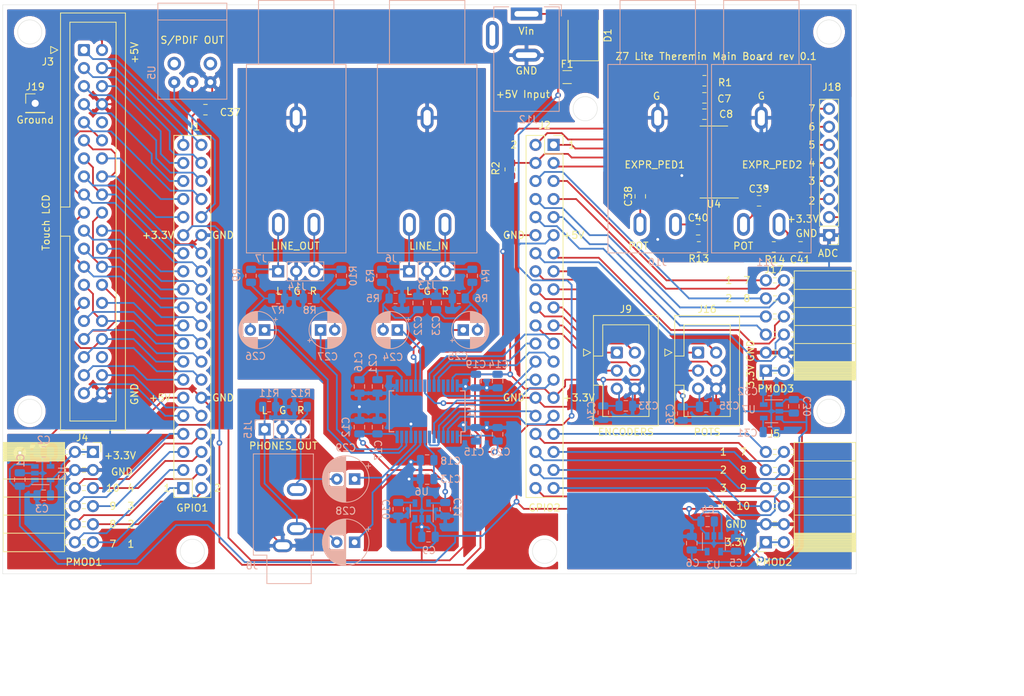
<source format=kicad_pcb>
(kicad_pcb (version 20171130) (host pcbnew "(5.1.7)-1")
  (title_block (title "Z7 Lite Theremin Main Board") (date 2021-05-11) (rev 0.1) (company "Vadim Lopatin"))
  (layers (0 F.Cu signal) (31 B.Cu signal) (34 B.Paste user) (35 F.Paste user) (36 B.SilkS user) (37 F.SilkS user) (38 B.Mask user) (39 F.Mask user) (44 Edge.Cuts user))
  (net 0 "")
  (net 1 +3V3)
  (net 2 GND)
  (net 3 "Net-(C10-Pad1)")
  (net 4 "Net-(D1-Pad1)")
  (net 5 +5V)
  (net 6 "Net-(J3-Pad36)")
  (net 7 "Net-(J3-Pad10)")
  (net 8 /LCD_VSYNC)
  (net 9 /LCD_B7)
  (net 10 /LCD_B5)
  (net 11 /LCD_B3)
  (net 12 /LCD_G7)
  (net 13 /LCD_G5)
  (net 14 /LCD_G3)
  (net 15 /LCD_R7)
  (net 16 /LCD_R5)
  (net 17 /LCD_R3)
  (net 18 /T_SEL)
  (net 19 /T_MISO)
  (net 20 /LCD_DE)
  (net 21 /LCD_HSYNC)
  (net 22 /LCD_DCLK)
  (net 23 /LCD_B6)
  (net 24 /LCD_B4)
  (net 25 /LCD_G6)
  (net 26 /LCD_G4)
  (net 27 /LCD_G2)
  (net 28 /LCD_R6)
  (net 29 /LCD_R4)
  (net 30 /T_BUSY)
  (net 31 /LCD_PWM)
  (net 32 /T_SCK)
  (net 33 /T_MOSI)
  (net 34 /T_IRQ)
  (net 35 /PMOD1_7)
  (net 36 /PMOD1_1)
  (net 37 /PMOD1_8)
  (net 38 /PMOD1_2)
  (net 39 /PMOD1_9)
  (net 40 /PMOD1_3)
  (net 41 /PMOD1_10)
  (net 42 /PMOD1_4)
  (net 43 /PMOD2_7)
  (net 44 /PMOD2_1)
  (net 45 /PMOD2_8)
  (net 46 /PMOD2_2)
  (net 47 /PMOD2_9)
  (net 48 /PMOD2_3)
  (net 49 /PMOD2_10)
  (net 50 /PMOD2_4)
  (net 51 "Net-(U1-Pad2)")
  (net 52 "Net-(C2-Pad1)")
  (net 53 "Net-(U1-Pad26)")
  (net 54 "Net-(U1-Pad18)")
  (net 55 "Net-(U1-Pad17)")
  (net 56 "Net-(C5-Pad1)")
  (net 57 "Net-(J12-Pad3)")
  (net 58 /ADC_MISO)
  (net 59 /ADC_CLK)
  (net 60 /ADC_MOSI)
  (net 61 /ADC_CS)
  (net 62 /ADC7)
  (net 63 /ADC6)
  (net 64 /ADC5)
  (net 65 /ADC4)
  (net 66 /ADC3)
  (net 67 /ADC2)
  (net 68 /ADC1)
  (net 69 /ADC0)
  (net 70 "Net-(J13-Pad3)")
  (net 71 "Net-(J13-Pad1)")
  (net 72 /PMOD1_3V3)
  (net 73 /PMOD2_3V3)
  (net 74 /AVDD)
  (net 75 /VMID)
  (net 76 "Net-(C22-Pad1)")
  (net 77 /LLINEIN)
  (net 78 /RLINEIN)
  (net 79 "Net-(C26-Pad2)")
  (net 80 /LOUT)
  (net 81 "Net-(C27-Pad2)")
  (net 82 /ROUT)
  (net 83 "Net-(J14-Pad1)")
  (net 84 "Net-(J14-Pad3)")
  (net 85 /I2S_MCLK)
  (net 86 /ASPI_CLK)
  (net 87 /ASPI_MOSI)
  (net 88 /ASPI_CS)
  (net 89 /RHPOUT)
  (net 90 /LHPOUT)
  (net 91 /I2S_LRCK)
  (net 92 /I2S_DIN)
  (net 93 /I2S_DOUT)
  (net 94 /I2S_BCLK)
  (net 95 "Net-(C28-Pad2)")
  (net 96 "Net-(C29-Pad2)")
  (net 97 "Net-(C23-Pad1)")
  (net 98 "Net-(C31-Pad1)")
  (net 99 /PMOD3_3V3)
  (net 100 /PMOD3_7)
  (net 101 /PMOD3_1)
  (net 102 /PMOD3_8)
  (net 103 /PMOD3_2)
  (net 104 /PMOD3_9)
  (net 105 /PMOD3_3)
  (net 106 /PMOD3_10)
  (net 107 /PMOD3_4)
  (net 108 /ENC_SOUT)
  (net 109 /ENC_PL)
  (net 110 /ENC_CE)
  (net 111 /ENC_CLK)
  (net 112 /POTS_MOSI)
  (net 113 /POTS_MISO)
  (net 114 /POTS_CLK)
  (net 115 /POTS_CS)
  (net 116 /SPDIF_OUT)
  (net 117 "Net-(D1-Pad2)")
  (net 118 "Net-(C40-Pad1)")
  (net 119 "Net-(C41-Pad1)")
  (net 120 /ADCVCC)
  (module Connector_PinHeader_2.54mm:PinHeader_1x01_P2.54mm_Vertical (layer F.Cu) (at 60.452 34.798)
    (fp_text reference J19 (at 0 -2.33) (layer F.SilkS))
    (fp_text value Ground (at 0 2.33) (layer F.SilkS))
    (pad 1 thru_hole rect (at 0 0) (size 1.7 1.7) (drill 1) (layers *.Cu *.Mask) (net 2 GND))
  )
  (module Connector_PinHeader_2.54mm:PinHeader_1x08_P2.54mm_Vertical (layer F.Cu) (at 172.085 53.34 180)
    (fp_text reference J18 (at -0.381 20.828) (layer F.SilkS))
    (fp_text value Conn_01x08)
    (pad 8 thru_hole oval (at 0 17.78 180) (size 1.7 1.7) (drill 1) (layers *.Cu *.Mask) (net 62 /ADC7))
    (pad 7 thru_hole oval (at 0 15.24 180) (size 1.7 1.7) (drill 1) (layers *.Cu *.Mask) (net 63 /ADC6))
    (pad 6 thru_hole oval (at 0 12.7 180) (size 1.7 1.7) (drill 1) (layers *.Cu *.Mask) (net 64 /ADC5))
    (pad 5 thru_hole oval (at 0 10.16 180) (size 1.7 1.7) (drill 1) (layers *.Cu *.Mask) (net 65 /ADC4))
    (pad 4 thru_hole oval (at 0 7.62 180) (size 1.7 1.7) (drill 1) (layers *.Cu *.Mask) (net 66 /ADC3))
    (pad 3 thru_hole oval (at 0 5.08 180) (size 1.7 1.7) (drill 1) (layers *.Cu *.Mask) (net 67 /ADC2))
    (pad 2 thru_hole oval (at 0 2.54 180) (size 1.7 1.7) (drill 1) (layers *.Cu *.Mask) (net 120 /ADCVCC))
    (pad 1 thru_hole rect (at 0 0 180) (size 1.7 1.7) (drill 1) (layers *.Cu *.Mask) (net 2 GND))
  )
  (module Resistor_SMD:R_0805_2012Metric (layer F.Cu) (at 164.3145 54.991)
    (fp_text reference R14 (at 0.1505 1.778) (layer F.SilkS))
    (fp_text value 100)
    (pad 2 smd roundrect (at 0.9125 0) (size 1.025 1.4) (layers F.Cu F.Paste F.Mask) (roundrect_rratio 0.243902) (net 119 "Net-(C41-Pad1)"))
    (pad 1 smd roundrect (at -0.9125 0) (size 1.025 1.4) (layers F.Cu F.Paste F.Mask) (roundrect_rratio 0.243902) (net 120 /ADCVCC))
  )
  (module Resistor_SMD:R_0805_2012Metric (layer F.Cu) (at 153.7735 54.991 180)
    (fp_text reference R13 (at 0 -1.65) (layer F.SilkS))
    (fp_text value 100)
    (pad 2 smd roundrect (at 0.9125 0 180) (size 1.025 1.4) (layers F.Cu F.Paste F.Mask) (roundrect_rratio 0.243902) (net 118 "Net-(C40-Pad1)"))
    (pad 1 smd roundrect (at -0.9125 0 180) (size 1.025 1.4) (layers F.Cu F.Paste F.Mask) (roundrect_rratio 0.243902) (net 120 /ADCVCC))
  )
  (module Capacitor_SMD:C_0805_2012Metric (layer F.Cu) (at 168.082 54.991)
    (fp_text reference C41 (at -0.061 1.778) (layer F.SilkS))
    (fp_text value 0.1uF)
    (pad 2 smd roundrect (at 0.95 0) (size 1 1.45) (layers F.Cu F.Paste F.Mask) (net 2 GND))
    (pad 1 smd roundrect (at -0.95 0) (size 1 1.45) (layers F.Cu F.Paste F.Mask) (net 119 "Net-(C41-Pad1)"))
  )
  (module Capacitor_SMD:C_0805_2012Metric (layer F.Cu) (at 153.67 52.578)
    (fp_text reference C40 (at 0 -1.68) (layer F.SilkS))
    (fp_text value 0.1uF)
    (pad 2 smd roundrect (at 0.95 0) (size 1 1.45) (layers F.Cu F.Paste F.Mask) (net 2 GND))
    (pad 1 smd roundrect (at -0.95 0) (size 1 1.45) (layers F.Cu F.Paste F.Mask) (net 118 "Net-(C40-Pad1)"))
  )
  (module Capacitor_SMD:C_0805_2012Metric (layer F.Cu) (at 162.24 48.514)
    (fp_text reference C39 (at 0 -1.68) (layer F.SilkS))
    (fp_text value 0.1uF)
    (pad 2 smd roundrect (at 0.95 0) (size 1 1.45) (layers F.Cu F.Paste F.Mask) (net 2 GND))
    (pad 1 smd roundrect (at -0.95 0) (size 1 1.45) (layers F.Cu F.Paste F.Mask) (net 68 /ADC1))
  )
  (module Capacitor_SMD:C_0805_2012Metric (layer F.Cu) (at 145.542 47.879 90)
    (fp_text reference C38 (at 0 -1.68 90) (layer F.SilkS))
    (fp_text value 0.1uF)
    (pad 2 smd roundrect (at 0.95 0 90) (size 1 1.45) (layers F.Cu F.Paste F.Mask) (net 2 GND))
    (pad 1 smd roundrect (at -0.95 0 90) (size 1 1.45) (layers F.Cu F.Paste F.Mask) (net 69 /ADC0))
  )
  (module Fuse:Fuse_1206_3216Metric (layer F.Cu) (at 135.255 31.115)
    (fp_text reference F1 (at 0 -1.82) (layer F.SilkS))
    (fp_text value "Fuse 2A")
    (pad 2 smd roundrect (at 1.4 0) (size 1.25 1.75) (layers F.Cu F.Paste F.Mask) (roundrect_rratio 0.2) (net 4 "Net-(D1-Pad1)"))
    (pad 1 smd roundrect (at -1.4 0) (size 1.25 1.75) (layers F.Cu F.Paste F.Mask) (roundrect_rratio 0.2) (net 5 +5V))
  )
  (module Diode_SMD:D_SMB (layer F.Cu) (at 137.541 25.264 90)
    (fp_text reference D1 (at 0 3.429 90) (layer F.SilkS))
    (fp_text value SS24)
    (pad 2 smd rect (at 2.15 0 90) (size 2.5 2.3) (layers F.Cu F.Paste F.Mask) (net 117 "Net-(D1-Pad2)"))
    (pad 1 smd rect (at -2.15 0 90) (size 2.5 2.3) (layers F.Cu F.Paste F.Mask) (net 4 "Net-(D1-Pad1)"))
  )
  (module Capacitor_SMD:C_0805_2012Metric (layer F.Cu) (at 84.394 35.687)
    (fp_text reference C37 (at 3.49 0.381) (layer F.SilkS))
    (fp_text value 0.1uF)
    (pad 2 smd roundrect (at 0.95 0) (size 1 1.45) (layers F.Cu F.Paste F.Mask) (net 2 GND))
    (pad 1 smd roundrect (at -0.95 0) (size 1 1.45) (layers F.Cu F.Paste F.Mask) (net 1 +3V3))
  )
  (module Capacitor_SMD:C_0805_2012Metric (layer B.Cu) (at 151.511 78.42 270)
    (fp_text reference C36 (at 0.066 1.778 90) (layer B.SilkS) (effects (justify mirror)))
    (fp_text value 10uF)
    (pad 2 smd roundrect (at 0.95 0 270) (size 1 1.45) (layers B.Cu B.Paste B.Mask) (net 2 GND))
    (pad 1 smd roundrect (at -0.95 0 270) (size 1 1.45) (layers B.Cu B.Paste B.Mask) (net 1 +3V3))
  )
  (module Capacitor_SMD:C_0805_2012Metric (layer B.Cu) (at 154.813 77.47)
    (fp_text reference C35 (at 3.241 -0.127) (layer B.SilkS) (effects (justify mirror)))
    (fp_text value 0.1uF)
    (pad 2 smd roundrect (at 0.95 0) (size 1 1.45) (layers B.Cu B.Paste B.Mask) (net 2 GND))
    (pad 1 smd roundrect (at -0.95 0) (size 1 1.45) (layers B.Cu B.Paste B.Mask) (net 1 +3V3))
  )
  (module Capacitor_SMD:C_0805_2012Metric (layer B.Cu) (at 140.335 78.293 270)
    (fp_text reference C34 (at -0.188 1.651 90) (layer B.SilkS) (effects (justify mirror)))
    (fp_text value 10uF)
    (pad 2 smd roundrect (at 0.95 0 270) (size 1 1.45) (layers B.Cu B.Paste B.Mask) (net 2 GND))
    (pad 1 smd roundrect (at -0.95 0 270) (size 1 1.45) (layers B.Cu B.Paste B.Mask) (net 1 +3V3))
  )
  (module Capacitor_SMD:C_0805_2012Metric (layer B.Cu) (at 143.51 77.343)
    (fp_text reference C33 (at 3.175 0) (layer B.SilkS) (effects (justify mirror)))
    (fp_text value 0.1uF)
    (pad 2 smd roundrect (at 0.95 0) (size 1 1.45) (layers B.Cu B.Paste B.Mask) (net 2 GND))
    (pad 1 smd roundrect (at -0.95 0) (size 1 1.45) (layers B.Cu B.Paste B.Mask) (net 1 +3V3))
  )
  (module Connector_IDC:IDC-Header_2x03_P2.54mm_Vertical (layer F.Cu) (at 153.67 69.85)
    (fp_text reference J16 (at 1.27 -6.1) (layer F.SilkS))
    (fp_text value POTS (at 1.27 11.18) (layer F.SilkS))
    (pad 6 thru_hole circle (at 2.54 5.08) (size 1.7 1.7) (drill 1) (layers *.Cu *.Mask) (net 2 GND))
    (pad 4 thru_hole circle (at 2.54 2.54) (size 1.7 1.7) (drill 1) (layers *.Cu *.Mask) (net 113 /POTS_MISO))
    (pad 2 thru_hole circle (at 2.54 0) (size 1.7 1.7) (drill 1) (layers *.Cu *.Mask) (net 115 /POTS_CS))
    (pad 5 thru_hole circle (at 0 5.08) (size 1.7 1.7) (drill 1) (layers *.Cu *.Mask) (net 1 +3V3))
    (pad 3 thru_hole circle (at 0 2.54) (size 1.7 1.7) (drill 1) (layers *.Cu *.Mask) (net 112 /POTS_MOSI))
    (pad 1 thru_hole roundrect (at 0 0) (size 1.7 1.7) (drill 1) (layers *.Cu *.Mask) (roundrect_rratio 0.147059) (net 114 /POTS_CLK))
  )
  (module Connector_IDC:IDC-Header_2x03_P2.54mm_Vertical (layer F.Cu) (at 142.24 69.85)
    (fp_text reference J9 (at 1.27 -6.1) (layer F.SilkS))
    (fp_text value ENCODERS (at 1.27 11.18) (layer F.SilkS))
    (pad 6 thru_hole circle (at 2.54 5.08) (size 1.7 1.7) (drill 1) (layers *.Cu *.Mask) (net 2 GND))
    (pad 4 thru_hole circle (at 2.54 2.54) (size 1.7 1.7) (drill 1) (layers *.Cu *.Mask) (net 108 /ENC_SOUT))
    (pad 2 thru_hole circle (at 2.54 0) (size 1.7 1.7) (drill 1) (layers *.Cu *.Mask) (net 110 /ENC_CE))
    (pad 5 thru_hole circle (at 0 5.08) (size 1.7 1.7) (drill 1) (layers *.Cu *.Mask) (net 1 +3V3))
    (pad 3 thru_hole circle (at 0 2.54) (size 1.7 1.7) (drill 1) (layers *.Cu *.Mask) (net 109 /ENC_PL))
    (pad 1 thru_hole roundrect (at 0 0) (size 1.7 1.7) (drill 1) (layers *.Cu *.Mask) (roundrect_rratio 0.147059) (net 111 /ENC_CLK))
  )
  (module Package_TO_SOT_SMD:SOT-23-5 (layer B.Cu) (at 164 78.105 180)
    (fp_text reference U7 (at 3.218 0.254) (layer B.SilkS) (effects (justify mirror)))
    (fp_text value LD3985M33R_SOT23)
    (pad 5 smd rect (at 1.1 0.95 180) (size 1.06 0.65) (layers B.Cu B.Paste B.Mask) (net 99 /PMOD3_3V3))
    (pad 4 smd rect (at 1.1 -0.95 180) (size 1.06 0.65) (layers B.Cu B.Paste B.Mask) (net 98 "Net-(C31-Pad1)"))
    (pad 3 smd rect (at -1.1 -0.95 180) (size 1.06 0.65) (layers B.Cu B.Paste B.Mask) (net 5 +5V))
    (pad 2 smd rect (at -1.1 0 180) (size 1.06 0.65) (layers B.Cu B.Paste B.Mask) (net 2 GND))
    (pad 1 smd rect (at -1.1 0.95 180) (size 1.06 0.65) (layers B.Cu B.Paste B.Mask) (net 5 +5V))
  )
  (module Connector_PinSocket_2.54mm:PinSocket_2x06_P2.54mm_Horizontal (layer F.Cu) (at 163.195 72.39 180)
    (fp_text reference J17 (at -1.143 14.224) (layer F.SilkS))
    (fp_text value PMOD3 (at -1.397 -2.54) (layer F.SilkS))
    (pad 12 thru_hole oval (at -2.54 12.7 180) (size 1.7 1.7) (drill 1) (layers *.Cu *.Mask) (net 100 /PMOD3_7))
    (pad 11 thru_hole oval (at 0 12.7 180) (size 1.7 1.7) (drill 1) (layers *.Cu *.Mask) (net 101 /PMOD3_1))
    (pad 10 thru_hole oval (at -2.54 10.16 180) (size 1.7 1.7) (drill 1) (layers *.Cu *.Mask) (net 102 /PMOD3_8))
    (pad 9 thru_hole oval (at 0 10.16 180) (size 1.7 1.7) (drill 1) (layers *.Cu *.Mask) (net 103 /PMOD3_2))
    (pad 8 thru_hole oval (at -2.54 7.62 180) (size 1.7 1.7) (drill 1) (layers *.Cu *.Mask) (net 104 /PMOD3_9))
    (pad 7 thru_hole oval (at 0 7.62 180) (size 1.7 1.7) (drill 1) (layers *.Cu *.Mask) (net 105 /PMOD3_3))
    (pad 6 thru_hole oval (at -2.54 5.08 180) (size 1.7 1.7) (drill 1) (layers *.Cu *.Mask) (net 106 /PMOD3_10))
    (pad 5 thru_hole oval (at 0 5.08 180) (size 1.7 1.7) (drill 1) (layers *.Cu *.Mask) (net 107 /PMOD3_4))
    (pad 4 thru_hole oval (at -2.54 2.54 180) (size 1.7 1.7) (drill 1) (layers *.Cu *.Mask) (net 2 GND))
    (pad 3 thru_hole oval (at 0 2.54 180) (size 1.7 1.7) (drill 1) (layers *.Cu *.Mask) (net 2 GND))
    (pad 2 thru_hole oval (at -2.54 0 180) (size 1.7 1.7) (drill 1) (layers *.Cu *.Mask) (net 99 /PMOD3_3V3))
    (pad 1 thru_hole rect (at 0 0 180) (size 1.7 1.7) (drill 1) (layers *.Cu *.Mask) (net 99 /PMOD3_3V3))
  )
  (module Capacitor_SMD:C_0805_2012Metric (layer B.Cu) (at 163.764 75.184)
    (fp_text reference C32 (at -3.109 0.127) (layer B.SilkS) (effects (justify mirror)))
    (fp_text value 10uF)
    (pad 2 smd roundrect (at 0.95 0) (size 1 1.45) (layers B.Cu B.Paste B.Mask) (net 2 GND))
    (pad 1 smd roundrect (at -0.95 0) (size 1 1.45) (layers B.Cu B.Paste B.Mask) (net 99 /PMOD3_3V3))
  )
  (module Capacitor_SMD:C_0805_2012Metric (layer B.Cu) (at 163.764 81.026)
    (fp_text reference C31 (at -3.175 0.127) (layer B.SilkS) (effects (justify mirror)))
    (fp_text value 10nF)
    (pad 2 smd roundrect (at 0.95 0) (size 1 1.45) (layers B.Cu B.Paste B.Mask) (net 2 GND))
    (pad 1 smd roundrect (at -0.95 0) (size 1 1.45) (layers B.Cu B.Paste B.Mask) (net 98 "Net-(C31-Pad1)"))
  )
  (module Capacitor_SMD:C_0805_2012Metric (layer B.Cu) (at 167.132 77.404 270)
    (fp_text reference C30 (at 0 -1.905 90) (layer B.SilkS) (effects (justify mirror)))
    (fp_text value 10uF)
    (pad 2 smd roundrect (at 0.95 0 270) (size 1 1.45) (layers B.Cu B.Paste B.Mask) (net 2 GND))
    (pad 1 smd roundrect (at -0.95 0 270) (size 1 1.45) (layers B.Cu B.Paste B.Mask) (net 5 +5V))
  )
  (module Connector_PinHeader_2.54mm:PinHeader_1x03_P2.54mm_Vertical (layer B.Cu) (at 92.71 80.645 270)
    (fp_text reference J15 (at 0 2.33 90) (layer B.SilkS) (effects (justify mirror)))
    (fp_text value HP_EXT)
    (pad 3 thru_hole oval (at 0 -5.08 270) (size 1.7 1.7) (drill 1) (layers *.Cu *.Mask) (net 96 "Net-(C29-Pad2)"))
    (pad 2 thru_hole oval (at 0 -2.54 270) (size 1.7 1.7) (drill 1) (layers *.Cu *.Mask) (net 2 GND))
    (pad 1 thru_hole rect (at 0 0 270) (size 1.7 1.7) (drill 1) (layers *.Cu *.Mask) (net 95 "Net-(C28-Pad2)"))
  )
  (module Connector_PinHeader_2.54mm:PinHeader_1x03_P2.54mm_Vertical (layer B.Cu) (at 94.615 58.42 270)
    (fp_text reference J14 (at 2.159 -2.667 180) (layer B.SilkS) (effects (justify mirror)))
    (fp_text value LINE_OUT_EXT)
    (pad 3 thru_hole oval (at 0 -5.08 270) (size 1.7 1.7) (drill 1) (layers *.Cu *.Mask) (net 84 "Net-(J14-Pad3)"))
    (pad 2 thru_hole oval (at 0 -2.54 270) (size 1.7 1.7) (drill 1) (layers *.Cu *.Mask) (net 2 GND))
    (pad 1 thru_hole rect (at 0 0 270) (size 1.7 1.7) (drill 1) (layers *.Cu *.Mask) (net 83 "Net-(J14-Pad1)"))
  )
  (module Connector_PinHeader_2.54mm:PinHeader_1x03_P2.54mm_Vertical (layer B.Cu) (at 113.03 58.42 270)
    (fp_text reference J13 (at 2.032 -2.54 180) (layer B.SilkS) (effects (justify mirror)))
    (fp_text value LINE_IN_EXT)
    (pad 3 thru_hole oval (at 0 -5.08 270) (size 1.7 1.7) (drill 1) (layers *.Cu *.Mask) (net 70 "Net-(J13-Pad3)"))
    (pad 2 thru_hole oval (at 0 -2.54 270) (size 1.7 1.7) (drill 1) (layers *.Cu *.Mask) (net 2 GND))
    (pad 1 thru_hole rect (at 0 0 270) (size 1.7 1.7) (drill 1) (layers *.Cu *.Mask) (net 71 "Net-(J13-Pad1)"))
  )
  (module Connector_Audio:Jack_3.5mm_CUI_SJ1-3533NG_Horizontal (layer B.Cu) (at 95.25 97.015)
    (fp_text reference J8 (at -4.318 2.807) (layer B.SilkS) (effects (justify mirror)))
    (fp_text value PHONES_OUT (at 0.1 -14.05) (layer F.SilkS))
    (pad R thru_hole oval (at 2 -7.9) (size 2.8 1.8) (drill oval 2 1) (layers *.Cu *.Mask) (net 96 "Net-(C29-Pad2)"))
    (pad T thru_hole oval (at 2 -2.4) (size 2.8 1.8) (drill oval 2 1) (layers *.Cu *.Mask) (net 95 "Net-(C28-Pad2)"))
    (pad S thru_hole oval (at 0 0) (size 2.8 1.8) (drill oval 2 1) (layers *.Cu *.Mask) (net 2 GND))
  )
  (module Resistor_SMD:R_0805_2012Metric (layer B.Cu) (at 97.79 77.47)
    (fp_text reference R12 (at 0 -1.905) (layer B.SilkS) (effects (justify mirror)))
    (fp_text value 47K)
    (pad 2 smd roundrect (at 0.9125 0) (size 1.025 1.4) (layers B.Cu B.Paste B.Mask) (roundrect_rratio 0.243902) (net 96 "Net-(C29-Pad2)"))
    (pad 1 smd roundrect (at -0.9125 0) (size 1.025 1.4) (layers B.Cu B.Paste B.Mask) (roundrect_rratio 0.243902) (net 2 GND))
  )
  (module Resistor_SMD:R_0805_2012Metric (layer B.Cu) (at 93.345 77.47)
    (fp_text reference R11 (at 0 -1.905) (layer B.SilkS) (effects (justify mirror)))
    (fp_text value 47K)
    (pad 2 smd roundrect (at 0.9125 0) (size 1.025 1.4) (layers B.Cu B.Paste B.Mask) (roundrect_rratio 0.243902) (net 2 GND))
    (pad 1 smd roundrect (at -0.9125 0) (size 1.025 1.4) (layers B.Cu B.Paste B.Mask) (roundrect_rratio 0.243902) (net 95 "Net-(C28-Pad2)"))
  )
  (module Capacitor_THT:CP_Radial_D6.3mm_P2.50mm (layer B.Cu) (at 105.37 87.63 180)
    (fp_text reference C29 (at 1.25 4.4) (layer B.SilkS) (effects (justify mirror)))
    (fp_text value 330uF)
    (pad 2 thru_hole circle (at 2.5 0 180) (size 1.6 1.6) (drill 0.8) (layers *.Cu *.Mask) (net 96 "Net-(C29-Pad2)"))
    (pad 1 thru_hole rect (at 0 0 180) (size 1.6 1.6) (drill 0.8) (layers *.Cu *.Mask) (net 89 /RHPOUT))
  )
  (module Capacitor_THT:CP_Radial_D6.3mm_P2.50mm (layer B.Cu) (at 105.37 96.52 180)
    (fp_text reference C28 (at 1.25 4.4) (layer B.SilkS) (effects (justify mirror)))
    (fp_text value 330uF)
    (pad 2 thru_hole circle (at 2.5 0 180) (size 1.6 1.6) (drill 0.8) (layers *.Cu *.Mask) (net 95 "Net-(C28-Pad2)"))
    (pad 1 thru_hole rect (at 0 0 180) (size 1.6 1.6) (drill 0.8) (layers *.Cu *.Mask) (net 90 /LHPOUT))
  )
  (module Package_TO_SOT_SMD:SOT-23-5 (layer B.Cu) (at 114.808 92.118 90)
    (fp_text reference U6 (at 2.71 0 180) (layer B.SilkS) (effects (justify mirror)))
    (fp_text value LD3985M33R_SOT23)
    (pad 5 smd rect (at 1.1 0.95 90) (size 1.06 0.65) (layers B.Cu B.Paste B.Mask) (net 74 /AVDD))
    (pad 4 smd rect (at 1.1 -0.95 90) (size 1.06 0.65) (layers B.Cu B.Paste B.Mask) (net 3 "Net-(C10-Pad1)"))
    (pad 3 smd rect (at -1.1 -0.95 90) (size 1.06 0.65) (layers B.Cu B.Paste B.Mask) (net 5 +5V))
    (pad 2 smd rect (at -1.1 0 90) (size 1.06 0.65) (layers B.Cu B.Paste B.Mask) (net 2 GND))
    (pad 1 smd rect (at -1.1 0.95 90) (size 1.06 0.65) (layers B.Cu B.Paste B.Mask) (net 5 +5V))
  )
  (module Resistor_SMD:R_0805_2012Metric (layer B.Cu) (at 103.505 59.055 90)
    (fp_text reference R10 (at 0 1.65 90) (layer B.SilkS) (effects (justify mirror)))
    (fp_text value 100)
    (pad 2 smd roundrect (at 0.9125 0 90) (size 1.025 1.4) (layers B.Cu B.Paste B.Mask) (roundrect_rratio 0.243902) (net 84 "Net-(J14-Pad3)"))
    (pad 1 smd roundrect (at -0.9125 0 90) (size 1.025 1.4) (layers B.Cu B.Paste B.Mask) (roundrect_rratio 0.243902) (net 81 "Net-(C27-Pad2)"))
  )
  (module Resistor_SMD:R_0805_2012Metric (layer B.Cu) (at 90.805 59.055 90)
    (fp_text reference R9 (at 0.127 -2.032 270) (layer B.SilkS) (effects (justify mirror)))
    (fp_text value 100)
    (pad 2 smd roundrect (at 0.9125 0 90) (size 1.025 1.4) (layers B.Cu B.Paste B.Mask) (roundrect_rratio 0.243902) (net 83 "Net-(J14-Pad1)"))
    (pad 1 smd roundrect (at -0.9125 0 90) (size 1.025 1.4) (layers B.Cu B.Paste B.Mask) (roundrect_rratio 0.243902) (net 79 "Net-(C26-Pad2)"))
  )
  (module Resistor_SMD:R_0805_2012Metric (layer B.Cu) (at 99.06 62.23)
    (fp_text reference R8 (at 0 1.65) (layer B.SilkS) (effects (justify mirror)))
    (fp_text value 47K)
    (pad 2 smd roundrect (at 0.9125 0) (size 1.025 1.4) (layers B.Cu B.Paste B.Mask) (roundrect_rratio 0.243902) (net 81 "Net-(C27-Pad2)"))
    (pad 1 smd roundrect (at -0.9125 0) (size 1.025 1.4) (layers B.Cu B.Paste B.Mask) (roundrect_rratio 0.243902) (net 2 GND))
  )
  (module Resistor_SMD:R_0805_2012Metric (layer B.Cu) (at 94.615 62.23)
    (fp_text reference R7 (at 0 1.65) (layer B.SilkS) (effects (justify mirror)))
    (fp_text value 47K)
    (pad 2 smd roundrect (at 0.9125 0) (size 1.025 1.4) (layers B.Cu B.Paste B.Mask) (roundrect_rratio 0.243902) (net 2 GND))
    (pad 1 smd roundrect (at -0.9125 0) (size 1.025 1.4) (layers B.Cu B.Paste B.Mask) (roundrect_rratio 0.243902) (net 79 "Net-(C26-Pad2)"))
  )
  (module Resistor_SMD:R_0805_2012Metric (layer B.Cu) (at 120.015 62.23 180)
    (fp_text reference R6 (at -3.175 0) (layer B.SilkS) (effects (justify mirror)))
    (fp_text value 5.6K)
    (pad 2 smd roundrect (at 0.9125 0 180) (size 1.025 1.4) (layers B.Cu B.Paste B.Mask) (roundrect_rratio 0.243902) (net 2 GND))
    (pad 1 smd roundrect (at -0.9125 0 180) (size 1.025 1.4) (layers B.Cu B.Paste B.Mask) (roundrect_rratio 0.243902) (net 97 "Net-(C23-Pad1)"))
  )
  (module Resistor_SMD:R_0805_2012Metric (layer B.Cu) (at 111.125 62.23)
    (fp_text reference R5 (at -3.175 0) (layer B.SilkS) (effects (justify mirror)))
    (fp_text value 5.6K)
    (pad 2 smd roundrect (at 0.9125 0) (size 1.025 1.4) (layers B.Cu B.Paste B.Mask) (roundrect_rratio 0.243902) (net 2 GND))
    (pad 1 smd roundrect (at -0.9125 0) (size 1.025 1.4) (layers B.Cu B.Paste B.Mask) (roundrect_rratio 0.243902) (net 76 "Net-(C22-Pad1)"))
  )
  (module Resistor_SMD:R_0805_2012Metric (layer B.Cu) (at 121.92 59.055 270)
    (fp_text reference R4 (at 0 -1.905 90) (layer B.SilkS) (effects (justify mirror)))
    (fp_text value 5.6K)
    (pad 2 smd roundrect (at 0.9125 0 270) (size 1.025 1.4) (layers B.Cu B.Paste B.Mask) (roundrect_rratio 0.243902) (net 97 "Net-(C23-Pad1)"))
    (pad 1 smd roundrect (at -0.9125 0 270) (size 1.025 1.4) (layers B.Cu B.Paste B.Mask) (roundrect_rratio 0.243902) (net 70 "Net-(J13-Pad3)"))
  )
  (module Resistor_SMD:R_0805_2012Metric (layer B.Cu) (at 109.22 59.055 270)
    (fp_text reference R3 (at 0 1.65 90) (layer B.SilkS) (effects (justify mirror)))
    (fp_text value 5.6K)
    (pad 2 smd roundrect (at 0.9125 0 270) (size 1.025 1.4) (layers B.Cu B.Paste B.Mask) (roundrect_rratio 0.243902) (net 76 "Net-(C22-Pad1)"))
    (pad 1 smd roundrect (at -0.9125 0 270) (size 1.025 1.4) (layers B.Cu B.Paste B.Mask) (roundrect_rratio 0.243902) (net 71 "Net-(J13-Pad1)"))
  )
  (module Capacitor_THT:CP_Radial_D5.0mm_P2.00mm (layer B.Cu) (at 100.584 66.675)
    (fp_text reference C27 (at 1 3.75) (layer B.SilkS) (effects (justify mirror)))
    (fp_text value 10uF)
    (pad 2 thru_hole circle (at 2 0) (size 1.6 1.6) (drill 0.8) (layers *.Cu *.Mask) (net 81 "Net-(C27-Pad2)"))
    (pad 1 thru_hole rect (at 0 0) (size 1.6 1.6) (drill 0.8) (layers *.Cu *.Mask) (net 82 /ROUT))
  )
  (module Capacitor_THT:CP_Radial_D5.0mm_P2.00mm (layer B.Cu) (at 92.71 66.675 180)
    (fp_text reference C26 (at 1.27 -3.683) (layer B.SilkS) (effects (justify mirror)))
    (fp_text value 10uF)
    (pad 2 thru_hole circle (at 2 0 180) (size 1.6 1.6) (drill 0.8) (layers *.Cu *.Mask) (net 79 "Net-(C26-Pad2)"))
    (pad 1 thru_hole rect (at 0 0 180) (size 1.6 1.6) (drill 0.8) (layers *.Cu *.Mask) (net 80 /LOUT))
  )
  (module Capacitor_THT:CP_Radial_D5.0mm_P2.00mm (layer B.Cu) (at 120.65 66.675)
    (fp_text reference C25 (at -0.762 3.683) (layer B.SilkS) (effects (justify mirror)))
    (fp_text value 10uF)
    (pad 2 thru_hole circle (at 2 0) (size 1.6 1.6) (drill 0.8) (layers *.Cu *.Mask) (net 97 "Net-(C23-Pad1)"))
    (pad 1 thru_hole rect (at 0 0) (size 1.6 1.6) (drill 0.8) (layers *.Cu *.Mask) (net 78 /RLINEIN))
  )
  (module Capacitor_THT:CP_Radial_D5.0mm_P2.00mm (layer B.Cu) (at 111.379 66.675 180)
    (fp_text reference C24 (at 0.635 -3.81) (layer B.SilkS) (effects (justify mirror)))
    (fp_text value 10uF)
    (pad 2 thru_hole circle (at 2 0 180) (size 1.6 1.6) (drill 0.8) (layers *.Cu *.Mask) (net 76 "Net-(C22-Pad1)"))
    (pad 1 thru_hole rect (at 0 0 180) (size 1.6 1.6) (drill 0.8) (layers *.Cu *.Mask) (net 77 /LLINEIN))
  )
  (module Capacitor_SMD:C_0805_2012Metric (layer B.Cu) (at 116.84 62.865 90)
    (fp_text reference C23 (at -3.175 0 90) (layer B.SilkS) (effects (justify mirror)))
    (fp_text value 220pF)
    (pad 2 smd roundrect (at 0.95 0 90) (size 1 1.45) (layers B.Cu B.Paste B.Mask) (net 2 GND))
    (pad 1 smd roundrect (at -0.95 0 90) (size 1 1.45) (layers B.Cu B.Paste B.Mask) (net 97 "Net-(C23-Pad1)"))
  )
  (module Capacitor_SMD:C_0805_2012Metric (layer B.Cu) (at 114.3 62.865 90)
    (fp_text reference C22 (at -3.175 0 90) (layer B.SilkS) (effects (justify mirror)))
    (fp_text value 220pF)
    (pad 2 smd roundrect (at 0.95 0 90) (size 1 1.45) (layers B.Cu B.Paste B.Mask) (net 2 GND))
    (pad 1 smd roundrect (at -0.95 0 90) (size 1 1.45) (layers B.Cu B.Paste B.Mask) (net 76 "Net-(C22-Pad1)"))
  )
  (module Capacitor_SMD:C_0805_2012Metric (layer B.Cu) (at 108.585 74.61 270)
    (fp_text reference C21 (at -3.236 0.635 90) (layer B.SilkS) (effects (justify mirror)))
    (fp_text value 0.1uF)
    (pad 2 smd roundrect (at 0.95 0 270) (size 1 1.45) (layers B.Cu B.Paste B.Mask) (net 2 GND))
    (pad 1 smd roundrect (at -0.95 0 270) (size 1 1.45) (layers B.Cu B.Paste B.Mask) (net 75 /VMID))
  )
  (module Capacitor_SMD:C_0805_2012Metric (layer B.Cu) (at 125.476 81.341 90)
    (fp_text reference C20 (at -2.474 0.381 180) (layer B.SilkS) (effects (justify mirror)))
    (fp_text value 0.1uF)
    (pad 2 smd roundrect (at 0.95 0 90) (size 1 1.45) (layers B.Cu B.Paste B.Mask) (net 2 GND))
    (pad 1 smd roundrect (at -0.95 0 90) (size 1 1.45) (layers B.Cu B.Paste B.Mask) (net 1 +3V3))
  )
  (module Capacitor_SMD:C_0805_2012Metric (layer B.Cu) (at 122.428 73.853 270)
    (fp_text reference C19 (at -2.352 0 180) (layer B.SilkS) (effects (justify mirror)))
    (fp_text value 0.1uF)
    (pad 2 smd roundrect (at 0.95 0 270) (size 1 1.45) (layers B.Cu B.Paste B.Mask) (net 2 GND))
    (pad 1 smd roundrect (at -0.95 0 270) (size 1 1.45) (layers B.Cu B.Paste B.Mask) (net 1 +3V3))
  )
  (module Capacitor_SMD:C_0805_2012Metric (layer B.Cu) (at 115.57 84.963 180)
    (fp_text reference C18 (at -3.302 -0.127) (layer B.SilkS) (effects (justify mirror)))
    (fp_text value 0.1uF)
    (pad 2 smd roundrect (at 0.95 0 180) (size 1 1.45) (layers B.Cu B.Paste B.Mask) (net 2 GND))
    (pad 1 smd roundrect (at -0.95 0 180) (size 1 1.45) (layers B.Cu B.Paste B.Mask) (net 74 /AVDD))
  )
  (module Capacitor_SMD:C_0805_2012Metric (layer B.Cu) (at 108.585 80.33 90)
    (fp_text reference C17 (at -3.236 0.127 90) (layer B.SilkS) (effects (justify mirror)))
    (fp_text value 0.1uF)
    (pad 2 smd roundrect (at 0.95 0 90) (size 1 1.45) (layers B.Cu B.Paste B.Mask) (net 2 GND))
    (pad 1 smd roundrect (at -0.95 0 90) (size 1 1.45) (layers B.Cu B.Paste B.Mask) (net 74 /AVDD))
  )
  (module Capacitor_SMD:C_0805_2012Metric (layer B.Cu) (at 106.045 74.615 270)
    (fp_text reference C16 (at -3.495 0.127 90) (layer B.SilkS) (effects (justify mirror)))
    (fp_text value 10uF)
    (pad 2 smd roundrect (at 0.95 0 270) (size 1 1.45) (layers B.Cu B.Paste B.Mask) (net 2 GND))
    (pad 1 smd roundrect (at -0.95 0 270) (size 1 1.45) (layers B.Cu B.Paste B.Mask) (net 75 /VMID))
  )
  (module Capacitor_SMD:C_0805_2012Metric (layer B.Cu) (at 122.428 81.346 90)
    (fp_text reference C15 (at -2.474 -0.254 180) (layer B.SilkS) (effects (justify mirror)))
    (fp_text value 10uF)
    (pad 2 smd roundrect (at 0.95 0 90) (size 1 1.45) (layers B.Cu B.Paste B.Mask) (net 2 GND))
    (pad 1 smd roundrect (at -0.95 0 90) (size 1 1.45) (layers B.Cu B.Paste B.Mask) (net 1 +3V3))
  )
  (module Capacitor_SMD:C_0805_2012Metric (layer B.Cu) (at 125.476 73.853 270)
    (fp_text reference C14 (at -2.352 -0.127 180) (layer B.SilkS) (effects (justify mirror)))
    (fp_text value 10uF)
    (pad 2 smd roundrect (at 0.95 0 270) (size 1 1.45) (layers B.Cu B.Paste B.Mask) (net 2 GND))
    (pad 1 smd roundrect (at -0.95 0 270) (size 1 1.45) (layers B.Cu B.Paste B.Mask) (net 1 +3V3))
  )
  (module Capacitor_SMD:C_0805_2012Metric (layer B.Cu) (at 115.57 87.63 180)
    (fp_text reference C13 (at -3.302 0) (layer B.SilkS) (effects (justify mirror)))
    (fp_text value 10uF)
    (pad 2 smd roundrect (at 0.95 0 180) (size 1 1.45) (layers B.Cu B.Paste B.Mask) (net 2 GND))
    (pad 1 smd roundrect (at -0.95 0 180) (size 1 1.45) (layers B.Cu B.Paste B.Mask) (net 74 /AVDD))
  )
  (module Capacitor_SMD:C_0805_2012Metric (layer B.Cu) (at 106.045 80.33 90)
    (fp_text reference C12 (at 0 -1.905 90) (layer B.SilkS) (effects (justify mirror)))
    (fp_text value 10uF)
    (pad 2 smd roundrect (at 0.95 0 90) (size 1 1.45) (layers B.Cu B.Paste B.Mask) (net 2 GND))
    (pad 1 smd roundrect (at -0.95 0 90) (size 1 1.45) (layers B.Cu B.Paste B.Mask) (net 74 /AVDD))
  )
  (module Capacitor_SMD:C_0805_2012Metric (layer B.Cu) (at 118.11 91.882 270)
    (fp_text reference C11 (at -0.188 -1.778 90) (layer B.SilkS) (effects (justify mirror)))
    (fp_text value 10uF)
    (pad 2 smd roundrect (at 0.95 0 270) (size 1 1.45) (layers B.Cu B.Paste B.Mask) (net 2 GND))
    (pad 1 smd roundrect (at -0.95 0 270) (size 1 1.45) (layers B.Cu B.Paste B.Mask) (net 74 /AVDD))
  )
  (module Capacitor_SMD:C_0805_2012Metric (layer B.Cu) (at 111.506 91.882 270)
    (fp_text reference C10 (at 0 1.68 90) (layer B.SilkS) (effects (justify mirror)))
    (fp_text value 10nF)
    (pad 2 smd roundrect (at 0.95 0 270) (size 1 1.45) (layers B.Cu B.Paste B.Mask) (net 2 GND))
    (pad 1 smd roundrect (at -0.95 0 270) (size 1 1.45) (layers B.Cu B.Paste B.Mask) (net 3 "Net-(C10-Pad1)"))
  )
  (module Capacitor_SMD:C_0805_2012Metric (layer B.Cu) (at 115.758 95.758 180)
    (fp_text reference C9 (at -0.066 -1.905) (layer B.SilkS) (effects (justify mirror)))
    (fp_text value 10uF)
    (pad 2 smd roundrect (at 0.95 0 180) (size 1 1.45) (layers B.Cu B.Paste B.Mask) (net 2 GND))
    (pad 1 smd roundrect (at -0.95 0 180) (size 1 1.45) (layers B.Cu B.Paste B.Mask) (net 5 +5V))
  )
  (module Resistor_SMD:R_0805_2012Metric (layer F.Cu) (at 127.254 44.0925 90)
    (fp_text reference R2 (at 0.1505 -2.032 90) (layer F.SilkS))
    (fp_text value 4.7K)
    (pad 2 smd roundrect (at 0.9125 0 90) (size 1.025 1.4) (layers F.Cu F.Paste F.Mask) (roundrect_rratio 0.243902) (net 58 /ADC_MISO))
    (pad 1 smd roundrect (at -0.9125 0 90) (size 1.025 1.4) (layers F.Cu F.Paste F.Mask) (roundrect_rratio 0.243902) (net 1 +3V3))
  )
  (module Resistor_SMD:R_0805_2012Metric (layer F.Cu) (at 154.559 31.623 180)
    (fp_text reference R1 (at -2.8975 -0.254 180) (layer F.SilkS))
    (fp_text value 10)
    (pad 2 smd roundrect (at 0.9125 0 180) (size 1.025 1.4) (layers F.Cu F.Paste F.Mask) (roundrect_rratio 0.243902) (net 1 +3V3))
    (pad 1 smd roundrect (at -0.9125 0 180) (size 1.025 1.4) (layers F.Cu F.Paste F.Mask) (roundrect_rratio 0.243902) (net 120 /ADCVCC))
  )
  (module Theremin:Jack_6.35mm_ST_008G_04 (layer B.Cu) (at 162.56 36.83 270)
    (fp_text reference J11 (at 20.32 -0.635 180) (layer B.SilkS) (effects (justify mirror)))
    (fp_text value EXPR_PED2 (at 6.604 -1.524 180) (layer F.SilkS))
    (pad T thru_hole oval (at 15 2.5 270) (size 3.2 1.8) (drill oval 2.2 1) (layers *.Cu *.Mask) (net 68 /ADC1))
    (pad R thru_hole oval (at 15 -2.5 270) (size 3.2 1.8) (drill oval 2.2 1) (layers *.Cu *.Mask) (net 119 "Net-(C41-Pad1)"))
    (pad S thru_hole oval (at 0 0 270) (size 3.2 1.8) (drill oval 2.2 1) (layers *.Cu *.Mask) (net 2 GND))
  )
  (module Capacitor_SMD:C_0805_2012Metric (layer F.Cu) (at 154.559 36.322 180)
    (fp_text reference C8 (at -3.048 0) (layer F.SilkS))
    (fp_text value 0.1uF)
    (pad 2 smd roundrect (at 0.95 0 180) (size 1 1.45) (layers F.Cu F.Paste F.Mask) (net 2 GND))
    (pad 1 smd roundrect (at -0.95 0 180) (size 1 1.45) (layers F.Cu F.Paste F.Mask) (net 120 /ADCVCC))
  )
  (module Capacitor_SMD:C_0805_2012Metric (layer F.Cu) (at 154.559 34.036 180)
    (fp_text reference C7 (at -2.794 -0.127) (layer F.SilkS))
    (fp_text value 10uF)
    (pad 2 smd roundrect (at 0.95 0 180) (size 1 1.45) (layers F.Cu F.Paste F.Mask) (net 2 GND))
    (pad 1 smd roundrect (at -0.95 0 180) (size 1 1.45) (layers F.Cu F.Paste F.Mask) (net 120 /ADCVCC))
  )
  (module Package_SO:SOIC-16_3.9x9.9mm_P1.27mm (layer F.Cu) (at 155.891 43.053 180)
    (fp_text reference U4 (at 0 -5.9) (layer F.SilkS))
    (fp_text value MCP3208)
    (pad 16 smd roundrect (at 2.475 -4.445 180) (size 1.95 0.6) (layers F.Cu F.Paste F.Mask) (net 120 /ADCVCC))
    (pad 15 smd roundrect (at 2.475 -3.175 180) (size 1.95 0.6) (layers F.Cu F.Paste F.Mask) (net 120 /ADCVCC))
    (pad 14 smd roundrect (at 2.475 -1.905 180) (size 1.95 0.6) (layers F.Cu F.Paste F.Mask) (net 2 GND))
    (pad 13 smd roundrect (at 2.475 -0.635 180) (size 1.95 0.6) (layers F.Cu F.Paste F.Mask) (net 59 /ADC_CLK))
    (pad 12 smd roundrect (at 2.475 0.635 180) (size 1.95 0.6) (layers F.Cu F.Paste F.Mask) (net 58 /ADC_MISO))
    (pad 11 smd roundrect (at 2.475 1.905 180) (size 1.95 0.6) (layers F.Cu F.Paste F.Mask) (net 60 /ADC_MOSI))
    (pad 10 smd roundrect (at 2.475 3.175 180) (size 1.95 0.6) (layers F.Cu F.Paste F.Mask) (net 61 /ADC_CS))
    (pad 9 smd roundrect (at 2.475 4.445 180) (size 1.95 0.6) (layers F.Cu F.Paste F.Mask) (net 2 GND))
    (pad 8 smd roundrect (at -2.475 4.445 180) (size 1.95 0.6) (layers F.Cu F.Paste F.Mask) (net 62 /ADC7))
    (pad 7 smd roundrect (at -2.475 3.175 180) (size 1.95 0.6) (layers F.Cu F.Paste F.Mask) (net 63 /ADC6))
    (pad 6 smd roundrect (at -2.475 1.905 180) (size 1.95 0.6) (layers F.Cu F.Paste F.Mask) (net 64 /ADC5))
    (pad 5 smd roundrect (at -2.475 0.635 180) (size 1.95 0.6) (layers F.Cu F.Paste F.Mask) (net 65 /ADC4))
    (pad 4 smd roundrect (at -2.475 -0.635 180) (size 1.95 0.6) (layers F.Cu F.Paste F.Mask) (net 66 /ADC3))
    (pad 3 smd roundrect (at -2.475 -1.905 180) (size 1.95 0.6) (layers F.Cu F.Paste F.Mask) (net 67 /ADC2))
    (pad 2 smd roundrect (at -2.475 -3.175 180) (size 1.95 0.6) (layers F.Cu F.Paste F.Mask) (net 68 /ADC1))
    (pad 1 smd roundrect (at -2.475 -4.445 180) (size 1.95 0.6) (layers F.Cu F.Paste F.Mask) (net 69 /ADC0))
  )
  (module Package_TO_SOT_SMD:SOT-23-5 (layer B.Cu) (at 155.89 96.731 270)
    (fp_text reference U3 (at 2.964 0.066 180) (layer B.SilkS) (effects (justify mirror)))
    (fp_text value LD3985M33R_SOT23)
    (pad 5 smd rect (at 1.1 0.95 270) (size 1.06 0.65) (layers B.Cu B.Paste B.Mask) (net 73 /PMOD2_3V3))
    (pad 4 smd rect (at 1.1 -0.95 270) (size 1.06 0.65) (layers B.Cu B.Paste B.Mask) (net 56 "Net-(C5-Pad1)"))
    (pad 3 smd rect (at -1.1 -0.95 270) (size 1.06 0.65) (layers B.Cu B.Paste B.Mask) (net 5 +5V))
    (pad 2 smd rect (at -1.1 0 270) (size 1.06 0.65) (layers B.Cu B.Paste B.Mask) (net 2 GND))
    (pad 1 smd rect (at -1.1 0.95 270) (size 1.06 0.65) (layers B.Cu B.Paste B.Mask) (net 5 +5V))
  )
  (module Capacitor_SMD:C_0805_2012Metric (layer B.Cu) (at 152.781 96.647 90)
    (fp_text reference C6 (at -2.794 0.127 180) (layer B.SilkS) (effects (justify mirror)))
    (fp_text value 10uF)
    (pad 2 smd roundrect (at 0.95 0 90) (size 1 1.45) (layers B.Cu B.Paste B.Mask) (net 2 GND))
    (pad 1 smd roundrect (at -0.95 0 90) (size 1 1.45) (layers B.Cu B.Paste B.Mask) (net 73 /PMOD2_3V3))
  )
  (module Capacitor_SMD:C_0805_2012Metric (layer B.Cu) (at 159.004 96.835 90)
    (fp_text reference C5 (at -2.606 0 180) (layer B.SilkS) (effects (justify mirror)))
    (fp_text value 10nF)
    (pad 2 smd roundrect (at 0.95 0 90) (size 1 1.45) (layers B.Cu B.Paste B.Mask) (net 2 GND))
    (pad 1 smd roundrect (at -0.95 0 90) (size 1 1.45) (layers B.Cu B.Paste B.Mask) (net 56 "Net-(C5-Pad1)"))
  )
  (module Capacitor_SMD:C_0805_2012Metric (layer B.Cu) (at 155.006 93.599)
    (fp_text reference C4 (at 0.061 -1.651) (layer B.SilkS) (effects (justify mirror)))
    (fp_text value 10uF)
    (pad 2 smd roundrect (at 0.95 0) (size 1 1.45) (layers B.Cu B.Paste B.Mask) (net 2 GND))
    (pad 1 smd roundrect (at -0.95 0) (size 1 1.45) (layers B.Cu B.Paste B.Mask) (net 5 +5V))
  )
  (module Package_TO_SOT_SMD:SOT-23-5 (layer B.Cu) (at 61.511 86.807)
    (fp_text reference U2 (at 2.751 0.061 90) (layer B.SilkS) (effects (justify mirror)))
    (fp_text value LD3985M33R_SOT23)
    (pad 5 smd rect (at 1.1 0.95) (size 1.06 0.65) (layers B.Cu B.Paste B.Mask) (net 72 /PMOD1_3V3))
    (pad 4 smd rect (at 1.1 -0.95) (size 1.06 0.65) (layers B.Cu B.Paste B.Mask) (net 52 "Net-(C2-Pad1)"))
    (pad 3 smd rect (at -1.1 -0.95) (size 1.06 0.65) (layers B.Cu B.Paste B.Mask) (net 5 +5V))
    (pad 2 smd rect (at -1.1 0) (size 1.06 0.65) (layers B.Cu B.Paste B.Mask) (net 2 GND))
    (pad 1 smd rect (at -1.1 0.95) (size 1.06 0.65) (layers B.Cu B.Paste B.Mask) (net 5 +5V))
  )
  (module Package_SO:SSOP-28_5.3x10.2mm_P0.65mm (layer B.Cu) (at 115.57 78.105 90)
    (fp_text reference U1 (at 0 6.25 90) (layer B.SilkS) (effects (justify mirror)))
    (fp_text value WM8731SEDS)
    (pad 28 smd rect (at 3.6 4.225 90) (size 1.75 0.45) (layers B.Cu B.Paste B.Mask) (net 2 GND))
    (pad 27 smd rect (at 3.6 3.575 90) (size 1.75 0.45) (layers B.Cu B.Paste B.Mask) (net 1 +3V3))
    (pad 26 smd rect (at 3.6 2.925 90) (size 1.75 0.45) (layers B.Cu B.Paste B.Mask) (net 53 "Net-(U1-Pad26)"))
    (pad 25 smd rect (at 3.6 2.275 90) (size 1.75 0.45) (layers B.Cu B.Paste B.Mask) (net 85 /I2S_MCLK))
    (pad 24 smd rect (at 3.6 1.625 90) (size 1.75 0.45) (layers B.Cu B.Paste B.Mask) (net 86 /ASPI_CLK))
    (pad 23 smd rect (at 3.6 0.975 90) (size 1.75 0.45) (layers B.Cu B.Paste B.Mask) (net 87 /ASPI_MOSI))
    (pad 22 smd rect (at 3.6 0.325 90) (size 1.75 0.45) (layers B.Cu B.Paste B.Mask) (net 88 /ASPI_CS))
    (pad 21 smd rect (at 3.6 -0.325 90) (size 1.75 0.45) (layers B.Cu B.Paste B.Mask) (net 1 +3V3))
    (pad 20 smd rect (at 3.6 -0.975 90) (size 1.75 0.45) (layers B.Cu B.Paste B.Mask) (net 77 /LLINEIN))
    (pad 19 smd rect (at 3.6 -1.625 90) (size 1.75 0.45) (layers B.Cu B.Paste B.Mask) (net 78 /RLINEIN))
    (pad 18 smd rect (at 3.6 -2.275 90) (size 1.75 0.45) (layers B.Cu B.Paste B.Mask) (net 54 "Net-(U1-Pad18)"))
    (pad 17 smd rect (at 3.6 -2.925 90) (size 1.75 0.45) (layers B.Cu B.Paste B.Mask) (net 55 "Net-(U1-Pad17)"))
    (pad 16 smd rect (at 3.6 -3.575 90) (size 1.75 0.45) (layers B.Cu B.Paste B.Mask) (net 75 /VMID))
    (pad 15 smd rect (at 3.6 -4.225 90) (size 1.75 0.45) (layers B.Cu B.Paste B.Mask) (net 2 GND))
    (pad 14 smd rect (at -3.6 -4.225 90) (size 1.75 0.45) (layers B.Cu B.Paste B.Mask) (net 74 /AVDD))
    (pad 13 smd rect (at -3.6 -3.575 90) (size 1.75 0.45) (layers B.Cu B.Paste B.Mask) (net 82 /ROUT))
    (pad 12 smd rect (at -3.6 -2.925 90) (size 1.75 0.45) (layers B.Cu B.Paste B.Mask) (net 80 /LOUT))
    (pad 11 smd rect (at -3.6 -2.275 90) (size 1.75 0.45) (layers B.Cu B.Paste B.Mask) (net 2 GND))
    (pad 10 smd rect (at -3.6 -1.625 90) (size 1.75 0.45) (layers B.Cu B.Paste B.Mask) (net 89 /RHPOUT))
    (pad 9 smd rect (at -3.6 -0.975 90) (size 1.75 0.45) (layers B.Cu B.Paste B.Mask) (net 90 /LHPOUT))
    (pad 8 smd rect (at -3.6 -0.325 90) (size 1.75 0.45) (layers B.Cu B.Paste B.Mask) (net 74 /AVDD))
    (pad 7 smd rect (at -3.6 0.325 90) (size 1.75 0.45) (layers B.Cu B.Paste B.Mask) (net 91 /I2S_LRCK))
    (pad 6 smd rect (at -3.6 0.975 90) (size 1.75 0.45) (layers B.Cu B.Paste B.Mask) (net 92 /I2S_DIN))
    (pad 5 smd rect (at -3.6 1.625 90) (size 1.75 0.45) (layers B.Cu B.Paste B.Mask) (net 91 /I2S_LRCK))
    (pad 4 smd rect (at -3.6 2.275 90) (size 1.75 0.45) (layers B.Cu B.Paste B.Mask) (net 93 /I2S_DOUT))
    (pad 3 smd rect (at -3.6 2.925 90) (size 1.75 0.45) (layers B.Cu B.Paste B.Mask) (net 94 /I2S_BCLK))
    (pad 2 smd rect (at -3.6 3.575 90) (size 1.75 0.45) (layers B.Cu B.Paste B.Mask) (net 51 "Net-(U1-Pad2)"))
    (pad 1 smd rect (at -3.6 4.225 90) (size 1.75 0.45) (layers B.Cu B.Paste B.Mask) (net 1 +3V3))
  )
  (module Capacitor_SMD:C_0805_2012Metric (layer B.Cu) (at 61.661 89.916 180)
    (fp_text reference C3 (at 0.254 -1.905) (layer B.SilkS) (effects (justify mirror)))
    (fp_text value 10uF)
    (pad 2 smd roundrect (at 0.95 0 180) (size 1 1.45) (layers B.Cu B.Paste B.Mask) (net 2 GND))
    (pad 1 smd roundrect (at -0.95 0 180) (size 1 1.45) (layers B.Cu B.Paste B.Mask) (net 72 /PMOD1_3V3))
  )
  (module Capacitor_SMD:C_0805_2012Metric (layer B.Cu) (at 61.661 83.82 180)
    (fp_text reference C2 (at 0 1.68) (layer B.SilkS) (effects (justify mirror)))
    (fp_text value 10nF)
    (pad 2 smd roundrect (at 0.95 0 180) (size 1 1.45) (layers B.Cu B.Paste B.Mask) (net 2 GND))
    (pad 1 smd roundrect (at -0.95 0 180) (size 1 1.45) (layers B.Cu B.Paste B.Mask) (net 52 "Net-(C2-Pad1)"))
  )
  (module Capacitor_SMD:C_0805_2012Metric (layer B.Cu) (at 58.293 87.691 90)
    (fp_text reference C1 (at 2.667 0.127 90) (layer B.SilkS) (effects (justify mirror)))
    (fp_text value 10uF)
    (pad 2 smd roundrect (at 0.95 0 90) (size 1 1.45) (layers B.Cu B.Paste B.Mask) (net 2 GND))
    (pad 1 smd roundrect (at -0.95 0 90) (size 1 1.45) (layers B.Cu B.Paste B.Mask) (net 5 +5V))
  )
  (module Theremin:PLT133T10W (layer B.Cu) (at 82.55 31.83 180)
    (fp_text reference U5 (at 5.715 1.35 90) (layer B.SilkS) (effects (justify mirror)))
    (fp_text value PLT133T10W)
    (pad 3 thru_hole circle (at -2.54 0 180) (size 1.7 1.7) (drill 0.8) (layers *.Cu *.Mask) (net 2 GND))
    (pad 2 thru_hole circle (at 0 0 180) (size 1.7 1.7) (drill 0.8) (layers *.Cu *.Mask) (net 1 +3V3))
    (pad 1 thru_hole circle (at 2.54 0 180) (size 1.7 1.7) (drill 0.8) (layers *.Cu *.Mask) (net 116 /SPDIF_OUT))
    (pad "" thru_hole circle (at -2.54 2.62 180) (size 1.9 1.9) (drill 1.1) (layers *.Cu *.Mask))
    (pad "" thru_hole circle (at 2.54 2.62 180) (size 1.9 1.9) (drill 1.1) (layers *.Cu *.Mask))
  )
  (module Connector_BarrelJack:BarrelJack_Wuerth_6941xx301002 (layer B.Cu) (at 129.54 22.225 180)
    (fp_text reference J12 (at -0.254 -14.859) (layer B.SilkS) (effects (justify mirror)))
    (fp_text value "+5V Input" (at 0.508 -11.303) (layer F.SilkS))
    (pad 1 thru_hole rect (at 0 0 180) (size 4.4 1.8) (drill oval 3.4 0.8) (layers *.Cu *.Mask) (net 117 "Net-(D1-Pad2)"))
    (pad 2 thru_hole oval (at 0 -5.8 180) (size 4 1.8) (drill oval 3 0.8) (layers *.Cu *.Mask) (net 2 GND))
    (pad 3 thru_hole oval (at 4.8 -3 90) (size 4 1.8) (drill oval 3 0.8) (layers *.Cu *.Mask) (net 57 "Net-(J12-Pad3)"))
  )
  (module Theremin:Jack_6.35mm_ST_008G_04 (layer B.Cu) (at 147.995 36.83 270)
    (fp_text reference J10 (at 20.32 0.04) (layer B.SilkS) (effects (justify mirror)))
    (fp_text value EXPR_PED1 (at 6.604 0.421) (layer F.SilkS))
    (pad T thru_hole oval (at 15 2.5 270) (size 3.2 1.8) (drill oval 2.2 1) (layers *.Cu *.Mask) (net 69 /ADC0))
    (pad R thru_hole oval (at 15 -2.5 270) (size 3.2 1.8) (drill oval 2.2 1) (layers *.Cu *.Mask) (net 118 "Net-(C40-Pad1)"))
    (pad S thru_hole oval (at 0 0 270) (size 3.2 1.8) (drill oval 2.2 1) (layers *.Cu *.Mask) (net 2 GND))
  )
  (module Theremin:Jack_6.35mm_ST_008G_04 (layer B.Cu) (at 97.155 36.83 270)
    (fp_text reference J7 (at 19.812 4.953 180) (layer B.SilkS) (effects (justify mirror)))
    (fp_text value LINE_OUT (at 18.034 0.127 180) (layer F.SilkS))
    (pad T thru_hole oval (at 15 2.5 270) (size 3.2 1.8) (drill oval 2.2 1) (layers *.Cu *.Mask) (net 83 "Net-(J14-Pad1)"))
    (pad R thru_hole oval (at 15 -2.5 270) (size 3.2 1.8) (drill oval 2.2 1) (layers *.Cu *.Mask) (net 84 "Net-(J14-Pad3)"))
    (pad S thru_hole oval (at 0 0 270) (size 3.2 1.8) (drill oval 2.2 1) (layers *.Cu *.Mask) (net 2 GND))
  )
  (module Theremin:Jack_6.35mm_ST_008G_04 (layer B.Cu) (at 115.57 36.83 270)
    (fp_text reference J6 (at 19.812 5.08) (layer B.SilkS) (effects (justify mirror)))
    (fp_text value LINE_IN (at 18.034 -0.254) (layer F.SilkS))
    (pad T thru_hole oval (at 15 2.5 270) (size 3.2 1.8) (drill oval 2.2 1) (layers *.Cu *.Mask) (net 71 "Net-(J13-Pad1)"))
    (pad R thru_hole oval (at 15 -2.5 270) (size 3.2 1.8) (drill oval 2.2 1) (layers *.Cu *.Mask) (net 70 "Net-(J13-Pad3)"))
    (pad S thru_hole oval (at 0 0 270) (size 3.2 1.8) (drill oval 2.2 1) (layers *.Cu *.Mask) (net 2 GND))
  )
  (module Connector_PinSocket_2.54mm:PinSocket_2x06_P2.54mm_Horizontal (layer F.Cu) (at 163.195 96.52 180)
    (fp_text reference J5 (at -1.143 15.24) (layer F.SilkS))
    (fp_text value PMOD2 (at -1.143 -2.794) (layer F.SilkS))
    (pad 12 thru_hole oval (at -2.54 12.7 180) (size 1.7 1.7) (drill 1) (layers *.Cu *.Mask) (net 43 /PMOD2_7))
    (pad 11 thru_hole oval (at 0 12.7 180) (size 1.7 1.7) (drill 1) (layers *.Cu *.Mask) (net 44 /PMOD2_1))
    (pad 10 thru_hole oval (at -2.54 10.16 180) (size 1.7 1.7) (drill 1) (layers *.Cu *.Mask) (net 45 /PMOD2_8))
    (pad 9 thru_hole oval (at 0 10.16 180) (size 1.7 1.7) (drill 1) (layers *.Cu *.Mask) (net 46 /PMOD2_2))
    (pad 8 thru_hole oval (at -2.54 7.62 180) (size 1.7 1.7) (drill 1) (layers *.Cu *.Mask) (net 47 /PMOD2_9))
    (pad 7 thru_hole oval (at 0 7.62 180) (size 1.7 1.7) (drill 1) (layers *.Cu *.Mask) (net 48 /PMOD2_3))
    (pad 6 thru_hole oval (at -2.54 5.08 180) (size 1.7 1.7) (drill 1) (layers *.Cu *.Mask) (net 49 /PMOD2_10))
    (pad 5 thru_hole oval (at 0 5.08 180) (size 1.7 1.7) (drill 1) (layers *.Cu *.Mask) (net 50 /PMOD2_4))
    (pad 4 thru_hole oval (at -2.54 2.54 180) (size 1.7 1.7) (drill 1) (layers *.Cu *.Mask) (net 2 GND))
    (pad 3 thru_hole oval (at 0 2.54 180) (size 1.7 1.7) (drill 1) (layers *.Cu *.Mask) (net 2 GND))
    (pad 2 thru_hole oval (at -2.54 0 180) (size 1.7 1.7) (drill 1) (layers *.Cu *.Mask) (net 73 /PMOD2_3V3))
    (pad 1 thru_hole rect (at 0 0 180) (size 1.7 1.7) (drill 1) (layers *.Cu *.Mask) (net 73 /PMOD2_3V3))
  )
  (module Connector_PinSocket_2.54mm:PinSocket_2x06_P2.54mm_Horizontal (layer F.Cu) (at 68.58 83.82)
    (fp_text reference J4 (at -1.524 -2.032) (layer F.SilkS))
    (fp_text value PMOD1 (at -1.27 15.494) (layer F.SilkS))
    (pad 12 thru_hole oval (at -2.54 12.7) (size 1.7 1.7) (drill 1) (layers *.Cu *.Mask) (net 35 /PMOD1_7))
    (pad 11 thru_hole oval (at 0 12.7) (size 1.7 1.7) (drill 1) (layers *.Cu *.Mask) (net 36 /PMOD1_1))
    (pad 10 thru_hole oval (at -2.54 10.16) (size 1.7 1.7) (drill 1) (layers *.Cu *.Mask) (net 37 /PMOD1_8))
    (pad 9 thru_hole oval (at 0 10.16) (size 1.7 1.7) (drill 1) (layers *.Cu *.Mask) (net 38 /PMOD1_2))
    (pad 8 thru_hole oval (at -2.54 7.62) (size 1.7 1.7) (drill 1) (layers *.Cu *.Mask) (net 39 /PMOD1_9))
    (pad 7 thru_hole oval (at 0 7.62) (size 1.7 1.7) (drill 1) (layers *.Cu *.Mask) (net 40 /PMOD1_3))
    (pad 6 thru_hole oval (at -2.54 5.08) (size 1.7 1.7) (drill 1) (layers *.Cu *.Mask) (net 41 /PMOD1_10))
    (pad 5 thru_hole oval (at 0 5.08) (size 1.7 1.7) (drill 1) (layers *.Cu *.Mask) (net 42 /PMOD1_4))
    (pad 4 thru_hole oval (at -2.54 2.54) (size 1.7 1.7) (drill 1) (layers *.Cu *.Mask) (net 2 GND))
    (pad 3 thru_hole oval (at 0 2.54) (size 1.7 1.7) (drill 1) (layers *.Cu *.Mask) (net 2 GND))
    (pad 2 thru_hole oval (at -2.54 0) (size 1.7 1.7) (drill 1) (layers *.Cu *.Mask) (net 72 /PMOD1_3V3))
    (pad 1 thru_hole rect (at 0 0) (size 1.7 1.7) (drill 1) (layers *.Cu *.Mask) (net 72 /PMOD1_3V3))
  )
  (module Connector_IDC:IDC-Header_2x20_P2.54mm_Vertical (layer F.Cu) (at 67.31 27.305)
    (fp_text reference J3 (at -5.08 1.651) (layer F.SilkS))
    (fp_text value LCD)
    (pad 40 thru_hole circle (at 2.54 48.26) (size 1.7 1.7) (drill 1) (layers *.Cu *.Mask) (net 2 GND))
    (pad 38 thru_hole circle (at 2.54 45.72) (size 1.7 1.7) (drill 1) (layers *.Cu *.Mask) (net 8 /LCD_VSYNC))
    (pad 36 thru_hole circle (at 2.54 43.18) (size 1.7 1.7) (drill 1) (layers *.Cu *.Mask) (net 6 "Net-(J3-Pad36)"))
    (pad 34 thru_hole circle (at 2.54 40.64) (size 1.7 1.7) (drill 1) (layers *.Cu *.Mask) (net 9 /LCD_B7))
    (pad 32 thru_hole circle (at 2.54 38.1) (size 1.7 1.7) (drill 1) (layers *.Cu *.Mask) (net 10 /LCD_B5))
    (pad 30 thru_hole circle (at 2.54 35.56) (size 1.7 1.7) (drill 1) (layers *.Cu *.Mask) (net 11 /LCD_B3))
    (pad 28 thru_hole circle (at 2.54 33.02) (size 1.7 1.7) (drill 1) (layers *.Cu *.Mask) (net 23 /LCD_B6))
    (pad 26 thru_hole circle (at 2.54 30.48) (size 1.7 1.7) (drill 1) (layers *.Cu *.Mask) (net 12 /LCD_G7))
    (pad 24 thru_hole circle (at 2.54 27.94) (size 1.7 1.7) (drill 1) (layers *.Cu *.Mask) (net 13 /LCD_G5))
    (pad 22 thru_hole circle (at 2.54 25.4) (size 1.7 1.7) (drill 1) (layers *.Cu *.Mask) (net 14 /LCD_G3))
    (pad 20 thru_hole circle (at 2.54 22.86) (size 1.7 1.7) (drill 1) (layers *.Cu *.Mask) (net 12 /LCD_G7))
    (pad 18 thru_hole circle (at 2.54 20.32) (size 1.7 1.7) (drill 1) (layers *.Cu *.Mask) (net 15 /LCD_R7))
    (pad 16 thru_hole circle (at 2.54 17.78) (size 1.7 1.7) (drill 1) (layers *.Cu *.Mask) (net 16 /LCD_R5))
    (pad 14 thru_hole circle (at 2.54 15.24) (size 1.7 1.7) (drill 1) (layers *.Cu *.Mask) (net 17 /LCD_R3))
    (pad 12 thru_hole circle (at 2.54 12.7) (size 1.7 1.7) (drill 1) (layers *.Cu *.Mask) (net 28 /LCD_R6))
    (pad 10 thru_hole circle (at 2.54 10.16) (size 1.7 1.7) (drill 1) (layers *.Cu *.Mask) (net 7 "Net-(J3-Pad10)"))
    (pad 8 thru_hole circle (at 2.54 7.62) (size 1.7 1.7) (drill 1) (layers *.Cu *.Mask) (net 2 GND))
    (pad 6 thru_hole circle (at 2.54 5.08) (size 1.7 1.7) (drill 1) (layers *.Cu *.Mask) (net 18 /T_SEL))
    (pad 4 thru_hole circle (at 2.54 2.54) (size 1.7 1.7) (drill 1) (layers *.Cu *.Mask) (net 19 /T_MISO))
    (pad 2 thru_hole circle (at 2.54 0) (size 1.7 1.7) (drill 1) (layers *.Cu *.Mask) (net 5 +5V))
    (pad 39 thru_hole circle (at 0 48.26) (size 1.7 1.7) (drill 1) (layers *.Cu *.Mask) (net 20 /LCD_DE))
    (pad 37 thru_hole circle (at 0 45.72) (size 1.7 1.7) (drill 1) (layers *.Cu *.Mask) (net 21 /LCD_HSYNC))
    (pad 35 thru_hole circle (at 0 43.18) (size 1.7 1.7) (drill 1) (layers *.Cu *.Mask) (net 22 /LCD_DCLK))
    (pad 33 thru_hole circle (at 0 40.64) (size 1.7 1.7) (drill 1) (layers *.Cu *.Mask) (net 23 /LCD_B6))
    (pad 31 thru_hole circle (at 0 38.1) (size 1.7 1.7) (drill 1) (layers *.Cu *.Mask) (net 24 /LCD_B4))
    (pad 29 thru_hole circle (at 0 35.56) (size 1.7 1.7) (drill 1) (layers *.Cu *.Mask) (net 9 /LCD_B7))
    (pad 27 thru_hole circle (at 0 33.02) (size 1.7 1.7) (drill 1) (layers *.Cu *.Mask) (net 10 /LCD_B5))
    (pad 25 thru_hole circle (at 0 30.48) (size 1.7 1.7) (drill 1) (layers *.Cu *.Mask) (net 25 /LCD_G6))
    (pad 23 thru_hole circle (at 0 27.94) (size 1.7 1.7) (drill 1) (layers *.Cu *.Mask) (net 26 /LCD_G4))
    (pad 21 thru_hole circle (at 0 25.4) (size 1.7 1.7) (drill 1) (layers *.Cu *.Mask) (net 27 /LCD_G2))
    (pad 19 thru_hole circle (at 0 22.86) (size 1.7 1.7) (drill 1) (layers *.Cu *.Mask) (net 25 /LCD_G6))
    (pad 17 thru_hole circle (at 0 20.32) (size 1.7 1.7) (drill 1) (layers *.Cu *.Mask) (net 28 /LCD_R6))
    (pad 15 thru_hole circle (at 0 17.78) (size 1.7 1.7) (drill 1) (layers *.Cu *.Mask) (net 29 /LCD_R4))
    (pad 13 thru_hole circle (at 0 15.24) (size 1.7 1.7) (drill 1) (layers *.Cu *.Mask) (net 15 /LCD_R7))
    (pad 11 thru_hole circle (at 0 12.7) (size 1.7 1.7) (drill 1) (layers *.Cu *.Mask) (net 16 /LCD_R5))
    (pad 9 thru_hole circle (at 0 10.16) (size 1.7 1.7) (drill 1) (layers *.Cu *.Mask) (net 30 /T_BUSY))
    (pad 7 thru_hole circle (at 0 7.62) (size 1.7 1.7) (drill 1) (layers *.Cu *.Mask) (net 31 /LCD_PWM))
    (pad 5 thru_hole circle (at 0 5.08) (size 1.7 1.7) (drill 1) (layers *.Cu *.Mask) (net 32 /T_SCK))
    (pad 3 thru_hole circle (at 0 2.54) (size 1.7 1.7) (drill 1) (layers *.Cu *.Mask) (net 33 /T_MOSI))
    (pad 1 thru_hole roundrect (at 0 0) (size 1.7 1.7) (drill 1) (layers *.Cu *.Mask) (roundrect_rratio 0.147059) (net 34 /T_IRQ))
  )
  (module Connector_PinSocket_2.54mm:PinSocket_2x20_P2.54mm_Vertical (layer F.Cu) (at 133.35 40.64)
    (fp_text reference J2 (at -1.27 -2.77) (layer F.SilkS))
    (fp_text value GPIO2 (at -1.27 51.03) (layer F.SilkS))
    (pad 40 thru_hole oval (at -2.54 48.26) (size 1.7 1.7) (drill 1) (layers *.Cu *.Mask) (net 49 /PMOD2_10))
    (pad 39 thru_hole oval (at 0 48.26) (size 1.7 1.7) (drill 1) (layers *.Cu *.Mask) (net 47 /PMOD2_9))
    (pad 38 thru_hole oval (at -2.54 45.72) (size 1.7 1.7) (drill 1) (layers *.Cu *.Mask) (net 50 /PMOD2_4))
    (pad 37 thru_hole oval (at 0 45.72) (size 1.7 1.7) (drill 1) (layers *.Cu *.Mask) (net 48 /PMOD2_3))
    (pad 36 thru_hole oval (at -2.54 43.18) (size 1.7 1.7) (drill 1) (layers *.Cu *.Mask) (net 45 /PMOD2_8))
    (pad 35 thru_hole oval (at 0 43.18) (size 1.7 1.7) (drill 1) (layers *.Cu *.Mask) (net 43 /PMOD2_7))
    (pad 34 thru_hole oval (at -2.54 40.64) (size 1.7 1.7) (drill 1) (layers *.Cu *.Mask) (net 46 /PMOD2_2))
    (pad 33 thru_hole oval (at 0 40.64) (size 1.7 1.7) (drill 1) (layers *.Cu *.Mask) (net 44 /PMOD2_1))
    (pad 32 thru_hole oval (at -2.54 38.1) (size 1.7 1.7) (drill 1) (layers *.Cu *.Mask) (net 93 /I2S_DOUT))
    (pad 31 thru_hole oval (at 0 38.1) (size 1.7 1.7) (drill 1) (layers *.Cu *.Mask) (net 94 /I2S_BCLK))
    (pad 30 thru_hole oval (at -2.54 35.56) (size 1.7 1.7) (drill 1) (layers *.Cu *.Mask) (net 2 GND))
    (pad 29 thru_hole oval (at 0 35.56) (size 1.7 1.7) (drill 1) (layers *.Cu *.Mask) (net 1 +3V3))
    (pad 28 thru_hole oval (at -2.54 33.02) (size 1.7 1.7) (drill 1) (layers *.Cu *.Mask) (net 92 /I2S_DIN))
    (pad 27 thru_hole oval (at 0 33.02) (size 1.7 1.7) (drill 1) (layers *.Cu *.Mask) (net 91 /I2S_LRCK))
    (pad 26 thru_hole oval (at -2.54 30.48) (size 1.7 1.7) (drill 1) (layers *.Cu *.Mask) (net 85 /I2S_MCLK))
    (pad 25 thru_hole oval (at 0 30.48) (size 1.7 1.7) (drill 1) (layers *.Cu *.Mask) (net 86 /ASPI_CLK))
    (pad 24 thru_hole oval (at -2.54 27.94) (size 1.7 1.7) (drill 1) (layers *.Cu *.Mask) (net 87 /ASPI_MOSI))
    (pad 23 thru_hole oval (at 0 27.94) (size 1.7 1.7) (drill 1) (layers *.Cu *.Mask) (net 88 /ASPI_CS))
    (pad 22 thru_hole oval (at -2.54 25.4) (size 1.7 1.7) (drill 1) (layers *.Cu *.Mask) (net 109 /ENC_PL))
    (pad 21 thru_hole oval (at 0 25.4) (size 1.7 1.7) (drill 1) (layers *.Cu *.Mask) (net 108 /ENC_SOUT))
    (pad 20 thru_hole oval (at -2.54 22.86) (size 1.7 1.7) (drill 1) (layers *.Cu *.Mask) (net 111 /ENC_CLK))
    (pad 19 thru_hole oval (at 0 22.86) (size 1.7 1.7) (drill 1) (layers *.Cu *.Mask) (net 110 /ENC_CE))
    (pad 18 thru_hole oval (at -2.54 20.32) (size 1.7 1.7) (drill 1) (layers *.Cu *.Mask) (net 112 /POTS_MOSI))
    (pad 17 thru_hole oval (at 0 20.32) (size 1.7 1.7) (drill 1) (layers *.Cu *.Mask) (net 113 /POTS_MISO))
    (pad 16 thru_hole oval (at -2.54 17.78) (size 1.7 1.7) (drill 1) (layers *.Cu *.Mask) (net 114 /POTS_CLK))
    (pad 15 thru_hole oval (at 0 17.78) (size 1.7 1.7) (drill 1) (layers *.Cu *.Mask) (net 115 /POTS_CS))
    (pad 14 thru_hole oval (at -2.54 15.24) (size 1.7 1.7) (drill 1) (layers *.Cu *.Mask) (net 106 /PMOD3_10))
    (pad 13 thru_hole oval (at 0 15.24) (size 1.7 1.7) (drill 1) (layers *.Cu *.Mask) (net 104 /PMOD3_9))
    (pad 12 thru_hole oval (at -2.54 12.7) (size 1.7 1.7) (drill 1) (layers *.Cu *.Mask) (net 2 GND))
    (pad 11 thru_hole oval (at 0 12.7) (size 1.7 1.7) (drill 1) (layers *.Cu *.Mask) (net 5 +5V))
    (pad 10 thru_hole oval (at -2.54 10.16) (size 1.7 1.7) (drill 1) (layers *.Cu *.Mask) (net 107 /PMOD3_4))
    (pad 9 thru_hole oval (at 0 10.16) (size 1.7 1.7) (drill 1) (layers *.Cu *.Mask) (net 105 /PMOD3_3))
    (pad 8 thru_hole oval (at -2.54 7.62) (size 1.7 1.7) (drill 1) (layers *.Cu *.Mask) (net 102 /PMOD3_8))
    (pad 7 thru_hole oval (at 0 7.62) (size 1.7 1.7) (drill 1) (layers *.Cu *.Mask) (net 100 /PMOD3_7))
    (pad 6 thru_hole oval (at -2.54 5.08) (size 1.7 1.7) (drill 1) (layers *.Cu *.Mask) (net 103 /PMOD3_2))
    (pad 5 thru_hole oval (at 0 5.08) (size 1.7 1.7) (drill 1) (layers *.Cu *.Mask) (net 101 /PMOD3_1))
    (pad 4 thru_hole oval (at -2.54 2.54) (size 1.7 1.7) (drill 1) (layers *.Cu *.Mask) (net 58 /ADC_MISO))
    (pad 3 thru_hole oval (at 0 2.54) (size 1.7 1.7) (drill 1) (layers *.Cu *.Mask) (net 59 /ADC_CLK))
    (pad 2 thru_hole oval (at -2.54 0) (size 1.7 1.7) (drill 1) (layers *.Cu *.Mask) (net 61 /ADC_CS))
    (pad 1 thru_hole rect (at 0 0) (size 1.7 1.7) (drill 1) (layers *.Cu *.Mask) (net 60 /ADC_MOSI))
  )
  (module Connector_PinSocket_2.54mm:PinSocket_2x20_P2.54mm_Vertical (layer F.Cu) (at 81.28 88.9 180)
    (fp_text reference J1 (at -1.524 50.8) (layer F.SilkS))
    (fp_text value GPIO1 (at -1.27 -2.794) (layer F.SilkS))
    (pad 40 thru_hole oval (at -2.54 48.26 180) (size 1.7 1.7) (drill 1) (layers *.Cu *.Mask) (net 34 /T_IRQ))
    (pad 39 thru_hole oval (at 0 48.26 180) (size 1.7 1.7) (drill 1) (layers *.Cu *.Mask) (net 19 /T_MISO))
    (pad 38 thru_hole oval (at -2.54 45.72 180) (size 1.7 1.7) (drill 1) (layers *.Cu *.Mask) (net 33 /T_MOSI))
    (pad 37 thru_hole oval (at 0 45.72 180) (size 1.7 1.7) (drill 1) (layers *.Cu *.Mask) (net 18 /T_SEL))
    (pad 36 thru_hole oval (at -2.54 43.18 180) (size 1.7 1.7) (drill 1) (layers *.Cu *.Mask) (net 32 /T_SCK))
    (pad 35 thru_hole oval (at 0 43.18 180) (size 1.7 1.7) (drill 1) (layers *.Cu *.Mask) (net 31 /LCD_PWM))
    (pad 34 thru_hole oval (at -2.54 40.64 180) (size 1.7 1.7) (drill 1) (layers *.Cu *.Mask) (net 30 /T_BUSY))
    (pad 33 thru_hole oval (at 0 40.64 180) (size 1.7 1.7) (drill 1) (layers *.Cu *.Mask) (net 17 /LCD_R3))
    (pad 32 thru_hole oval (at -2.54 38.1 180) (size 1.7 1.7) (drill 1) (layers *.Cu *.Mask) (net 116 /SPDIF_OUT))
    (pad 31 thru_hole oval (at 0 38.1 180) (size 1.7 1.7) (drill 1) (layers *.Cu *.Mask) (net 16 /LCD_R5))
    (pad 30 thru_hole oval (at -2.54 35.56 180) (size 1.7 1.7) (drill 1) (layers *.Cu *.Mask) (net 2 GND))
    (pad 29 thru_hole oval (at 0 35.56 180) (size 1.7 1.7) (drill 1) (layers *.Cu *.Mask) (net 1 +3V3))
    (pad 28 thru_hole oval (at -2.54 33.02 180) (size 1.7 1.7) (drill 1) (layers *.Cu *.Mask) (net 29 /LCD_R4))
    (pad 27 thru_hole oval (at 0 33.02 180) (size 1.7 1.7) (drill 1) (layers *.Cu *.Mask) (net 15 /LCD_R7))
    (pad 26 thru_hole oval (at -2.54 30.48 180) (size 1.7 1.7) (drill 1) (layers *.Cu *.Mask) (net 28 /LCD_R6))
    (pad 25 thru_hole oval (at 0 30.48 180) (size 1.7 1.7) (drill 1) (layers *.Cu *.Mask) (net 14 /LCD_G3))
    (pad 24 thru_hole oval (at -2.54 27.94 180) (size 1.7 1.7) (drill 1) (layers *.Cu *.Mask) (net 27 /LCD_G2))
    (pad 23 thru_hole oval (at 0 27.94 180) (size 1.7 1.7) (drill 1) (layers *.Cu *.Mask) (net 13 /LCD_G5))
    (pad 22 thru_hole oval (at -2.54 25.4 180) (size 1.7 1.7) (drill 1) (layers *.Cu *.Mask) (net 26 /LCD_G4))
    (pad 21 thru_hole oval (at 0 25.4 180) (size 1.7 1.7) (drill 1) (layers *.Cu *.Mask) (net 12 /LCD_G7))
    (pad 20 thru_hole oval (at -2.54 22.86 180) (size 1.7 1.7) (drill 1) (layers *.Cu *.Mask) (net 25 /LCD_G6))
    (pad 19 thru_hole oval (at 0 22.86 180) (size 1.7 1.7) (drill 1) (layers *.Cu *.Mask) (net 11 /LCD_B3))
    (pad 18 thru_hole oval (at -2.54 20.32 180) (size 1.7 1.7) (drill 1) (layers *.Cu *.Mask) (net 24 /LCD_B4))
    (pad 17 thru_hole oval (at 0 20.32 180) (size 1.7 1.7) (drill 1) (layers *.Cu *.Mask) (net 10 /LCD_B5))
    (pad 16 thru_hole oval (at -2.54 17.78 180) (size 1.7 1.7) (drill 1) (layers *.Cu *.Mask) (net 23 /LCD_B6))
    (pad 15 thru_hole oval (at 0 17.78 180) (size 1.7 1.7) (drill 1) (layers *.Cu *.Mask) (net 9 /LCD_B7))
    (pad 14 thru_hole oval (at -2.54 15.24 180) (size 1.7 1.7) (drill 1) (layers *.Cu *.Mask) (net 22 /LCD_DCLK))
    (pad 13 thru_hole oval (at 0 15.24 180) (size 1.7 1.7) (drill 1) (layers *.Cu *.Mask) (net 21 /LCD_HSYNC))
    (pad 12 thru_hole oval (at -2.54 12.7 180) (size 1.7 1.7) (drill 1) (layers *.Cu *.Mask) (net 2 GND))
    (pad 11 thru_hole oval (at 0 12.7 180) (size 1.7 1.7) (drill 1) (layers *.Cu *.Mask) (net 5 +5V))
    (pad 10 thru_hole oval (at -2.54 10.16 180) (size 1.7 1.7) (drill 1) (layers *.Cu *.Mask) (net 8 /LCD_VSYNC))
    (pad 9 thru_hole oval (at 0 10.16 180) (size 1.7 1.7) (drill 1) (layers *.Cu *.Mask) (net 20 /LCD_DE))
    (pad 8 thru_hole oval (at -2.54 7.62 180) (size 1.7 1.7) (drill 1) (layers *.Cu *.Mask) (net 41 /PMOD1_10))
    (pad 7 thru_hole oval (at 0 7.62 180) (size 1.7 1.7) (drill 1) (layers *.Cu *.Mask) (net 39 /PMOD1_9))
    (pad 6 thru_hole oval (at -2.54 5.08 180) (size 1.7 1.7) (drill 1) (layers *.Cu *.Mask) (net 42 /PMOD1_4))
    (pad 5 thru_hole oval (at 0 5.08 180) (size 1.7 1.7) (drill 1) (layers *.Cu *.Mask) (net 40 /PMOD1_3))
    (pad 4 thru_hole oval (at -2.54 2.54 180) (size 1.7 1.7) (drill 1) (layers *.Cu *.Mask) (net 37 /PMOD1_8))
    (pad 3 thru_hole oval (at 0 2.54 180) (size 1.7 1.7) (drill 1) (layers *.Cu *.Mask) (net 35 /PMOD1_7))
    (pad 2 thru_hole oval (at -2.54 0 180) (size 1.7 1.7) (drill 1) (layers *.Cu *.Mask) (net 38 /PMOD1_2))
    (pad 1 thru_hole rect (at 0 0 180) (size 1.7 1.7) (drill 1) (layers *.Cu *.Mask) (net 36 /PMOD1_1))
  )
  (gr_text GND (at 129.54 30.226) (layer F.SilkS) (effects (font (size 1 1))))
  (gr_text Vin (at 129.54 24.638) (layer F.SilkS) (effects (font (size 1 1))))
  (gr_text 2 (at 127.762 40.64) (layer F.SilkS) (effects (font (size 1 1))))
  (gr_text 1 (at 135.89 40.64) (layer F.SilkS) (effects (font (size 1 1))))
  (gr_text 2 (at 86.106 88.9) (layer F.SilkS) (effects (font (size 1 1))))
  (gr_text 1 (at 78.994 88.9) (layer F.SilkS) (effects (font (size 1 1))))
  (gr_text GND (at 127.762 76.2) (layer F.SilkS) (effects (font (size 1 1))))
  (gr_text +5V (at 136.144 53.34) (layer F.SilkS) (effects (font (size 1 1))))
  (gr_text GND (at 127.762 53.34) (layer F.SilkS) (effects (font (size 1 1))))
  (gr_text +3.3V (at 136.906 76.2) (layer F.SilkS) (effects (font (size 1 1))))
  (gr_text 8 (at 160.528 62.23) (layer F.SilkS) (effects (font (size 1 1))))
  (gr_text 7 (at 160.528 59.69) (layer F.SilkS) (effects (font (size 1 1))))
  (gr_text 2 (at 157.988 62.23) (layer F.SilkS) (effects (font (size 1 1))))
  (gr_text 1 (at 157.988 59.69) (layer F.SilkS) (effects (font (size 1 1))))
  (gr_text 10 (at 160.02 91.44) (layer F.SilkS) (effects (font (size 1 1))))
  (gr_text 9 (at 160.02 88.9) (layer F.SilkS) (effects (font (size 1 1))))
  (gr_text 8 (at 160.02 86.36) (layer F.SilkS) (effects (font (size 1 1))))
  (gr_text 7 (at 160.02 83.82) (layer F.SilkS) (effects (font (size 1 1))))
  (gr_text 4 (at 157.226 91.44) (layer F.SilkS) (effects (font (size 1 1))))
  (gr_text 3 (at 157.226 88.9) (layer F.SilkS) (effects (font (size 1 1))))
  (gr_text 2 (at 157.226 86.36) (layer F.SilkS) (effects (font (size 1 1))))
  (gr_text 1 (at 157.226 83.82) (layer F.SilkS) (effects (font (size 1 1))))
  (gr_text 3.3V (at 159.004 96.52) (layer F.SilkS) (effects (font (size 1 1))))
  (gr_text GND (at 159.004 93.98) (layer F.SilkS) (effects (font (size 1 1))))
  (gr_text 3.3V (at 161.036 73.152 90) (layer F.SilkS) (effects (font (size 1 1))))
  (gr_text GND (at 161.036 69.596 90) (layer F.SilkS) (effects (font (size 1 1))))
  (gr_text +5V (at 74.422 27.686 90) (layer F.SilkS) (effects (font (size 1 1))))
  (gr_text GND (at 74.422 75.692 90) (layer F.SilkS) (effects (font (size 1 1))))
  (gr_text +3.3V (at 77.724 53.34) (layer F.SilkS) (effects (font (size 1 1))))
  (gr_text GND (at 86.868 53.34) (layer F.SilkS) (effects (font (size 1 1))))
  (gr_text +5V (at 77.978 76.2) (layer F.SilkS) (effects (font (size 1 1))))
  (gr_text GND (at 86.868 76.2) (layer F.SilkS) (effects (font (size 1 1))))
  (gr_text 10 (at 71.374 88.9) (layer F.SilkS) (effects (font (size 1 1))))
  (gr_text 9 (at 71.374 91.44) (layer F.SilkS) (effects (font (size 1 1))))
  (gr_text 8 (at 71.374 93.98) (layer F.SilkS) (effects (font (size 1 1))))
  (gr_text 7 (at 71.374 96.774) (layer F.SilkS) (effects (font (size 1 1))))
  (gr_text 4 (at 73.914 88.9) (layer F.SilkS) (effects (font (size 1 1))))
  (gr_text 3 (at 73.914 91.44) (layer F.SilkS) (effects (font (size 1 1))))
  (gr_text 2 (at 73.914 93.98) (layer F.SilkS) (effects (font (size 1 1))))
  (gr_text 1 (at 73.914 96.774) (layer F.SilkS) (effects (font (size 1 1))))
  (gr_text +3.3V (at 72.39 84.328) (layer F.SilkS) (effects (font (size 1 1))))
  (gr_text GND (at 72.644 86.614) (layer F.SilkS) (effects (font (size 1 1))))
  (gr_text "Touch LCD" (at 61.976 51.562 90) (layer F.SilkS) (effects (font (size 1 1))))
  (gr_text "Z7 Lite Theremin Main Board rev 0.1" (at 156.21 28.194) (layer F.SilkS) (effects (font (size 1 1))))
  (gr_text POT (at 160.02 54.864) (layer F.SilkS) (effects (font (size 1 1))))
  (gr_text POT (at 145.288 54.864) (layer F.SilkS) (effects (font (size 1 1))))
  (gr_text G (at 162.56 33.782) (layer F.SilkS) (effects (font (size 1 1))))
  (gr_text G (at 147.828 33.782) (layer F.SilkS) (effects (font (size 1 1))))
  (gr_text 7 (at 169.672 35.56) (layer F.SilkS) (effects (font (size 1 1))))
  (gr_text 6 (at 169.672 38.1) (layer F.SilkS) (effects (font (size 1 1))))
  (gr_text 5 (at 169.672 40.64) (layer F.SilkS) (effects (font (size 1 1))))
  (gr_text 4 (at 169.672 43.18) (layer F.SilkS) (effects (font (size 1 1))))
  (gr_text 3 (at 169.672 45.72) (layer F.SilkS) (effects (font (size 1 1))))
  (gr_text 2 (at 169.672 48.514) (layer F.SilkS) (effects (font (size 1 1))))
  (gr_text +3.3V (at 168.402 51.054) (layer F.SilkS) (effects (font (size 1 1))))
  (gr_text GND (at 168.91 53.086) (layer F.SilkS) (effects (font (size 1 1))))
  (gr_text R (at 97.79 77.978) (layer F.SilkS) (effects (font (size 1 1))))
  (gr_text G (at 95.25 77.978) (layer F.SilkS) (effects (font (size 1 1))))
  (gr_text L (at 92.71 77.978) (layer F.SilkS) (effects (font (size 1 1))))
  (gr_text R (at 118.11 61.214) (layer F.SilkS) (effects (font (size 1 1))))
  (gr_text G (at 115.57 61.214) (layer F.SilkS) (effects (font (size 1 1))))
  (gr_text L (at 113.03 61.214) (layer F.SilkS) (effects (font (size 1 1))))
  (gr_text R (at 99.568 61.214) (layer F.SilkS) (effects (font (size 1 1))))
  (gr_text G (at 97.282 61.214) (layer F.SilkS) (effects (font (size 1 1))))
  (gr_text L (at 94.742 61.214) (layer F.SilkS) (effects (font (size 1 1))))
  (gr_text ADC (at 171.958 55.88) (layer F.SilkS) (effects (font (size 1 1))))
  (gr_text "S/PDIF OUT" (at 82.55 25.908) (layer F.SilkS) (effects (font (size 1 1))))
  (gr_circle (center 137.795 35.56) (end 139.495 35.56) (layer Edge.Cuts) (width 0.05))
  (gr_line (start 55.88 100.965) (end 175.895 100.965) (layer Edge.Cuts) (width 0.05))
  (gr_circle (center 82.55 97.79) (end 84.25 97.79) (layer Edge.Cuts) (width 0.05))
  (gr_circle (center 132.08 97.79) (end 133.78 97.79) (layer Edge.Cuts) (width 0.05))
  (gr_circle (center 172.085 78.105) (end 173.785 78.105) (layer Edge.Cuts) (width 0.05))
  (gr_circle (center 172.085 24.765) (end 173.785 24.765) (layer Edge.Cuts) (width 0.05))
  (gr_circle (center 59.69 78.105) (end 61.39 78.105) (layer Edge.Cuts) (width 0.05))
  (gr_circle (center 59.69 24.765) (end 61.39 24.765) (layer Edge.Cuts) (width 0.05))
  (gr_line (start 55.88 20.955) (end 175.895 20.955) (layer Edge.Cuts) (width 0.05))
  (gr_line (start 55.88 100.965) (end 55.88 20.955) (layer Edge.Cuts) (width 0.05))
  (gr_line (start 175.895 100.965) (end 175.895 20.955) (layer Edge.Cuts) (width 0.05))
  (segment (start 122.345 81.705) (end 122.345 82.213) (width 0.25) (layer B.Cu) (net 1))
  (segment (start 122.345 82.213) (end 122.428 82.296) (width 0.25) (layer B.Cu) (net 1))
  (segment (start 122.174 81.534) (end 122.345 81.705) (width 0.25) (layer B.Cu) (net 1))
  (segment (start 119.966 81.534) (end 122.174 81.534) (width 0.25) (layer B.Cu) (net 1))
  (segment (start 119.795 81.705) (end 119.966 81.534) (width 0.25) (layer B.Cu) (net 1))
  (segment (start 124.841 81.534) (end 125.476 82.169) (width 0.25) (layer B.Cu) (net 1))
  (segment (start 122.516 81.534) (end 124.841 81.534) (width 0.25) (layer B.Cu) (net 1))
  (segment (start 122.345 81.705) (end 122.516 81.534) (width 0.25) (layer B.Cu) (net 1))
  (segment (start 119.145 74.505) (end 119.145 73.387) (width 0.25) (layer B.Cu) (net 1))
  (segment (start 119.629 72.903) (end 122.428 72.903) (width 0.25) (layer B.Cu) (net 1))
  (segment (start 119.145 73.387) (end 119.629 72.903) (width 0.25) (layer B.Cu) (net 1))
  (segment (start 122.428 72.903) (end 125.476 72.903) (width 0.25) (layer B.Cu) (net 1))
  (segment (start 153.863 75.123) (end 153.67 74.93) (width 0.25) (layer B.Cu) (net 1))
  (segment (start 153.863 77.47) (end 153.863 75.123) (width 0.25) (layer B.Cu) (net 1))
  (segment (start 153.863 77.47) (end 151.511 77.47) (width 0.25) (layer B.Cu) (net 1))
  (segment (start 142.56 75.25) (end 142.24 74.93) (width 0.25) (layer B.Cu) (net 1))
  (segment (start 142.56 77.343) (end 142.56 75.25) (width 0.25) (layer B.Cu) (net 1))
  (segment (start 142.56 77.343) (end 140.335 77.343) (width 0.25) (layer B.Cu) (net 1))
  (segment (start 125.523 45.005) (end 127.254 45.005) (width 0.25) (layer F.Cu) (net 1))
  (segment (start 125.476 44.958) (end 125.523 45.005) (width 0.25) (layer F.Cu) (net 1))
  (segment (start 125.476 41.402) (end 125.476 44.958) (width 0.25) (layer F.Cu) (net 1))
  (segment (start 128.524 38.354) (end 125.476 41.402) (width 0.25) (layer F.Cu) (net 1))
  (segment (start 140.97 38.354) (end 128.524 38.354) (width 0.25) (layer F.Cu) (net 1))
  (segment (start 147.701 31.623) (end 140.97 38.354) (width 0.25) (layer F.Cu) (net 1))
  (segment (start 153.6465 31.623) (end 147.701 31.623) (width 0.25) (layer F.Cu) (net 1))
  (segment (start 125.476 72.903) (end 127.249 72.903) (width 0.25) (layer B.Cu) (net 1))
  (segment (start 127.249 72.903) (end 127.249 72.903) (width 0.25) (layer B.Cu) (net 1))
  (via (at 127.249 72.903) (size 0.8) (drill 0.4) (layers F.Cu B.Cu) (net 1))
  (segment (start 136.714998 73.66) (end 140.335 73.66) (width 0.25) (layer F.Cu) (net 1))
  (segment (start 141.859 73.66) (end 149.225 73.66) (width 0.25) (layer F.Cu) (net 1))
  (segment (start 149.225 73.66) (end 151.511 75.946) (width 0.25) (layer F.Cu) (net 1))
  (segment (start 151.511 75.946) (end 151.511 75.946) (width 0.25) (layer F.Cu) (net 1))
  (via (at 151.511 75.946) (size 0.8) (drill 0.4) (layers F.Cu B.Cu) (net 1))
  (segment (start 140.335 73.66) (end 141.859 73.66) (width 0.25) (layer F.Cu) (net 1))
  (via (at 140.335 73.66) (size 0.8) (drill 0.4) (layers F.Cu B.Cu) (net 1))
  (segment (start 151.511 75.946) (end 151.511 77.47) (width 0.25) (layer B.Cu) (net 1))
  (segment (start 140.335 73.66) (end 140.335 77.343) (width 0.25) (layer B.Cu) (net 1))
  (segment (start 122.301 80.899) (end 123.063 81.661) (width 0.25) (layer F.Cu) (net 1))
  (segment (start 122.804 72.903) (end 122.301 73.406) (width 0.25) (layer F.Cu) (net 1))
  (segment (start 127.249 72.903) (end 122.804 72.903) (width 0.25) (layer F.Cu) (net 1))
  (segment (start 115.245 75.540002) (end 116.666998 76.962) (width 0.25) (layer B.Cu) (net 1))
  (segment (start 115.245 74.505) (end 115.245 75.540002) (width 0.25) (layer B.Cu) (net 1))
  (segment (start 116.666998 76.962) (end 117.856 76.962) (width 0.25) (layer B.Cu) (net 1))
  (segment (start 117.856 76.962) (end 117.856 76.962) (width 0.25) (layer B.Cu) (net 1))
  (via (at 117.856 76.962) (size 0.8) (drill 0.4) (layers F.Cu B.Cu) (net 1))
  (segment (start 117.856 76.962) (end 122.301 76.962) (width 0.25) (layer F.Cu) (net 1))
  (segment (start 122.301 76.962) (end 122.301 80.899) (width 0.25) (layer F.Cu) (net 1))
  (segment (start 122.301 73.406) (end 122.301 76.962) (width 0.25) (layer F.Cu) (net 1))
  (segment (start 123.063 81.661) (end 123.063 97.282) (width 0.25) (layer F.Cu) (net 1))
  (segment (start 123.063 97.282) (end 120.65 99.695) (width 0.25) (layer F.Cu) (net 1))
  (segment (start 120.65 99.695) (end 89.535 99.695) (width 0.25) (layer F.Cu) (net 1))
  (segment (start 89.535 99.695) (end 86.36 96.52) (width 0.25) (layer F.Cu) (net 1))
  (segment (start 86.36 96.52) (end 86.36 82.55) (width 0.25) (layer F.Cu) (net 1))
  (segment (start 86.36 82.55) (end 86.36 82.55) (width 0.25) (layer B.Cu) (net 1))
  (via (at 86.36 82.55) (size 0.8) (drill 0.4) (layers F.Cu B.Cu) (net 1))
  (segment (start 86.36 52.705) (end 86.36 82.55) (width 0.25) (layer B.Cu) (net 1))
  (segment (start 85.725 52.07) (end 86.36 52.705) (width 0.25) (layer B.Cu) (net 1))
  (segment (start 82.55 52.07) (end 85.725 52.07) (width 0.25) (layer B.Cu) (net 1))
  (segment (start 81.28 53.34) (end 82.55 52.07) (width 0.25) (layer B.Cu) (net 1))
  (segment (start 81.28 53.34) (end 82.55 52.07) (width 0.25) (layer F.Cu) (net 1))
  (segment (start 82.55 36.581) (end 83.444 35.687) (width 0.25) (layer F.Cu) (net 1))
  (segment (start 82.55 52.07) (end 82.55 36.581) (width 0.25) (layer F.Cu) (net 1))
  (segment (start 83.444 35.687) (end 83.444 34.549) (width 0.25) (layer F.Cu) (net 1))
  (segment (start 82.55 33.655) (end 82.55 31.83) (width 0.25) (layer F.Cu) (net 1))
  (segment (start 83.444 34.549) (end 82.55 33.655) (width 0.25) (layer F.Cu) (net 1))
  (via (at 125.095 83.820012) (size 0.8) (drill 0.4) (layers F.Cu B.Cu) (net 1))
  (segment (start 125.476 82.291) (end 125.476 83.439012) (width 0.25) (layer B.Cu) (net 1))
  (segment (start 125.476 83.439012) (end 125.095 83.820012) (width 0.25) (layer B.Cu) (net 1))
  (segment (start 125.094988 83.82) (end 125.095 83.820012) (width 0.25) (layer F.Cu) (net 1))
  (segment (start 123.063 83.82) (end 125.094988 83.82) (width 0.25) (layer F.Cu) (net 1))
  (segment (start 123.063 81.661) (end 123.063 83.82) (width 0.25) (layer F.Cu) (net 1))
  (segment (start 133.35 76.2) (end 134.968999 74.581001) (width 0.25) (layer F.Cu) (net 1))
  (segment (start 129.276 74.93) (end 127.249 72.903) (width 0.25) (layer F.Cu) (net 1))
  (segment (start 132.08 74.93) (end 129.276 74.93) (width 0.25) (layer F.Cu) (net 1))
  (segment (start 133.35 76.2) (end 132.08 74.93) (width 0.25) (layer F.Cu) (net 1))
  (segment (start 135.063998 73.66) (end 134.968999 73.754999) (width 0.25) (layer F.Cu) (net 1))
  (segment (start 136.714998 73.66) (end 135.063998 73.66) (width 0.25) (layer F.Cu) (net 1))
  (segment (start 134.968999 74.581001) (end 134.968999 73.754999) (width 0.25) (layer F.Cu) (net 1))
  (segment (start 125.476 53.086) (end 125.476 44.958) (width 0.25) (layer F.Cu) (net 1))
  (segment (start 127.249 54.859) (end 125.476 53.086) (width 0.25) (layer F.Cu) (net 1))
  (segment (start 127.249 72.903) (end 127.249 54.859) (width 0.25) (layer F.Cu) (net 1))
  (segment (start 69.85 75.565) (end 76.835 75.565) (width 0.25) (layer F.Cu) (net 2))
  (segment (start 76.835 75.565) (end 77.47 74.93) (width 0.25) (layer F.Cu) (net 2))
  (segment (start 82.55 74.93) (end 83.82 76.2) (width 0.25) (layer F.Cu) (net 2))
  (segment (start 77.47 74.93) (end 82.55 74.93) (width 0.25) (layer F.Cu) (net 2))
  (segment (start 83.82 76.2) (end 85.725 78.105) (width 0.25) (layer F.Cu) (net 2))
  (segment (start 85.725 78.105) (end 85.725 79.375) (width 0.25) (layer F.Cu) (net 2))
  (segment (start 85.725 79.375) (end 85.09 80.01) (width 0.25) (layer F.Cu) (net 2))
  (segment (start 85.09 80.01) (end 77.47 80.01) (width 0.25) (layer F.Cu) (net 2))
  (segment (start 77.47 80.01) (end 71.12 86.36) (width 0.25) (layer F.Cu) (net 2))
  (segment (start 71.12 86.36) (end 68.58 86.36) (width 0.25) (layer F.Cu) (net 2))
  (segment (start 68.58 86.36) (end 66.04 86.36) (width 0.25) (layer F.Cu) (net 2))
  (segment (start 114.366 85.217) (end 113.284 85.217) (width 0.25) (layer B.Cu) (net 2))
  (segment (start 114.62 84.963) (end 114.366 85.217) (width 0.25) (layer B.Cu) (net 2))
  (segment (start 113.284 85.217) (end 113.284 85.217) (width 0.25) (layer B.Cu) (net 2))
  (via (at 113.284 85.217) (size 0.8) (drill 0.4) (layers F.Cu B.Cu) (net 2))
  (segment (start 113.295 81.705) (end 113.295 79.894) (width 0.25) (layer B.Cu) (net 2))
  (segment (start 113.295 79.894) (end 113.295 79.894) (width 0.25) (layer B.Cu) (net 2))
  (via (at 113.295 79.894) (size 0.8) (drill 0.4) (layers F.Cu B.Cu) (net 2))
  (segment (start 125.471 80.396) (end 125.476 80.391) (width 0.25) (layer B.Cu) (net 2))
  (segment (start 122.428 80.396) (end 123.947 80.396) (width 0.25) (layer B.Cu) (net 2))
  (segment (start 123.947 80.396) (end 125.471 80.396) (width 0.25) (layer B.Cu) (net 2))
  (via (at 123.947 80.396) (size 0.8) (drill 0.4) (layers F.Cu B.Cu) (net 2))
  (segment (start 119.795 74.505) (end 120.86 74.505) (width 0.25) (layer B.Cu) (net 2))
  (segment (start 121.158 74.803) (end 122.428 74.803) (width 0.25) (layer B.Cu) (net 2))
  (segment (start 120.86 74.505) (end 120.9675 74.6125) (width 0.25) (layer B.Cu) (net 2))
  (segment (start 122.428 74.803) (end 123.952 74.803) (width 0.25) (layer B.Cu) (net 2))
  (segment (start 123.952 74.803) (end 125.476 74.803) (width 0.25) (layer B.Cu) (net 2))
  (via (at 123.952 74.803) (size 0.8) (drill 0.4) (layers F.Cu B.Cu) (net 2))
  (segment (start 95.25 77.47) (end 96.8775 77.47) (width 0.25) (layer B.Cu) (net 2))
  (segment (start 94.2575 77.47) (end 95.25 77.47) (width 0.25) (layer B.Cu) (net 2))
  (segment (start 113.284 79.905) (end 113.295 79.894) (width 0.25) (layer F.Cu) (net 2))
  (segment (start 113.284 85.217) (end 113.284 79.905) (width 0.25) (layer F.Cu) (net 2))
  (segment (start 108.59 79.375) (end 108.585 79.38) (width 0.25) (layer B.Cu) (net 2))
  (segment (start 108.585 79.38) (end 106.045 79.38) (width 0.25) (layer B.Cu) (net 2))
  (segment (start 106.045 79.38) (end 106.045 77.47) (width 0.25) (layer B.Cu) (net 2))
  (segment (start 108.58 75.565) (end 108.585 75.56) (width 0.25) (layer B.Cu) (net 2))
  (segment (start 106.045 75.565) (end 108.58 75.565) (width 0.25) (layer B.Cu) (net 2))
  (segment (start 110.29 75.56) (end 111.345 74.505) (width 0.25) (layer B.Cu) (net 2))
  (segment (start 108.585 75.56) (end 110.29 75.56) (width 0.25) (layer B.Cu) (net 2))
  (segment (start 113.985 62.23) (end 114.3 61.915) (width 0.25) (layer B.Cu) (net 2))
  (segment (start 112.0375 62.23) (end 113.985 62.23) (width 0.25) (layer B.Cu) (net 2))
  (segment (start 117.155 62.23) (end 116.84 61.915) (width 0.25) (layer B.Cu) (net 2))
  (segment (start 119.1025 62.23) (end 117.155 62.23) (width 0.25) (layer B.Cu) (net 2))
  (segment (start 115.57 61.595) (end 115.25 61.915) (width 0.25) (layer B.Cu) (net 2))
  (segment (start 115.57 58.42) (end 115.57 61.595) (width 0.25) (layer B.Cu) (net 2))
  (segment (start 115.25 61.915) (end 116.84 61.915) (width 0.25) (layer B.Cu) (net 2))
  (segment (start 114.3 61.915) (end 115.25 61.915) (width 0.25) (layer B.Cu) (net 2))
  (segment (start 115.57 58.42) (end 115.57 36.83) (width 0.25) (layer B.Cu) (net 2))
  (segment (start 97.155 58.42) (end 97.155 62.23) (width 0.25) (layer B.Cu) (net 2))
  (segment (start 97.155 62.23) (end 98.1475 62.23) (width 0.25) (layer B.Cu) (net 2))
  (segment (start 95.5275 62.23) (end 97.155 62.23) (width 0.25) (layer B.Cu) (net 2))
  (segment (start 97.155 58.42) (end 97.155 36.83) (width 0.25) (layer B.Cu) (net 2))
  (segment (start 114.62 84.963) (end 114.62 87.63) (width 0.25) (layer B.Cu) (net 2))
  (segment (start 152.781 95.697) (end 153.731 96.647) (width 0.25) (layer B.Cu) (net 2))
  (segment (start 158.242 96.647) (end 159.004 95.885) (width 0.25) (layer B.Cu) (net 2))
  (segment (start 155.89 96.581) (end 155.956 96.647) (width 0.25) (layer B.Cu) (net 2))
  (segment (start 155.89 95.631) (end 155.89 96.581) (width 0.25) (layer B.Cu) (net 2))
  (segment (start 155.956 96.647) (end 158.242 96.647) (width 0.25) (layer B.Cu) (net 2))
  (segment (start 153.731 96.647) (end 155.956 96.647) (width 0.25) (layer B.Cu) (net 2))
  (segment (start 155.89 93.665) (end 155.956 93.599) (width 0.25) (layer B.Cu) (net 2))
  (segment (start 155.89 95.631) (end 155.89 93.665) (width 0.25) (layer B.Cu) (net 2))
  (segment (start 159.004 95.885) (end 160.909 93.98) (width 0.25) (layer B.Cu) (net 2))
  (segment (start 160.909 93.98) (end 163.195 93.98) (width 0.25) (layer B.Cu) (net 2))
  (segment (start 163.195 93.98) (end 165.735 93.98) (width 0.25) (layer B.Cu) (net 2))
  (segment (start 60.518 83.82) (end 61.468 84.77) (width 0.25) (layer B.Cu) (net 2))
  (segment (start 61.407 86.807) (end 61.468 86.868) (width 0.25) (layer B.Cu) (net 2))
  (segment (start 60.411 86.807) (end 61.407 86.807) (width 0.25) (layer B.Cu) (net 2))
  (segment (start 61.468 84.77) (end 61.468 86.868) (width 0.25) (layer B.Cu) (net 2))
  (segment (start 58.359 86.807) (end 58.293 86.741) (width 0.25) (layer B.Cu) (net 2))
  (segment (start 60.411 86.807) (end 58.359 86.807) (width 0.25) (layer B.Cu) (net 2))
  (segment (start 61.468 88.966) (end 60.833 89.601) (width 0.25) (layer B.Cu) (net 2))
  (segment (start 61.468 86.868) (end 61.468 88.966) (width 0.25) (layer B.Cu) (net 2))
  (segment (start 60.711 89.916) (end 60.711 90.683) (width 0.25) (layer B.Cu) (net 2))
  (segment (start 60.711 90.683) (end 61.468 91.44) (width 0.25) (layer B.Cu) (net 2))
  (segment (start 61.468 91.44) (end 63.119 91.44) (width 0.25) (layer B.Cu) (net 2))
  (segment (start 63.119 91.44) (end 64.008 90.551) (width 0.25) (layer B.Cu) (net 2))
  (segment (start 64.008 88.392) (end 66.04 86.36) (width 0.25) (layer B.Cu) (net 2))
  (segment (start 64.008 90.551) (end 64.008 88.392) (width 0.25) (layer B.Cu) (net 2))
  (segment (start 164.714 81.026) (end 163.957 80.269) (width 0.25) (layer B.Cu) (net 2))
  (segment (start 163.957 75.941) (end 164.714 75.184) (width 0.25) (layer B.Cu) (net 2))
  (segment (start 164.084 78.105) (end 163.957 77.978) (width 0.25) (layer B.Cu) (net 2))
  (segment (start 165.1 78.105) (end 164.084 78.105) (width 0.25) (layer B.Cu) (net 2))
  (segment (start 163.957 77.978) (end 163.957 75.941) (width 0.25) (layer B.Cu) (net 2))
  (segment (start 167.066 78.105) (end 167.132 78.171) (width 0.25) (layer B.Cu) (net 2))
  (segment (start 165.1 78.105) (end 167.066 78.105) (width 0.25) (layer B.Cu) (net 2))
  (segment (start 167.386 71.501) (end 165.735 69.85) (width 0.25) (layer B.Cu) (net 2))
  (segment (start 167.386 73.787) (end 167.386 71.501) (width 0.25) (layer B.Cu) (net 2))
  (segment (start 165.989 75.184) (end 167.386 73.787) (width 0.25) (layer B.Cu) (net 2))
  (segment (start 164.714 75.184) (end 165.989 75.184) (width 0.25) (layer B.Cu) (net 2))
  (segment (start 155.763 75.377) (end 156.21 74.93) (width 0.25) (layer B.Cu) (net 2))
  (segment (start 155.763 77.47) (end 155.763 75.377) (width 0.25) (layer B.Cu) (net 2))
  (segment (start 144.46 75.25) (end 144.78 74.93) (width 0.25) (layer B.Cu) (net 2))
  (segment (start 144.46 77.343) (end 144.46 75.25) (width 0.25) (layer B.Cu) (net 2))
  (segment (start 151.384 79.243) (end 151.511 79.37) (width 0.25) (layer B.Cu) (net 2))
  (segment (start 144.46 79.177) (end 144.394 79.243) (width 0.25) (layer B.Cu) (net 2))
  (segment (start 144.46 77.343) (end 144.46 79.177) (width 0.25) (layer B.Cu) (net 2))
  (segment (start 144.394 79.243) (end 151.384 79.243) (width 0.25) (layer B.Cu) (net 2))
  (segment (start 140.335 79.243) (end 144.394 79.243) (width 0.25) (layer B.Cu) (net 2))
  (segment (start 151.511 79.37) (end 155.58 79.37) (width 0.25) (layer B.Cu) (net 2))
  (segment (start 155.763 79.187) (end 155.763 77.47) (width 0.25) (layer B.Cu) (net 2))
  (segment (start 155.58 79.37) (end 155.763 79.187) (width 0.25) (layer B.Cu) (net 2))
  (segment (start 97.155 36.83) (end 115.57 36.83) (width 0.25) (layer B.Cu) (net 2))
  (segment (start 153.416 36.515) (end 153.609 36.322) (width 0.25) (layer F.Cu) (net 2))
  (segment (start 153.416 38.608) (end 153.416 36.515) (width 0.25) (layer F.Cu) (net 2))
  (segment (start 153.416 44.958) (end 154.686 44.958) (width 0.25) (layer F.Cu) (net 2))
  (segment (start 154.686 44.958) (end 155.321 44.323) (width 0.25) (layer F.Cu) (net 2))
  (segment (start 155.321 44.323) (end 155.321 39.37) (width 0.25) (layer F.Cu) (net 2))
  (segment (start 154.559 38.608) (end 153.416 38.608) (width 0.25) (layer F.Cu) (net 2))
  (segment (start 155.321 39.37) (end 154.559 38.608) (width 0.25) (layer F.Cu) (net 2))
  (segment (start 163.195 69.85) (end 165.735 69.85) (width 0.25) (layer F.Cu) (net 2))
  (segment (start 169.032 50.668) (end 166.878 48.514) (width 0.25) (layer F.Cu) (net 2))
  (segment (start 166.878 48.514) (end 163.19 48.514) (width 0.25) (layer F.Cu) (net 2))
  (segment (start 169.154 53.34) (end 169.032 53.462) (width 0.25) (layer F.Cu) (net 2))
  (segment (start 172.085 53.34) (end 169.154 53.34) (width 0.25) (layer F.Cu) (net 2))
  (segment (start 169.032 53.462) (end 169.032 50.668) (width 0.25) (layer F.Cu) (net 2))
  (segment (start 169.032 54.991) (end 169.032 53.462) (width 0.25) (layer F.Cu) (net 2))
  (segment (start 153.416 44.958) (end 151.384 44.958) (width 0.25) (layer F.Cu) (net 2))
  (segment (start 147.889 46.929) (end 145.542 46.929) (width 0.25) (layer F.Cu) (net 2))
  (segment (start 149.86 44.958) (end 147.889 46.929) (width 0.25) (layer F.Cu) (net 2))
  (segment (start 153.416 50.546) (end 153.416 50.546) (width 0.25) (layer F.Cu) (net 2))
  (via (at 153.416 50.546) (size 0.8) (drill 0.4) (layers F.Cu B.Cu) (net 2))
  (segment (start 151.384 44.958) (end 149.86 44.958) (width 0.25) (layer F.Cu) (net 2))
  (via (at 151.384 44.958) (size 0.8) (drill 0.4) (layers F.Cu B.Cu) (net 2))
  (segment (start 151.384 48.514) (end 153.416 50.546) (width 0.25) (layer B.Cu) (net 2))
  (segment (start 151.384 44.958) (end 151.384 48.514) (width 0.25) (layer B.Cu) (net 2))
  (segment (start 159.258 54.102) (end 155.702 50.546) (width 0.25) (layer F.Cu) (net 2))
  (segment (start 161.29 54.102) (end 159.258 54.102) (width 0.25) (layer F.Cu) (net 2))
  (segment (start 163.19 52.202) (end 161.29 54.102) (width 0.25) (layer F.Cu) (net 2))
  (segment (start 163.19 48.514) (end 163.19 52.202) (width 0.25) (layer F.Cu) (net 2))
  (segment (start 154.62 52.578) (end 154.62 50.612) (width 0.25) (layer F.Cu) (net 2))
  (segment (start 154.62 50.612) (end 154.686 50.546) (width 0.25) (layer F.Cu) (net 2))
  (segment (start 154.686 50.546) (end 153.416 50.546) (width 0.25) (layer F.Cu) (net 2))
  (segment (start 155.702 50.546) (end 154.686 50.546) (width 0.25) (layer F.Cu) (net 2))
  (segment (start 147.995 36.83) (end 149.606 36.83) (width 0.25) (layer F.Cu) (net 2))
  (segment (start 151.323 35.113) (end 153.609 35.113) (width 0.25) (layer F.Cu) (net 2))
  (segment (start 149.606 36.83) (end 151.323 35.113) (width 0.25) (layer F.Cu) (net 2))
  (segment (start 153.609 35.113) (end 153.609 36.322) (width 0.25) (layer F.Cu) (net 2))
  (segment (start 153.609 34.036) (end 153.609 35.113) (width 0.25) (layer F.Cu) (net 2))
  (segment (start 147.995 36.83) (end 162.56 36.83) (width 0.25) (layer B.Cu) (net 2))
  (segment (start 151.384 44.958) (end 151.384 36.83) (width 0.25) (layer B.Cu) (net 2))
  (segment (start 163.19 48.514) (end 163.19 46.614) (width 0.25) (layer F.Cu) (net 2))
  (segment (start 163.19 46.614) (end 163.322 46.482) (width 0.25) (layer F.Cu) (net 2))
  (segment (start 163.322 46.482) (end 163.322 46.482) (width 0.25) (layer F.Cu) (net 2))
  (via (at 163.322 46.482) (size 0.8) (drill 0.4) (layers F.Cu B.Cu) (net 2))
  (segment (start 163.322 37.592) (end 162.56 36.83) (width 0.25) (layer B.Cu) (net 2))
  (segment (start 163.322 46.482) (end 163.322 37.592) (width 0.25) (layer B.Cu) (net 2))
  (segment (start 112.776 79.375) (end 108.59 79.375) (width 0.25) (layer B.Cu) (net 2))
  (segment (start 113.295 79.894) (end 112.776 79.375) (width 0.25) (layer B.Cu) (net 2))
  (segment (start 111.506 92.832) (end 112.273 92.832) (width 0.25) (layer B.Cu) (net 2))
  (segment (start 112.273 92.832) (end 113.03 92.075) (width 0.25) (layer B.Cu) (net 2))
  (segment (start 117.353 92.075) (end 118.11 92.832) (width 0.25) (layer B.Cu) (net 2))
  (segment (start 114.808 92.202) (end 114.681 92.075) (width 0.25) (layer B.Cu) (net 2))
  (segment (start 114.681 92.075) (end 117.353 92.075) (width 0.25) (layer B.Cu) (net 2))
  (segment (start 114.808 93.218) (end 114.808 92.202) (width 0.25) (layer B.Cu) (net 2))
  (segment (start 113.03 92.075) (end 114.681 92.075) (width 0.25) (layer B.Cu) (net 2))
  (segment (start 114.808 93.218) (end 114.808 94.361) (width 0.25) (layer B.Cu) (net 2))
  (segment (start 114.808 87.818) (end 114.62 87.63) (width 0.25) (layer B.Cu) (net 2))
  (segment (start 114.808 92.202) (end 114.808 87.818) (width 0.25) (layer B.Cu) (net 2))
  (segment (start 114.808 94.361) (end 114.808 95.504) (width 0.25) (layer B.Cu) (net 2))
  (via (at 114.808 94.361) (size 0.8) (drill 0.4) (layers F.Cu B.Cu) (net 2))
  (segment (start 123.947 74.808) (end 123.952 74.803) (width 0.25) (layer F.Cu) (net 2))
  (segment (start 147.32 77.47) (end 155.194 77.47) (width 0.25) (layer F.Cu) (net 2))
  (segment (start 156.21 76.454) (end 156.21 74.93) (width 0.25) (layer F.Cu) (net 2))
  (segment (start 155.194 77.47) (end 156.21 76.454) (width 0.25) (layer F.Cu) (net 2))
  (segment (start 139.319 77.47) (end 147.32 77.47) (width 0.25) (layer F.Cu) (net 2))
  (segment (start 144.78 77.47) (end 147.32 77.47) (width 0.25) (layer F.Cu) (net 2))
  (segment (start 144.78 74.93) (end 144.78 77.47) (width 0.25) (layer F.Cu) (net 2))
  (segment (start 130.81 76.2) (end 124.079 76.2) (width 0.25) (layer F.Cu) (net 2))
  (segment (start 124.079 76.2) (end 123.947 76.332) (width 0.25) (layer F.Cu) (net 2))
  (segment (start 123.947 76.332) (end 123.947 74.808) (width 0.25) (layer F.Cu) (net 2))
  (segment (start 123.947 80.396) (end 123.947 76.332) (width 0.25) (layer F.Cu) (net 2))
  (segment (start 106.045 77.47) (end 106.045 75.565) (width 0.25) (layer B.Cu) (net 2))
  (via (at 106.045 77.47) (size 0.8) (drill 0.4) (layers F.Cu B.Cu) (net 2))
  (segment (start 68.58 86.36) (end 70.358 86.36) (width 0.25) (layer B.Cu) (net 2))
  (segment (start 70.358 86.36) (end 70.993 85.725) (width 0.25) (layer B.Cu) (net 2))
  (segment (start 70.993 76.708) (end 69.85 75.565) (width 0.25) (layer B.Cu) (net 2))
  (segment (start 70.993 85.725) (end 70.993 76.708) (width 0.25) (layer B.Cu) (net 2))
  (segment (start 83.82 53.34) (end 85.598 53.34) (width 0.25) (layer F.Cu) (net 2))
  (segment (start 85.598 53.34) (end 86.614 54.356) (width 0.25) (layer F.Cu) (net 2))
  (segment (start 86.614 75.946) (end 86.36 76.2) (width 0.25) (layer F.Cu) (net 2))
  (segment (start 86.614 54.356) (end 86.614 75.946) (width 0.25) (layer F.Cu) (net 2))
  (segment (start 83.82 76.2) (end 86.36 76.2) (width 0.25) (layer F.Cu) (net 2))
  (segment (start 165.735 93.98) (end 167.005 93.98) (width 0.25) (layer F.Cu) (net 2))
  (segment (start 167.005 93.98) (end 168.275 92.71) (width 0.25) (layer F.Cu) (net 2))
  (segment (start 167.64 69.85) (end 165.735 69.85) (width 0.25) (layer F.Cu) (net 2))
  (segment (start 168.275 70.485) (end 167.64 69.85) (width 0.25) (layer F.Cu) (net 2))
  (segment (start 165.735 69.85) (end 167.64 69.85) (width 0.25) (layer B.Cu) (net 2))
  (segment (start 172.085 65.405) (end 172.085 53.34) (width 0.25) (layer B.Cu) (net 2))
  (segment (start 167.64 69.85) (end 172.085 65.405) (width 0.25) (layer B.Cu) (net 2))
  (segment (start 85.344 32.084) (end 85.09 31.83) (width 0.25) (layer F.Cu) (net 2))
  (segment (start 85.344 35.687) (end 85.344 32.084) (width 0.25) (layer F.Cu) (net 2))
  (segment (start 82.55 29.29) (end 85.09 31.83) (width 0.25) (layer F.Cu) (net 2))
  (segment (start 82.55 28.575) (end 82.55 29.29) (width 0.25) (layer F.Cu) (net 2))
  (segment (start 81.28 27.305) (end 82.55 28.575) (width 0.25) (layer F.Cu) (net 2))
  (segment (start 78.74 27.305) (end 81.28 27.305) (width 0.25) (layer F.Cu) (net 2))
  (segment (start 71.12 34.925) (end 78.74 27.305) (width 0.25) (layer F.Cu) (net 2))
  (segment (start 69.85 34.925) (end 71.12 34.925) (width 0.25) (layer F.Cu) (net 2))
  (segment (start 120.9675 74.6125) (end 121.158 74.803) (width 0.25) (layer B.Cu) (net 2))
  (via (at 120.9675 74.6125) (size 0.8) (drill 0.4) (layers F.Cu B.Cu) (net 2))
  (segment (start 106.045 77.47) (end 106.045 74.93) (width 0.25) (layer F.Cu) (net 2))
  (segment (start 115.57 65.405) (end 115.57 58.42) (width 0.25) (layer F.Cu) (net 2))
  (segment (start 106.045 74.93) (end 115.57 65.405) (width 0.25) (layer F.Cu) (net 2))
  (segment (start 104.5845 77.47) (end 106.045 77.47) (width 0.25) (layer F.Cu) (net 2))
  (segment (start 103.3145 76.2) (end 104.5845 77.47) (width 0.25) (layer F.Cu) (net 2))
  (segment (start 103.1875 76.2) (end 103.3145 76.2) (width 0.25) (layer F.Cu) (net 2))
  (segment (start 97.155 70.1675) (end 103.1875 76.2) (width 0.25) (layer F.Cu) (net 2))
  (segment (start 97.155 58.42) (end 97.155 70.1675) (width 0.25) (layer F.Cu) (net 2))
  (segment (start 95.25 97.015) (end 93.98 95.745) (width 0.25) (layer F.Cu) (net 2))
  (segment (start 95.25 80.645) (end 95.25 77.47) (width 0.25) (layer B.Cu) (net 2))
  (segment (start 120.65 80.01) (end 120.65 80.01) (width 0.25) (layer F.Cu) (net 2))
  (via (at 120.65 80.01) (size 0.8) (drill 0.4) (layers F.Cu B.Cu) (net 2))
  (segment (start 121.036 80.396) (end 120.65 80.01) (width 0.25) (layer B.Cu) (net 2))
  (segment (start 122.428 80.396) (end 121.036 80.396) (width 0.25) (layer B.Cu) (net 2))
  (segment (start 83.82 53.34) (end 82.55 54.61) (width 0.25) (layer F.Cu) (net 2))
  (segment (start 80.810998 54.61) (end 74.93 48.729002) (width 0.25) (layer F.Cu) (net 2))
  (segment (start 82.55 54.61) (end 80.810998 54.61) (width 0.25) (layer F.Cu) (net 2))
  (segment (start 74.93 38.735) (end 71.12 34.925) (width 0.25) (layer F.Cu) (net 2))
  (segment (start 74.93 48.729002) (end 74.93 38.735) (width 0.25) (layer F.Cu) (net 2))
  (segment (start 114.62 87.63) (end 113.03 87.63) (width 0.25) (layer B.Cu) (net 2))
  (segment (start 113.03 87.63) (end 113.03 87.63) (width 0.25) (layer B.Cu) (net 2))
  (via (at 113.03 87.63) (size 0.8) (drill 0.4) (layers F.Cu B.Cu) (net 2))
  (segment (start 93.98 95.745) (end 93.98 92.075) (width 0.25) (layer F.Cu) (net 2))
  (segment (start 110.49 87.63) (end 113.03 87.63) (width 0.25) (layer F.Cu) (net 2))
  (segment (start 106.045 92.075) (end 110.49 87.63) (width 0.25) (layer F.Cu) (net 2))
  (segment (start 93.98 92.075) (end 106.045 92.075) (width 0.25) (layer F.Cu) (net 2))
  (segment (start 168.275 92.71) (end 168.275 87.63) (width 0.25) (layer F.Cu) (net 2))
  (segment (start 168.275 87.63) (end 159.385 87.63) (width 0.25) (layer F.Cu) (net 2))
  (segment (start 168.275 87.63) (end 168.275 70.485) (width 0.25) (layer F.Cu) (net 2))
  (segment (start 162.56 36.83) (end 162.56 28.575) (width 0.25) (layer B.Cu) (net 2))
  (segment (start 162.56 28.575) (end 162.56 28.575) (width 0.25) (layer B.Cu) (net 2))
  (via (at 162.56 28.575) (size 0.8) (drill 0.4) (layers F.Cu B.Cu) (net 2))
  (segment (start 147.995 36.83) (end 147.995 53.935) (width 0.25) (layer B.Cu) (net 2))
  (segment (start 147.995 53.935) (end 147.995 53.935) (width 0.25) (layer B.Cu) (net 2))
  (via (at 147.995 53.935) (size 0.8) (drill 0.4) (layers F.Cu B.Cu) (net 2))
  (segment (start 95.25 84.455) (end 95.25 80.645) (width 0.25) (layer F.Cu) (net 2))
  (segment (start 93.98 85.725) (end 95.25 84.455) (width 0.25) (layer F.Cu) (net 2))
  (segment (start 93.98 92.075) (end 93.98 85.725) (width 0.25) (layer F.Cu) (net 2))
  (segment (start 118.745 99.06) (end 120.65 97.155) (width 0.25) (layer F.Cu) (net 2))
  (segment (start 87.63 95.885) (end 90.805 99.06) (width 0.25) (layer F.Cu) (net 2))
  (segment (start 120.65 97.155) (end 120.65 80.01) (width 0.25) (layer F.Cu) (net 2))
  (segment (start 87.63 77.47) (end 87.63 95.885) (width 0.25) (layer F.Cu) (net 2))
  (segment (start 86.36 76.2) (end 87.63 77.47) (width 0.25) (layer F.Cu) (net 2))
  (segment (start 122.64 28.025) (end 129.54 28.025) (width 0.25) (layer F.Cu) (net 2))
  (segment (start 122.555 27.94) (end 122.64 28.025) (width 0.25) (layer F.Cu) (net 2))
  (segment (start 88.9 27.94) (end 122.555 27.94) (width 0.25) (layer F.Cu) (net 2))
  (segment (start 85.09 31.75) (end 88.9 27.94) (width 0.25) (layer F.Cu) (net 2))
  (segment (start 85.09 31.83) (end 85.09 31.75) (width 0.25) (layer F.Cu) (net 2))
  (segment (start 130.81 76.2) (end 132.08 77.47) (width 0.25) (layer F.Cu) (net 2))
  (segment (start 132.08 77.47) (end 139.319 77.47) (width 0.25) (layer F.Cu) (net 2))
  (segment (start 163.957 78.105) (end 159.893 78.105) (width 0.25) (layer B.Cu) (net 2))
  (segment (start 163.957 80.269) (end 163.957 78.105) (width 0.25) (layer B.Cu) (net 2))
  (segment (start 163.957 78.105) (end 163.957 77.978) (width 0.25) (layer B.Cu) (net 2))
  (segment (start 158.628 79.37) (end 155.58 79.37) (width 0.25) (layer B.Cu) (net 2))
  (segment (start 159.893 78.105) (end 158.628 79.37) (width 0.25) (layer B.Cu) (net 2))
  (segment (start 126.238 68.072) (end 126.238 55.626) (width 0.25) (layer F.Cu) (net 2))
  (segment (start 120.9675 73.3425) (end 126.238 68.072) (width 0.25) (layer F.Cu) (net 2))
  (segment (start 120.9675 74.6125) (end 120.9675 73.3425) (width 0.25) (layer F.Cu) (net 2))
  (via (at 126.238 55.626) (size 0.8) (drill 0.4) (layers F.Cu B.Cu) (net 2))
  (segment (start 130.81 53.34) (end 127 53.34) (width 0.25) (layer F.Cu) (net 2))
  (segment (start 127 53.34) (end 127 53.34) (width 0.25) (layer F.Cu) (net 2))
  (via (at 127 53.34) (size 0.8) (drill 0.4) (layers F.Cu B.Cu) (net 2))
  (segment (start 126.238 54.102) (end 127 53.34) (width 0.25) (layer B.Cu) (net 2))
  (segment (start 126.238 55.626) (end 126.238 54.102) (width 0.25) (layer B.Cu) (net 2))
  (segment (start 114.808 94.361) (end 114.808 99.06) (width 0.25) (layer F.Cu) (net 2))
  (segment (start 114.808 99.06) (end 118.745 99.06) (width 0.25) (layer F.Cu) (net 2))
  (segment (start 90.805 99.06) (end 114.808 99.06) (width 0.25) (layer F.Cu) (net 2))
  (segment (start 113.772 90.932) (end 113.858 91.018) (width 0.25) (layer B.Cu) (net 3))
  (segment (start 111.506 90.932) (end 113.772 90.932) (width 0.25) (layer B.Cu) (net 3))
  (segment (start 136.655 28.3) (end 137.541 27.414) (width 0.25) (layer F.Cu) (net 4))
  (segment (start 136.655 31.115) (end 136.655 28.3) (width 0.25) (layer F.Cu) (net 4))
  (segment (start 81.28 76.2) (end 78.74 76.2) (width 0.25) (layer F.Cu) (net 5))
  (segment (start 78.74 76.2) (end 76.835 78.105) (width 0.25) (layer F.Cu) (net 5))
  (segment (start 76.835 78.105) (end 66.04 78.105) (width 0.25) (layer F.Cu) (net 5))
  (segment (start 66.04 78.105) (end 63.5 75.565) (width 0.25) (layer F.Cu) (net 5))
  (segment (start 63.5 75.565) (end 63.5 26.67) (width 0.25) (layer F.Cu) (net 5))
  (segment (start 63.5 26.67) (end 65.405 24.765) (width 0.25) (layer F.Cu) (net 5))
  (segment (start 65.405 24.765) (end 68.58 24.765) (width 0.25) (layer F.Cu) (net 5))
  (segment (start 69.85 26.035) (end 69.85 27.305) (width 0.25) (layer F.Cu) (net 5))
  (segment (start 68.58 24.765) (end 69.85 26.035) (width 0.25) (layer F.Cu) (net 5))
  (segment (start 154.94 95.631) (end 154.94 95.504) (width 0.25) (layer B.Cu) (net 5))
  (segment (start 154.056 94.62) (end 154.056 93.599) (width 0.25) (layer B.Cu) (net 5))
  (segment (start 154.94 95.504) (end 154.056 94.62) (width 0.25) (layer B.Cu) (net 5))
  (segment (start 156.972 92.71) (end 156.972 95.499) (width 0.25) (layer B.Cu) (net 5))
  (segment (start 156.464 92.202) (end 156.972 92.71) (width 0.25) (layer B.Cu) (net 5))
  (segment (start 154.559 92.202) (end 156.464 92.202) (width 0.25) (layer B.Cu) (net 5))
  (segment (start 156.972 95.499) (end 156.84 95.631) (width 0.25) (layer B.Cu) (net 5))
  (segment (start 154.056 92.705) (end 154.559 92.202) (width 0.25) (layer B.Cu) (net 5))
  (segment (start 154.056 93.599) (end 154.056 92.705) (width 0.25) (layer B.Cu) (net 5))
  (segment (start 58.293 88.641) (end 57.526 88.641) (width 0.25) (layer B.Cu) (net 5))
  (segment (start 57.526 88.641) (end 56.896 88.011) (width 0.25) (layer B.Cu) (net 5))
  (segment (start 56.896 88.011) (end 56.896 86.233) (width 0.25) (layer B.Cu) (net 5))
  (segment (start 56.896 86.233) (end 57.531 85.598) (width 0.25) (layer B.Cu) (net 5))
  (segment (start 60.152 85.598) (end 60.411 85.857) (width 0.25) (layer B.Cu) (net 5))
  (segment (start 60.411 87.757) (end 60.411 87.798) (width 0.25) (layer B.Cu) (net 5))
  (segment (start 59.568 88.641) (end 58.293 88.641) (width 0.25) (layer B.Cu) (net 5))
  (segment (start 60.411 87.798) (end 59.568 88.641) (width 0.25) (layer B.Cu) (net 5))
  (segment (start 58.293 85.598) (end 58.293 83.947) (width 0.25) (layer B.Cu) (net 5))
  (segment (start 57.531 85.598) (end 58.293 85.598) (width 0.25) (layer B.Cu) (net 5))
  (segment (start 58.293 85.598) (end 60.152 85.598) (width 0.25) (layer B.Cu) (net 5))
  (segment (start 58.293 83.947) (end 58.293 83.947) (width 0.25) (layer B.Cu) (net 5))
  (via (at 58.293 83.947) (size 0.8) (drill 0.4) (layers F.Cu B.Cu) (net 5))
  (segment (start 58.293 83.947) (end 59.563 82.677) (width 0.25) (layer F.Cu) (net 5))
  (segment (start 61.468 82.677) (end 66.04 78.105) (width 0.25) (layer F.Cu) (net 5))
  (segment (start 59.563 82.677) (end 61.468 82.677) (width 0.25) (layer F.Cu) (net 5))
  (segment (start 115.758 93.218) (end 115.758 93.406) (width 0.25) (layer B.Cu) (net 5))
  (segment (start 116.708 94.356) (end 116.708 95.758) (width 0.25) (layer B.Cu) (net 5))
  (segment (start 115.758 93.406) (end 116.708 94.356) (width 0.25) (layer B.Cu) (net 5))
  (segment (start 116.708 95.758) (end 116.708 96.525) (width 0.25) (layer B.Cu) (net 5))
  (segment (start 116.708 96.525) (end 115.951 97.282) (width 0.25) (layer B.Cu) (net 5))
  (segment (start 115.951 97.282) (end 114.046 97.282) (width 0.25) (layer B.Cu) (net 5))
  (segment (start 114.046 97.282) (end 113.284 96.52) (width 0.25) (layer B.Cu) (net 5))
  (segment (start 113.284 93.792) (end 113.858 93.218) (width 0.25) (layer B.Cu) (net 5))
  (segment (start 113.284 96.52) (end 113.284 93.792) (width 0.25) (layer B.Cu) (net 5))
  (via (at 128.143 90.805) (size 0.8) (drill 0.4) (layers F.Cu B.Cu) (net 5))
  (segment (start 128.143 90.805) (end 123.317 95.631) (width 0.25) (layer B.Cu) (net 5))
  (segment (start 116.835 95.631) (end 116.708 95.758) (width 0.25) (layer B.Cu) (net 5))
  (segment (start 153.802 93.345) (end 154.056 93.599) (width 0.25) (layer B.Cu) (net 5))
  (segment (start 128.143 90.805) (end 129.159 91.821) (width 0.25) (layer F.Cu) (net 5))
  (segment (start 129.159 91.821) (end 152.4 91.821) (width 0.25) (layer F.Cu) (net 5))
  (segment (start 157.226 91.821) (end 160.909 95.504) (width 0.25) (layer F.Cu) (net 5))
  (segment (start 160.909 95.504) (end 160.909 97.282) (width 0.25) (layer F.Cu) (net 5))
  (segment (start 160.909 97.282) (end 162.56 98.933) (width 0.25) (layer F.Cu) (net 5))
  (segment (start 167.894 81.788) (end 168.91 80.772) (width 0.25) (layer B.Cu) (net 5))
  (segment (start 168.275 76.454) (end 167.132 76.454) (width 0.25) (layer B.Cu) (net 5))
  (segment (start 168.91 77.089) (end 168.275 76.454) (width 0.25) (layer B.Cu) (net 5))
  (segment (start 165.1 77.155) (end 165.288 77.155) (width 0.25) (layer B.Cu) (net 5))
  (segment (start 165.989 76.454) (end 167.132 76.454) (width 0.25) (layer B.Cu) (net 5))
  (segment (start 165.288 77.155) (end 165.989 76.454) (width 0.25) (layer B.Cu) (net 5))
  (segment (start 165.1 79.055) (end 165.161 79.055) (width 0.25) (layer B.Cu) (net 5))
  (segment (start 165.735 79.629) (end 168.91 79.629) (width 0.25) (layer B.Cu) (net 5))
  (segment (start 168.91 79.629) (end 168.91 77.089) (width 0.25) (layer B.Cu) (net 5))
  (segment (start 165.161 79.055) (end 165.735 79.629) (width 0.25) (layer B.Cu) (net 5))
  (segment (start 168.91 80.772) (end 168.91 79.629) (width 0.25) (layer B.Cu) (net 5))
  (segment (start 162.56 98.933) (end 162.56 98.933) (width 0.25) (layer F.Cu) (net 5))
  (via (at 162.56 98.933) (size 0.8) (drill 0.4) (layers F.Cu B.Cu) (net 5))
  (segment (start 167.894 81.788) (end 167.894 97.028) (width 0.25) (layer B.Cu) (net 5))
  (segment (start 165.989 98.933) (end 162.56 98.933) (width 0.25) (layer B.Cu) (net 5))
  (segment (start 167.894 97.028) (end 165.989 98.933) (width 0.25) (layer B.Cu) (net 5))
  (segment (start 152.4 91.821) (end 157.226 91.821) (width 0.25) (layer F.Cu) (net 5))
  (via (at 152.4 91.821) (size 0.8) (drill 0.4) (layers F.Cu B.Cu) (net 5))
  (segment (start 152.4 92.71) (end 153.035 93.345) (width 0.25) (layer B.Cu) (net 5))
  (segment (start 153.035 93.345) (end 153.802 93.345) (width 0.25) (layer B.Cu) (net 5))
  (segment (start 152.4 91.821) (end 152.4 92.71) (width 0.25) (layer B.Cu) (net 5))
  (segment (start 123.317 95.631) (end 119.507 95.631) (width 0.25) (layer B.Cu) (net 5))
  (segment (start 119.507 95.631) (end 116.835 95.631) (width 0.25) (layer B.Cu) (net 5))
  (segment (start 89.916 99.314) (end 116.713 99.314) (width 0.25) (layer B.Cu) (net 5))
  (segment (start 84.709 94.107) (end 89.916 99.314) (width 0.25) (layer B.Cu) (net 5))
  (segment (start 119.507 96.52) (end 119.507 95.631) (width 0.25) (layer B.Cu) (net 5))
  (segment (start 80.264 94.107) (end 84.709 94.107) (width 0.25) (layer B.Cu) (net 5))
  (segment (start 74.803 99.568) (end 80.264 94.107) (width 0.25) (layer B.Cu) (net 5))
  (segment (start 63.627 99.568) (end 74.803 99.568) (width 0.25) (layer B.Cu) (net 5))
  (segment (start 58.293 94.234) (end 63.627 99.568) (width 0.25) (layer B.Cu) (net 5))
  (segment (start 116.713 99.314) (end 119.507 96.52) (width 0.25) (layer B.Cu) (net 5))
  (segment (start 58.293 88.641) (end 58.293 94.234) (width 0.25) (layer B.Cu) (net 5))
  (segment (start 128.435998 39.204002) (end 130.175 37.465) (width 0.25) (layer B.Cu) (net 5))
  (segment (start 130.175 37.465) (end 133.985 33.655) (width 0.25) (layer B.Cu) (net 5))
  (segment (start 133.985 33.655) (end 133.985 33.655) (width 0.25) (layer B.Cu) (net 5))
  (via (at 133.985 33.655) (size 0.8) (drill 0.4) (layers F.Cu B.Cu) (net 5))
  (segment (start 133.985 31.245) (end 133.855 31.115) (width 0.25) (layer F.Cu) (net 5))
  (segment (start 133.985 33.655) (end 133.985 31.245) (width 0.25) (layer F.Cu) (net 5))
  (segment (start 128.696995 54.515001) (end 128.435998 54.775998) (width 0.25) (layer B.Cu) (net 5))
  (segment (start 132.174999 54.515001) (end 128.696995 54.515001) (width 0.25) (layer B.Cu) (net 5))
  (segment (start 133.35 53.34) (end 132.174999 54.515001) (width 0.25) (layer B.Cu) (net 5))
  (segment (start 128.435998 54.775998) (end 128.435998 39.204002) (width 0.25) (layer B.Cu) (net 5))
  (via (at 135.89 78.74) (size 0.8) (drill 0.4) (layers F.Cu B.Cu) (net 5))
  (segment (start 128.435998 57.785) (end 130.340998 59.69) (width 0.25) (layer B.Cu) (net 5))
  (segment (start 135.255 59.69) (end 135.89 60.325) (width 0.25) (layer B.Cu) (net 5))
  (segment (start 135.89 60.325) (end 135.89 78.74) (width 0.25) (layer B.Cu) (net 5))
  (segment (start 128.435998 54.775998) (end 128.435998 57.785) (width 0.25) (layer B.Cu) (net 5))
  (segment (start 130.340998 59.69) (end 135.255 59.69) (width 0.25) (layer B.Cu) (net 5))
  (segment (start 128.143 90.805) (end 128.143 81.661) (width 0.25) (layer F.Cu) (net 5))
  (segment (start 128.143 81.661) (end 129.794 80.01) (width 0.25) (layer F.Cu) (net 5))
  (segment (start 129.794 80.01) (end 134.62 80.01) (width 0.25) (layer F.Cu) (net 5))
  (segment (start 134.62 80.01) (end 135.89 78.74) (width 0.25) (layer F.Cu) (net 5))
  (segment (start 69.85 73.025) (end 74.295 73.025) (width 0.25) (layer B.Cu) (net 8))
  (segment (start 82.644999 77.564999) (end 83.82 78.74) (width 0.25) (layer B.Cu) (net 8))
  (segment (start 78.834999 77.564999) (end 82.644999 77.564999) (width 0.25) (layer B.Cu) (net 8))
  (segment (start 74.295 73.025) (end 78.834999 77.564999) (width 0.25) (layer B.Cu) (net 8))
  (segment (start 69.85 67.945) (end 74.295 67.945) (width 0.25) (layer B.Cu) (net 9))
  (segment (start 77.47 71.12) (end 81.28 71.12) (width 0.25) (layer B.Cu) (net 9))
  (segment (start 74.295 67.945) (end 77.47 71.12) (width 0.25) (layer B.Cu) (net 9))
  (segment (start 69.85 67.945) (end 68.58 69.215) (width 0.25) (layer F.Cu) (net 9))
  (segment (start 66.840998 69.215) (end 65.570998 67.945) (width 0.25) (layer F.Cu) (net 9))
  (segment (start 68.58 69.215) (end 66.840998 69.215) (width 0.25) (layer F.Cu) (net 9))
  (segment (start 65.570998 64.604002) (end 67.31 62.865) (width 0.25) (layer F.Cu) (net 9))
  (segment (start 65.570998 67.945) (end 65.570998 64.604002) (width 0.25) (layer F.Cu) (net 9))
  (segment (start 69.85 65.405) (end 74.295 65.405) (width 0.25) (layer B.Cu) (net 10))
  (segment (start 77.47 68.58) (end 81.28 68.58) (width 0.25) (layer B.Cu) (net 10))
  (segment (start 74.295 65.405) (end 77.47 68.58) (width 0.25) (layer B.Cu) (net 10))
  (segment (start 67.31 60.325) (end 68.58 61.595) (width 0.25) (layer F.Cu) (net 10))
  (segment (start 68.58 64.135) (end 69.85 65.405) (width 0.25) (layer F.Cu) (net 10))
  (segment (start 68.58 61.595) (end 68.58 64.135) (width 0.25) (layer F.Cu) (net 10))
  (segment (start 69.85 62.865) (end 74.295 62.865) (width 0.25) (layer B.Cu) (net 11))
  (segment (start 77.47 66.04) (end 81.28 66.04) (width 0.25) (layer B.Cu) (net 11))
  (segment (start 74.295 62.865) (end 77.47 66.04) (width 0.25) (layer B.Cu) (net 11))
  (segment (start 69.85 57.785) (end 72.39 57.785) (width 0.25) (layer B.Cu) (net 12))
  (segment (start 78.105 63.5) (end 81.28 63.5) (width 0.25) (layer B.Cu) (net 12))
  (segment (start 72.39 57.785) (end 78.105 63.5) (width 0.25) (layer B.Cu) (net 12))
  (segment (start 69.85 57.785) (end 68.58 56.515) (width 0.25) (layer F.Cu) (net 12))
  (segment (start 68.58 51.435) (end 69.85 50.165) (width 0.25) (layer F.Cu) (net 12))
  (segment (start 68.58 56.515) (end 68.58 51.435) (width 0.25) (layer F.Cu) (net 12))
  (segment (start 78.105 60.96) (end 81.28 60.96) (width 0.25) (layer B.Cu) (net 13))
  (segment (start 72.39 55.245) (end 78.105 60.96) (width 0.25) (layer B.Cu) (net 13))
  (segment (start 69.85 55.245) (end 72.39 55.245) (width 0.25) (layer B.Cu) (net 13))
  (segment (start 78.105 58.42) (end 81.28 58.42) (width 0.25) (layer B.Cu) (net 14))
  (segment (start 72.39 52.705) (end 78.105 58.42) (width 0.25) (layer B.Cu) (net 14))
  (segment (start 69.85 52.705) (end 72.39 52.705) (width 0.25) (layer B.Cu) (net 14))
  (segment (start 69.85 47.625) (end 71.755 47.625) (width 0.25) (layer B.Cu) (net 15))
  (segment (start 71.755 47.625) (end 80.01 55.88) (width 0.25) (layer B.Cu) (net 15))
  (segment (start 80.01 55.88) (end 81.28 55.88) (width 0.25) (layer B.Cu) (net 15))
  (segment (start 67.31 42.545) (end 68.58 43.815) (width 0.25) (layer F.Cu) (net 15))
  (segment (start 68.58 46.355) (end 69.85 47.625) (width 0.25) (layer F.Cu) (net 15))
  (segment (start 68.58 43.815) (end 68.58 46.355) (width 0.25) (layer F.Cu) (net 15))
  (segment (start 69.85 45.085) (end 71.755 45.085) (width 0.25) (layer B.Cu) (net 16))
  (segment (start 77.47 50.8) (end 81.28 50.8) (width 0.25) (layer B.Cu) (net 16))
  (segment (start 71.755 45.085) (end 77.47 50.8) (width 0.25) (layer B.Cu) (net 16))
  (segment (start 71.12 45.085) (end 69.85 45.085) (width 0.25) (layer F.Cu) (net 16))
  (segment (start 71.755 44.45) (end 71.12 45.085) (width 0.25) (layer F.Cu) (net 16))
  (segment (start 71.755 41.91) (end 71.755 44.45) (width 0.25) (layer F.Cu) (net 16))
  (segment (start 68.58 41.275) (end 71.12 41.275) (width 0.25) (layer F.Cu) (net 16))
  (segment (start 71.12 41.275) (end 71.755 41.91) (width 0.25) (layer F.Cu) (net 16))
  (segment (start 67.31 40.005) (end 68.58 41.275) (width 0.25) (layer F.Cu) (net 16))
  (segment (start 69.85 42.545) (end 72.39 42.545) (width 0.25) (layer B.Cu) (net 17))
  (segment (start 78.105 48.26) (end 81.28 48.26) (width 0.25) (layer B.Cu) (net 17))
  (segment (start 72.39 42.545) (end 78.105 48.26) (width 0.25) (layer B.Cu) (net 17))
  (segment (start 78.105 41.91) (end 79.375 43.18) (width 0.25) (layer B.Cu) (net 18))
  (segment (start 78.105 38.735) (end 78.105 41.91) (width 0.25) (layer B.Cu) (net 18))
  (segment (start 71.755 32.385) (end 78.105 38.735) (width 0.25) (layer B.Cu) (net 18))
  (segment (start 79.375 43.18) (end 81.28 43.18) (width 0.25) (layer B.Cu) (net 18))
  (segment (start 69.85 32.385) (end 71.755 32.385) (width 0.25) (layer B.Cu) (net 18))
  (segment (start 71.755 29.845) (end 81.28 39.37) (width 0.25) (layer B.Cu) (net 19))
  (segment (start 81.28 39.37) (end 81.28 40.64) (width 0.25) (layer B.Cu) (net 19))
  (segment (start 69.85 29.845) (end 71.755 29.845) (width 0.25) (layer B.Cu) (net 19))
  (segment (start 67.31 75.565) (end 68.58 74.295) (width 0.25) (layer B.Cu) (net 20))
  (segment (start 68.58 74.295) (end 74.295 74.295) (width 0.25) (layer B.Cu) (net 20))
  (segment (start 74.295 74.295) (end 78.74 78.74) (width 0.25) (layer B.Cu) (net 20))
  (segment (start 78.74 78.74) (end 81.28 78.74) (width 0.25) (layer B.Cu) (net 20))
  (segment (start 67.31 73.025) (end 68.58 71.755) (width 0.25) (layer B.Cu) (net 21))
  (segment (start 68.58 71.755) (end 74.295 71.755) (width 0.25) (layer B.Cu) (net 21))
  (segment (start 76.2 73.66) (end 81.28 73.66) (width 0.25) (layer B.Cu) (net 21))
  (segment (start 74.295 71.755) (end 76.2 73.66) (width 0.25) (layer B.Cu) (net 21))
  (segment (start 67.31 70.485) (end 68.58 69.215) (width 0.25) (layer B.Cu) (net 22))
  (segment (start 68.58 69.215) (end 74.295 69.215) (width 0.25) (layer B.Cu) (net 22))
  (segment (start 82.644999 72.484999) (end 83.82 73.66) (width 0.25) (layer B.Cu) (net 22))
  (segment (start 77.564999 72.484999) (end 82.644999 72.484999) (width 0.25) (layer B.Cu) (net 22))
  (segment (start 74.295 69.215) (end 77.564999 72.484999) (width 0.25) (layer B.Cu) (net 22))
  (segment (start 82.644999 69.944999) (end 83.82 71.12) (width 0.25) (layer B.Cu) (net 23))
  (segment (start 77.564999 69.944999) (end 82.644999 69.944999) (width 0.25) (layer B.Cu) (net 23))
  (segment (start 74.295 66.675) (end 77.564999 69.944999) (width 0.25) (layer B.Cu) (net 23))
  (segment (start 68.58 66.675) (end 74.295 66.675) (width 0.25) (layer B.Cu) (net 23))
  (segment (start 67.31 67.945) (end 68.58 66.675) (width 0.25) (layer B.Cu) (net 23))
  (segment (start 68.485001 66.769999) (end 70.390001 66.769999) (width 0.25) (layer F.Cu) (net 23))
  (segment (start 67.31 67.945) (end 68.485001 66.769999) (width 0.25) (layer F.Cu) (net 23))
  (segment (start 70.390001 66.769999) (end 71.755 65.405) (width 0.25) (layer F.Cu) (net 23))
  (segment (start 71.755 62.23) (end 69.85 60.325) (width 0.25) (layer F.Cu) (net 23))
  (segment (start 71.755 65.405) (end 71.755 62.23) (width 0.25) (layer F.Cu) (net 23))
  (segment (start 67.31 65.405) (end 68.58 64.135) (width 0.25) (layer B.Cu) (net 24))
  (segment (start 68.58 64.135) (end 74.295 64.135) (width 0.25) (layer B.Cu) (net 24))
  (segment (start 82.644999 67.404999) (end 83.82 68.58) (width 0.25) (layer B.Cu) (net 24))
  (segment (start 77.564999 67.404999) (end 82.644999 67.404999) (width 0.25) (layer B.Cu) (net 24))
  (segment (start 74.295 64.135) (end 77.564999 67.404999) (width 0.25) (layer B.Cu) (net 24))
  (segment (start 78.199999 64.864999) (end 82.644999 64.864999) (width 0.25) (layer B.Cu) (net 25))
  (segment (start 82.644999 64.864999) (end 83.82 66.04) (width 0.25) (layer B.Cu) (net 25))
  (segment (start 72.484999 59.149999) (end 78.199999 64.864999) (width 0.25) (layer B.Cu) (net 25))
  (segment (start 68.674999 59.149999) (end 72.484999 59.149999) (width 0.25) (layer B.Cu) (net 25))
  (segment (start 67.31 57.785) (end 68.674999 59.149999) (width 0.25) (layer B.Cu) (net 25))
  (segment (start 67.31 57.785) (end 65.405 55.88) (width 0.25) (layer F.Cu) (net 25))
  (segment (start 65.405 55.88) (end 65.405 52.07) (width 0.25) (layer F.Cu) (net 25))
  (segment (start 65.405 52.07) (end 67.31 50.165) (width 0.25) (layer F.Cu) (net 25))
  (segment (start 82.55 62.23) (end 83.82 63.5) (width 0.25) (layer B.Cu) (net 26))
  (segment (start 78.105 62.23) (end 82.55 62.23) (width 0.25) (layer B.Cu) (net 26))
  (segment (start 72.39 56.515) (end 78.105 62.23) (width 0.25) (layer B.Cu) (net 26))
  (segment (start 68.58 56.515) (end 72.39 56.515) (width 0.25) (layer B.Cu) (net 26))
  (segment (start 67.31 55.245) (end 68.58 56.515) (width 0.25) (layer B.Cu) (net 26))
  (segment (start 82.644999 59.784999) (end 83.82 60.96) (width 0.25) (layer B.Cu) (net 27))
  (segment (start 72.39 53.975) (end 78.199999 59.784999) (width 0.25) (layer B.Cu) (net 27))
  (segment (start 68.58 53.975) (end 72.39 53.975) (width 0.25) (layer B.Cu) (net 27))
  (segment (start 78.199999 59.784999) (end 82.644999 59.784999) (width 0.25) (layer B.Cu) (net 27))
  (segment (start 67.31 52.705) (end 68.58 53.975) (width 0.25) (layer B.Cu) (net 27))
  (segment (start 68.485001 48.800001) (end 71.660001 48.800001) (width 0.25) (layer B.Cu) (net 28))
  (segment (start 67.31 47.625) (end 68.485001 48.800001) (width 0.25) (layer B.Cu) (net 28))
  (segment (start 71.660001 48.800001) (end 80.01 57.15) (width 0.25) (layer B.Cu) (net 28))
  (segment (start 82.55 57.15) (end 83.82 58.42) (width 0.25) (layer B.Cu) (net 28))
  (segment (start 80.01 57.15) (end 82.55 57.15) (width 0.25) (layer B.Cu) (net 28))
  (segment (start 69.85 40.005) (end 68.58 38.735) (width 0.25) (layer F.Cu) (net 28))
  (segment (start 68.58 38.735) (end 66.675 38.735) (width 0.25) (layer F.Cu) (net 28))
  (segment (start 66.675 38.735) (end 65.405 40.005) (width 0.25) (layer F.Cu) (net 28))
  (segment (start 65.405 40.005) (end 65.405 46.355) (width 0.25) (layer F.Cu) (net 28))
  (segment (start 65.405 46.355) (end 66.675 47.625) (width 0.25) (layer F.Cu) (net 28))
  (segment (start 66.675 47.625) (end 67.31 47.625) (width 0.25) (layer F.Cu) (net 28))
  (segment (start 82.644999 54.704999) (end 83.82 55.88) (width 0.25) (layer B.Cu) (net 29))
  (segment (start 80.104999 54.704999) (end 82.644999 54.704999) (width 0.25) (layer B.Cu) (net 29))
  (segment (start 71.755 46.355) (end 80.104999 54.704999) (width 0.25) (layer B.Cu) (net 29))
  (segment (start 68.58 46.355) (end 71.755 46.355) (width 0.25) (layer B.Cu) (net 29))
  (segment (start 67.31 45.085) (end 68.58 46.355) (width 0.25) (layer B.Cu) (net 29))
  (segment (start 79.469999 47.084999) (end 82.644999 47.084999) (width 0.25) (layer B.Cu) (net 30))
  (segment (start 71.12 38.735) (end 79.469999 47.084999) (width 0.25) (layer B.Cu) (net 30))
  (segment (start 68.58 38.735) (end 71.12 38.735) (width 0.25) (layer B.Cu) (net 30))
  (segment (start 82.644999 47.084999) (end 83.82 48.26) (width 0.25) (layer B.Cu) (net 30))
  (segment (start 67.31 37.465) (end 68.58 38.735) (width 0.25) (layer B.Cu) (net 30))
  (segment (start 79.374295 45.72) (end 81.28 45.72) (width 0.25) (layer B.Cu) (net 31))
  (segment (start 76.835 43.180705) (end 79.374295 45.72) (width 0.25) (layer B.Cu) (net 31))
  (segment (start 76.835 41.91) (end 76.835 43.180705) (width 0.25) (layer B.Cu) (net 31))
  (segment (start 71.12 36.195) (end 76.835 41.91) (width 0.25) (layer B.Cu) (net 31))
  (segment (start 68.58 36.195) (end 71.12 36.195) (width 0.25) (layer B.Cu) (net 31))
  (segment (start 67.31 34.925) (end 68.58 36.195) (width 0.25) (layer B.Cu) (net 31))
  (segment (start 82.644999 44.544999) (end 83.82 45.72) (width 0.25) (layer B.Cu) (net 32))
  (segment (start 79.469999 44.544999) (end 82.644999 44.544999) (width 0.25) (layer B.Cu) (net 32))
  (segment (start 77.47 42.545) (end 79.469999 44.544999) (width 0.25) (layer B.Cu) (net 32))
  (segment (start 77.47 40.005) (end 77.47 42.545) (width 0.25) (layer B.Cu) (net 32))
  (segment (start 71.12 33.655) (end 77.47 40.005) (width 0.25) (layer B.Cu) (net 32))
  (segment (start 68.58 33.655) (end 71.12 33.655) (width 0.25) (layer B.Cu) (net 32))
  (segment (start 67.31 32.385) (end 68.58 33.655) (width 0.25) (layer B.Cu) (net 32))
  (segment (start 80.104999 42.004999) (end 82.644999 42.004999) (width 0.25) (layer B.Cu) (net 33))
  (segment (start 79.375 38.735) (end 79.375 41.275) (width 0.25) (layer B.Cu) (net 33))
  (segment (start 71.755705 31.115705) (end 79.375 38.735) (width 0.25) (layer B.Cu) (net 33))
  (segment (start 68.580705 31.115705) (end 71.755705 31.115705) (width 0.25) (layer B.Cu) (net 33))
  (segment (start 82.644999 42.004999) (end 83.82 43.18) (width 0.25) (layer B.Cu) (net 33))
  (segment (start 79.375 41.275) (end 80.104999 42.004999) (width 0.25) (layer B.Cu) (net 33))
  (segment (start 67.31 29.845) (end 68.580705 31.115705) (width 0.25) (layer B.Cu) (net 33))
  (segment (start 81.915 38.735) (end 83.82 40.64) (width 0.25) (layer B.Cu) (net 34))
  (segment (start 71.755 28.575) (end 81.915 38.735) (width 0.25) (layer B.Cu) (net 34))
  (segment (start 68.58 28.575) (end 71.755 28.575) (width 0.25) (layer B.Cu) (net 34))
  (segment (start 67.31 27.305) (end 68.58 28.575) (width 0.25) (layer B.Cu) (net 34))
  (segment (start 79.375 86.36) (end 81.28 86.36) (width 0.25) (layer B.Cu) (net 35))
  (segment (start 70.485 95.25) (end 79.375 86.36) (width 0.25) (layer B.Cu) (net 35))
  (segment (start 67.31 95.25) (end 70.485 95.25) (width 0.25) (layer B.Cu) (net 35))
  (segment (start 66.04 96.52) (end 67.31 95.25) (width 0.25) (layer B.Cu) (net 35))
  (segment (start 68.58 96.52) (end 71.755 96.52) (width 0.25) (layer B.Cu) (net 36))
  (segment (start 79.375 88.9) (end 81.28 88.9) (width 0.25) (layer B.Cu) (net 36))
  (segment (start 71.755 96.52) (end 79.375 88.9) (width 0.25) (layer B.Cu) (net 36))
  (segment (start 82.55 87.63) (end 83.82 86.36) (width 0.25) (layer F.Cu) (net 37))
  (segment (start 78.74 87.63) (end 82.55 87.63) (width 0.25) (layer F.Cu) (net 37))
  (segment (start 73.66 92.71) (end 78.74 87.63) (width 0.25) (layer F.Cu) (net 37))
  (segment (start 67.31 92.71) (end 73.66 92.71) (width 0.25) (layer F.Cu) (net 37))
  (segment (start 66.04 93.98) (end 67.31 92.71) (width 0.25) (layer F.Cu) (net 37))
  (segment (start 83.82 89.535) (end 83.82 88.9) (width 0.25) (layer F.Cu) (net 38))
  (segment (start 82.55 90.805) (end 83.82 89.535) (width 0.25) (layer F.Cu) (net 38))
  (segment (start 78.105 90.805) (end 82.55 90.805) (width 0.25) (layer F.Cu) (net 38))
  (segment (start 74.93 93.98) (end 78.105 90.805) (width 0.25) (layer F.Cu) (net 38))
  (segment (start 68.58 93.98) (end 74.93 93.98) (width 0.25) (layer F.Cu) (net 38))
  (segment (start 79.375 81.28) (end 81.28 81.28) (width 0.25) (layer B.Cu) (net 39))
  (segment (start 70.485 90.17) (end 79.375 81.28) (width 0.25) (layer B.Cu) (net 39))
  (segment (start 67.31 90.17) (end 70.485 90.17) (width 0.25) (layer B.Cu) (net 39))
  (segment (start 66.04 91.44) (end 67.31 90.17) (width 0.25) (layer B.Cu) (net 39))
  (segment (start 68.58 91.44) (end 71.755 91.44) (width 0.25) (layer B.Cu) (net 40))
  (segment (start 79.375 83.82) (end 81.28 83.82) (width 0.25) (layer B.Cu) (net 40))
  (segment (start 71.755 91.44) (end 79.375 83.82) (width 0.25) (layer B.Cu) (net 40))
  (segment (start 82.455001 82.644999) (end 83.82 81.28) (width 0.25) (layer F.Cu) (net 41))
  (segment (start 78.645001 82.644999) (end 82.455001 82.644999) (width 0.25) (layer F.Cu) (net 41))
  (segment (start 73.66 87.63) (end 78.645001 82.644999) (width 0.25) (layer F.Cu) (net 41))
  (segment (start 67.31 87.63) (end 73.66 87.63) (width 0.25) (layer F.Cu) (net 41))
  (segment (start 66.04 88.9) (end 67.31 87.63) (width 0.25) (layer F.Cu) (net 41))
  (segment (start 82.55 85.09) (end 83.82 83.82) (width 0.25) (layer F.Cu) (net 42))
  (segment (start 78.74 85.09) (end 82.55 85.09) (width 0.25) (layer F.Cu) (net 42))
  (segment (start 74.93 88.9) (end 78.74 85.09) (width 0.25) (layer F.Cu) (net 42))
  (segment (start 68.58 88.9) (end 74.93 88.9) (width 0.25) (layer F.Cu) (net 42))
  (segment (start 164.465 85.09) (end 165.735 83.82) (width 0.25) (layer B.Cu) (net 43))
  (segment (start 160.02 85.09) (end 164.465 85.09) (width 0.25) (layer B.Cu) (net 43))
  (segment (start 158.75 83.82) (end 160.02 85.09) (width 0.25) (layer B.Cu) (net 43))
  (segment (start 133.35 83.82) (end 158.75 83.82) (width 0.25) (layer B.Cu) (net 43))
  (segment (start 160.655 81.28) (end 163.195 83.82) (width 0.25) (layer B.Cu) (net 44))
  (segment (start 133.35 81.28) (end 160.655 81.28) (width 0.25) (layer B.Cu) (net 44))
  (segment (start 164.465 87.63) (end 165.735 86.36) (width 0.25) (layer B.Cu) (net 45))
  (segment (start 160.655 87.63) (end 164.465 87.63) (width 0.25) (layer B.Cu) (net 45))
  (segment (start 158.020001 84.995001) (end 160.655 87.63) (width 0.25) (layer B.Cu) (net 45))
  (segment (start 131.985001 84.995001) (end 158.020001 84.995001) (width 0.25) (layer B.Cu) (net 45))
  (segment (start 130.81 83.82) (end 131.985001 84.995001) (width 0.25) (layer B.Cu) (net 45))
  (segment (start 159.385 82.55) (end 163.195 86.36) (width 0.25) (layer F.Cu) (net 46))
  (segment (start 132.08 82.55) (end 159.385 82.55) (width 0.25) (layer F.Cu) (net 46))
  (segment (start 130.81 81.28) (end 132.08 82.55) (width 0.25) (layer F.Cu) (net 46))
  (segment (start 154.94 88.9) (end 133.35 88.9) (width 0.25) (layer B.Cu) (net 47))
  (segment (start 163.83 92.71) (end 158.75 92.71) (width 0.25) (layer B.Cu) (net 47))
  (segment (start 158.75 92.71) (end 154.94 88.9) (width 0.25) (layer B.Cu) (net 47))
  (segment (start 164.465 90.17) (end 164.465 92.075) (width 0.25) (layer B.Cu) (net 47))
  (segment (start 164.465 92.075) (end 163.83 92.71) (width 0.25) (layer B.Cu) (net 47))
  (segment (start 165.735 88.9) (end 164.465 90.17) (width 0.25) (layer B.Cu) (net 47))
  (segment (start 133.35 86.36) (end 156.845 86.36) (width 0.25) (layer B.Cu) (net 48))
  (segment (start 159.385 88.9) (end 163.195 88.9) (width 0.25) (layer B.Cu) (net 48))
  (segment (start 156.845 86.36) (end 159.385 88.9) (width 0.25) (layer B.Cu) (net 48))
  (segment (start 164.370001 90.075001) (end 165.735 91.44) (width 0.25) (layer F.Cu) (net 49))
  (segment (start 131.985001 90.075001) (end 164.370001 90.075001) (width 0.25) (layer F.Cu) (net 49))
  (segment (start 130.81 88.9) (end 131.985001 90.075001) (width 0.25) (layer F.Cu) (net 49))
  (segment (start 131.985001 87.535001) (end 156.115001 87.535001) (width 0.25) (layer B.Cu) (net 50))
  (segment (start 130.81 86.36) (end 131.985001 87.535001) (width 0.25) (layer B.Cu) (net 50))
  (segment (start 160.02 91.44) (end 163.195 91.44) (width 0.25) (layer B.Cu) (net 50))
  (segment (start 156.115001 87.535001) (end 160.02 91.44) (width 0.25) (layer B.Cu) (net 50))
  (segment (start 62.611 83.82) (end 62.611 85.857) (width 0.25) (layer B.Cu) (net 52))
  (segment (start 156.886 97.785) (end 156.84 97.831) (width 0.25) (layer B.Cu) (net 56))
  (segment (start 159.004 97.785) (end 156.886 97.785) (width 0.25) (layer B.Cu) (net 56))
  (segment (start 154.94 47.498) (end 153.416 47.498) (width 0.25) (layer F.Cu) (net 120))
  (segment (start 155.509 46.929) (end 154.94 47.498) (width 0.25) (layer F.Cu) (net 120))
  (segment (start 155.448 46.228) (end 155.509 46.167) (width 0.25) (layer F.Cu) (net 120))
  (segment (start 153.416 46.228) (end 155.448 46.228) (width 0.25) (layer F.Cu) (net 120))
  (segment (start 155.509 46.167) (end 155.509 46.929) (width 0.25) (layer F.Cu) (net 120))
  (segment (start 155.509 34.036) (end 155.509 36.322) (width 0.25) (layer F.Cu) (net 120))
  (segment (start 155.509 31.6605) (end 155.4715 31.623) (width 0.25) (layer F.Cu) (net 120))
  (segment (start 155.509 34.036) (end 155.509 31.6605) (width 0.25) (layer F.Cu) (net 120))
  (segment (start 156.083 45.593) (end 155.509 46.167) (width 0.25) (layer F.Cu) (net 120))
  (segment (start 156.083 36.896) (end 156.083 45.593) (width 0.25) (layer F.Cu) (net 120))
  (segment (start 155.509 36.322) (end 156.083 36.896) (width 0.25) (layer F.Cu) (net 120))
  (segment (start 132.08 41.91) (end 130.81 43.18) (width 0.25) (layer F.Cu) (net 58))
  (segment (start 135.382 41.91) (end 132.08 41.91) (width 0.25) (layer F.Cu) (net 58))
  (segment (start 135.89 42.418) (end 135.382 41.91) (width 0.25) (layer F.Cu) (net 58))
  (segment (start 153.416 42.418) (end 135.89 42.418) (width 0.25) (layer F.Cu) (net 58))
  (segment (start 127.254 43.18) (end 130.81 43.18) (width 0.25) (layer F.Cu) (net 58))
  (segment (start 133.858 43.688) (end 133.35 43.18) (width 0.25) (layer F.Cu) (net 59))
  (segment (start 153.416 43.688) (end 133.858 43.688) (width 0.25) (layer F.Cu) (net 59))
  (segment (start 153.416 41.148) (end 136.398 41.148) (width 0.25) (layer F.Cu) (net 60))
  (segment (start 135.89 40.64) (end 133.35 40.64) (width 0.25) (layer F.Cu) (net 60))
  (segment (start 136.398 41.148) (end 135.89 40.64) (width 0.25) (layer F.Cu) (net 60))
  (segment (start 132.461 38.989) (end 130.81 40.64) (width 0.25) (layer F.Cu) (net 61))
  (segment (start 134.493 38.989) (end 132.461 38.989) (width 0.25) (layer F.Cu) (net 61))
  (segment (start 135.382 39.878) (end 134.493 38.989) (width 0.25) (layer F.Cu) (net 61))
  (segment (start 153.416 39.878) (end 135.382 39.878) (width 0.25) (layer F.Cu) (net 61))
  (segment (start 169.164 35.56) (end 172.085 35.56) (width 0.25) (layer F.Cu) (net 62))
  (segment (start 165.608 39.116) (end 169.164 35.56) (width 0.25) (layer F.Cu) (net 62))
  (segment (start 161.036 39.116) (end 165.608 39.116) (width 0.25) (layer F.Cu) (net 62))
  (segment (start 160.528 38.608) (end 161.036 39.116) (width 0.25) (layer F.Cu) (net 62))
  (segment (start 158.366 38.608) (end 160.528 38.608) (width 0.25) (layer F.Cu) (net 62))
  (segment (start 168.8465 38.1) (end 172.085 38.1) (width 0.25) (layer F.Cu) (net 63))
  (segment (start 166.8145 40.132) (end 168.8465 38.1) (width 0.25) (layer F.Cu) (net 63))
  (segment (start 158.62 40.132) (end 166.8145 40.132) (width 0.25) (layer F.Cu) (net 63))
  (segment (start 158.366 39.878) (end 158.62 40.132) (width 0.25) (layer F.Cu) (net 63))
  (segment (start 168.402 40.64) (end 172.085 40.64) (width 0.25) (layer F.Cu) (net 64))
  (segment (start 167.894 41.148) (end 168.402 40.64) (width 0.25) (layer F.Cu) (net 64))
  (segment (start 158.366 41.148) (end 167.894 41.148) (width 0.25) (layer F.Cu) (net 64))
  (segment (start 168.656 43.18) (end 172.085 43.18) (width 0.25) (layer F.Cu) (net 65))
  (segment (start 167.894 42.418) (end 168.656 43.18) (width 0.25) (layer F.Cu) (net 65))
  (segment (start 158.366 42.418) (end 167.894 42.418) (width 0.25) (layer F.Cu) (net 65))
  (segment (start 168.656 45.72) (end 172.085 45.72) (width 0.25) (layer F.Cu) (net 66))
  (segment (start 166.624 43.688) (end 168.656 45.72) (width 0.25) (layer F.Cu) (net 66))
  (segment (start 158.366 43.688) (end 166.624 43.688) (width 0.25) (layer F.Cu) (net 66))
  (segment (start 168.91 48.26) (end 172.085 48.26) (width 0.25) (layer F.Cu) (net 67))
  (segment (start 165.608 44.958) (end 168.91 48.26) (width 0.25) (layer F.Cu) (net 67))
  (segment (start 158.366 44.958) (end 165.608 44.958) (width 0.25) (layer F.Cu) (net 67))
  (segment (start 158.366 46.228) (end 160.274 46.228) (width 0.25) (layer F.Cu) (net 68))
  (segment (start 161.29 47.244) (end 161.29 48.514) (width 0.25) (layer F.Cu) (net 68))
  (segment (start 160.274 46.228) (end 161.29 47.244) (width 0.25) (layer F.Cu) (net 68))
  (segment (start 161.29 50.6) (end 160.06 51.83) (width 0.25) (layer F.Cu) (net 68))
  (segment (start 161.29 48.514) (end 161.29 50.6) (width 0.25) (layer F.Cu) (net 68))
  (segment (start 145.542 51.783) (end 145.495 51.83) (width 0.25) (layer F.Cu) (net 69))
  (segment (start 145.542 48.829) (end 145.542 51.783) (width 0.25) (layer F.Cu) (net 69))
  (segment (start 157.035 48.829) (end 158.366 47.498) (width 0.25) (layer F.Cu) (net 69))
  (segment (start 145.542 48.829) (end 157.035 48.829) (width 0.25) (layer F.Cu) (net 69))
  (segment (start 118.3875 58.1425) (end 118.11 58.42) (width 0.25) (layer B.Cu) (net 70))
  (segment (start 121.92 58.1425) (end 118.3875 58.1425) (width 0.25) (layer B.Cu) (net 70))
  (segment (start 118.11 51.87) (end 118.07 51.83) (width 0.25) (layer B.Cu) (net 70))
  (segment (start 118.11 58.42) (end 118.11 51.87) (width 0.25) (layer B.Cu) (net 70))
  (segment (start 112.7525 58.1425) (end 113.03 58.42) (width 0.25) (layer B.Cu) (net 71))
  (segment (start 109.22 58.1425) (end 112.7525 58.1425) (width 0.25) (layer B.Cu) (net 71))
  (segment (start 113.03 51.87) (end 113.07 51.83) (width 0.25) (layer B.Cu) (net 71))
  (segment (start 113.03 58.42) (end 113.03 51.87) (width 0.25) (layer B.Cu) (net 71))
  (segment (start 62.611 89.723) (end 62.418 89.916) (width 0.25) (layer B.Cu) (net 72))
  (segment (start 62.611 87.757) (end 62.611 89.723) (width 0.25) (layer B.Cu) (net 72))
  (segment (start 66.04 83.82) (end 68.58 83.82) (width 0.25) (layer B.Cu) (net 72))
  (segment (start 62.611 87.757) (end 62.738 87.757) (width 0.25) (layer B.Cu) (net 72))
  (segment (start 62.738 87.757) (end 64.135 86.36) (width 0.25) (layer B.Cu) (net 72))
  (segment (start 64.135 85.725) (end 66.04 83.82) (width 0.25) (layer B.Cu) (net 72))
  (segment (start 64.135 86.36) (end 64.135 85.725) (width 0.25) (layer B.Cu) (net 72))
  (segment (start 154.706 97.597) (end 154.94 97.831) (width 0.25) (layer B.Cu) (net 73))
  (segment (start 152.781 97.597) (end 154.706 97.597) (width 0.25) (layer B.Cu) (net 73))
  (segment (start 165.735 96.52) (end 163.195 96.52) (width 0.25) (layer B.Cu) (net 73))
  (segment (start 152.781 98.806) (end 152.781 97.597) (width 0.25) (layer B.Cu) (net 73))
  (segment (start 153.289 99.314) (end 152.781 98.806) (width 0.25) (layer B.Cu) (net 73))
  (segment (start 160.401 99.314) (end 153.289 99.314) (width 0.25) (layer B.Cu) (net 73))
  (segment (start 163.195 96.52) (end 160.401 99.314) (width 0.25) (layer B.Cu) (net 73))
  (segment (start 115.245 82.83) (end 116.52 84.105) (width 0.25) (layer B.Cu) (net 74))
  (segment (start 116.52 84.105) (end 116.52 84.963) (width 0.25) (layer B.Cu) (net 74))
  (segment (start 115.245 81.705) (end 115.245 82.83) (width 0.25) (layer B.Cu) (net 74))
  (segment (start 106.045 81.28) (end 108.585 81.28) (width 0.25) (layer B.Cu) (net 74))
  (segment (start 110.92 81.28) (end 111.345 81.705) (width 0.25) (layer B.Cu) (net 74))
  (segment (start 108.585 81.28) (end 110.92 81.28) (width 0.25) (layer B.Cu) (net 74))
  (segment (start 116.52 84.963) (end 116.52 87.63) (width 0.25) (layer B.Cu) (net 74))
  (segment (start 118.024 91.018) (end 118.11 90.932) (width 0.25) (layer B.Cu) (net 74))
  (segment (start 115.758 91.018) (end 118.024 91.018) (width 0.25) (layer B.Cu) (net 74))
  (segment (start 118.11 90.932) (end 118.11 89.408) (width 0.25) (layer B.Cu) (net 74))
  (segment (start 117.475 87.63) (end 116.52 87.63) (width 0.25) (layer B.Cu) (net 74))
  (segment (start 118.11 88.265) (end 117.475 87.63) (width 0.25) (layer B.Cu) (net 74))
  (segment (start 118.11 89.408) (end 118.11 88.265) (width 0.25) (layer B.Cu) (net 74))
  (via (at 118.11 89.408) (size 0.8) (drill 0.4) (layers F.Cu B.Cu) (net 74))
  (segment (start 106.045 81.28) (end 106.045 82.042) (width 0.25) (layer B.Cu) (net 74))
  (segment (start 106.045 82.042) (end 106.553 82.55) (width 0.25) (layer B.Cu) (net 74))
  (segment (start 106.553 82.55) (end 106.553 82.55) (width 0.25) (layer B.Cu) (net 74))
  (via (at 106.553 82.55) (size 0.8) (drill 0.4) (layers F.Cu B.Cu) (net 74))
  (segment (start 110.363 86.36) (end 106.553 82.55) (width 0.25) (layer F.Cu) (net 74))
  (segment (start 116.205 86.36) (end 110.363 86.36) (width 0.25) (layer F.Cu) (net 74))
  (segment (start 118.11 88.265) (end 116.205 86.36) (width 0.25) (layer F.Cu) (net 74))
  (segment (start 118.11 89.408) (end 118.11 88.265) (width 0.25) (layer F.Cu) (net 74))
  (segment (start 111.995 74.505) (end 111.995 73.26) (width 0.25) (layer B.Cu) (net 75))
  (segment (start 111.995 73.26) (end 111.125 72.39) (width 0.25) (layer B.Cu) (net 75))
  (segment (start 111.125 72.39) (end 108.585 72.39) (width 0.25) (layer B.Cu) (net 75))
  (segment (start 108.585 72.39) (end 108.585 73.66) (width 0.25) (layer B.Cu) (net 75))
  (segment (start 107.32 72.39) (end 106.045 73.665) (width 0.25) (layer B.Cu) (net 75))
  (segment (start 108.585 72.39) (end 107.32 72.39) (width 0.25) (layer B.Cu) (net 75))
  (segment (start 109.379 63.0635) (end 110.2125 62.23) (width 0.25) (layer B.Cu) (net 76))
  (segment (start 110.2125 60.96) (end 109.22 59.9675) (width 0.25) (layer B.Cu) (net 76))
  (segment (start 110.2125 62.23) (end 110.2125 60.96) (width 0.25) (layer B.Cu) (net 76))
  (segment (start 114.3 63.815) (end 113.157 64.958) (width 0.25) (layer B.Cu) (net 76))
  (segment (start 113.157 64.958) (end 111.059 64.958) (width 0.25) (layer B.Cu) (net 76))
  (segment (start 111.059 64.958) (end 109.379 63.278) (width 0.25) (layer B.Cu) (net 76))
  (segment (start 109.379 63.278) (end 109.379 63.0635) (width 0.25) (layer B.Cu) (net 76))
  (segment (start 109.379 66.675) (end 109.379 63.278) (width 0.25) (layer B.Cu) (net 76))
  (segment (start 111.93 66.675) (end 111.379 66.675) (width 0.25) (layer B.Cu) (net 77))
  (segment (start 114.595 69.34) (end 111.93 66.675) (width 0.25) (layer B.Cu) (net 77))
  (segment (start 114.595 74.505) (end 114.595 69.34) (width 0.25) (layer B.Cu) (net 77))
  (segment (start 113.945 74.505) (end 113.945 70.765) (width 0.25) (layer B.Cu) (net 78))
  (segment (start 113.945 70.765) (end 113.665 70.485) (width 0.25) (layer B.Cu) (net 78))
  (segment (start 113.665 70.485) (end 113.665 70.485) (width 0.25) (layer B.Cu) (net 78))
  (via (at 113.665 70.485) (size 0.8) (drill 0.4) (layers F.Cu B.Cu) (net 78))
  (segment (start 113.665 70.485) (end 113.665 69.215) (width 0.25) (layer F.Cu) (net 78))
  (segment (start 116.205 66.675) (end 120.65 66.675) (width 0.25) (layer F.Cu) (net 78))
  (segment (start 113.665 69.215) (end 116.205 66.675) (width 0.25) (layer F.Cu) (net 78))
  (segment (start 90.71 66.675) (end 90.71 64.23) (width 0.25) (layer B.Cu) (net 79))
  (segment (start 92.71 62.23) (end 93.7025 62.23) (width 0.25) (layer B.Cu) (net 79))
  (segment (start 90.71 64.23) (end 92.71 62.23) (width 0.25) (layer B.Cu) (net 79))
  (segment (start 90.805 60.325) (end 92.71 62.23) (width 0.25) (layer B.Cu) (net 79))
  (segment (start 90.805 59.9675) (end 90.805 60.325) (width 0.25) (layer B.Cu) (net 79))
  (segment (start 94.615 66.675) (end 92.71 66.675) (width 0.25) (layer B.Cu) (net 80))
  (segment (start 101.6 80.645) (end 101.6 73.66) (width 0.25) (layer B.Cu) (net 80))
  (segment (start 101.6 73.66) (end 94.615 66.675) (width 0.25) (layer B.Cu) (net 80))
  (segment (start 111.63441 83.947) (end 104.902 83.947) (width 0.25) (layer B.Cu) (net 80))
  (segment (start 104.902 83.947) (end 101.6 80.645) (width 0.25) (layer B.Cu) (net 80))
  (segment (start 112.645 82.93641) (end 111.63441 83.947) (width 0.25) (layer B.Cu) (net 80))
  (segment (start 112.645 81.705) (end 112.645 82.93641) (width 0.25) (layer B.Cu) (net 80))
  (segment (start 102.584 66.675) (end 102.584 64.294) (width 0.25) (layer B.Cu) (net 81))
  (segment (start 100.52 62.23) (end 99.9725 62.23) (width 0.25) (layer B.Cu) (net 81))
  (segment (start 102.584 64.294) (end 100.52 62.23) (width 0.25) (layer B.Cu) (net 81))
  (segment (start 100.584 62.23) (end 99.9725 62.23) (width 0.25) (layer B.Cu) (net 81))
  (segment (start 102.8465 59.9675) (end 100.584 62.23) (width 0.25) (layer B.Cu) (net 81))
  (segment (start 103.505 59.9675) (end 102.8465 59.9675) (width 0.25) (layer B.Cu) (net 81))
  (segment (start 102.87 73.025) (end 100.584 70.739) (width 0.25) (layer B.Cu) (net 82))
  (segment (start 102.87 80.645) (end 102.87 73.025) (width 0.25) (layer B.Cu) (net 82))
  (segment (start 105.664 83.439) (end 102.87 80.645) (width 0.25) (layer B.Cu) (net 82))
  (segment (start 100.584 70.739) (end 100.584 66.802) (width 0.25) (layer B.Cu) (net 82))
  (segment (start 111.506 83.439) (end 105.664 83.439) (width 0.25) (layer B.Cu) (net 82))
  (segment (start 111.995 82.95) (end 111.506 83.439) (width 0.25) (layer B.Cu) (net 82))
  (segment (start 111.995 81.705) (end 111.995 82.95) (width 0.25) (layer B.Cu) (net 82))
  (segment (start 94.3375 58.1425) (end 94.615 58.42) (width 0.25) (layer B.Cu) (net 83))
  (segment (start 90.805 58.1425) (end 94.3375 58.1425) (width 0.25) (layer B.Cu) (net 83))
  (segment (start 94.615 51.87) (end 94.655 51.83) (width 0.25) (layer B.Cu) (net 83))
  (segment (start 94.615 58.42) (end 94.615 51.87) (width 0.25) (layer B.Cu) (net 83))
  (segment (start 99.9725 58.1425) (end 99.695 58.42) (width 0.25) (layer B.Cu) (net 84))
  (segment (start 103.505 58.1425) (end 99.9725 58.1425) (width 0.25) (layer B.Cu) (net 84))
  (segment (start 99.695 51.87) (end 99.655 51.83) (width 0.25) (layer B.Cu) (net 84))
  (segment (start 99.695 58.42) (end 99.695 51.87) (width 0.25) (layer B.Cu) (net 84))
  (segment (start 118.161 75.946) (end 126.238 75.946) (width 0.25) (layer B.Cu) (net 85))
  (segment (start 130.81 71.374) (end 130.81 71.12) (width 0.25) (layer B.Cu) (net 85))
  (segment (start 126.238 75.946) (end 130.81 71.374) (width 0.25) (layer B.Cu) (net 85))
  (segment (start 117.845 75.63) (end 118.161 75.946) (width 0.25) (layer B.Cu) (net 85))
  (segment (start 117.845 74.505) (end 117.845 75.63) (width 0.25) (layer B.Cu) (net 85))
  (segment (start 132.08 69.85) (end 133.35 71.12) (width 0.25) (layer B.Cu) (net 86))
  (segment (start 129.921 69.85) (end 132.08 69.85) (width 0.25) (layer B.Cu) (net 86))
  (segment (start 128.143 71.628) (end 129.921 69.85) (width 0.25) (layer B.Cu) (net 86))
  (segment (start 118.947 71.628) (end 128.143 71.628) (width 0.25) (layer B.Cu) (net 86))
  (segment (start 117.195 73.38) (end 118.947 71.628) (width 0.25) (layer B.Cu) (net 86))
  (segment (start 117.195 74.505) (end 117.195 73.38) (width 0.25) (layer B.Cu) (net 86))
  (segment (start 129.54 68.58) (end 130.81 68.58) (width 0.25) (layer B.Cu) (net 87))
  (segment (start 127.127 70.993) (end 129.54 68.58) (width 0.25) (layer B.Cu) (net 87))
  (segment (start 118.745 70.993) (end 127.127 70.993) (width 0.25) (layer B.Cu) (net 87))
  (segment (start 116.545 73.193) (end 118.745 70.993) (width 0.25) (layer B.Cu) (net 87))
  (segment (start 116.545 74.505) (end 116.545 73.193) (width 0.25) (layer B.Cu) (net 87))
  (segment (start 129.286 67.31) (end 132.08 67.31) (width 0.25) (layer B.Cu) (net 88))
  (segment (start 126.238 70.358) (end 129.286 67.31) (width 0.25) (layer B.Cu) (net 88))
  (segment (start 132.08 67.31) (end 133.35 68.58) (width 0.25) (layer B.Cu) (net 88))
  (segment (start 118.364 70.358) (end 126.238 70.358) (width 0.25) (layer B.Cu) (net 88))
  (segment (start 115.895 72.827) (end 118.364 70.358) (width 0.25) (layer B.Cu) (net 88))
  (segment (start 115.895 74.505) (end 115.895 72.827) (width 0.25) (layer B.Cu) (net 88))
  (segment (start 105.5605 87.4395) (end 105.37 87.63) (width 0.25) (layer B.Cu) (net 89))
  (segment (start 109.22 87.4395) (end 105.5605 87.4395) (width 0.25) (layer B.Cu) (net 89))
  (segment (start 113.945 82.7145) (end 109.22 87.4395) (width 0.25) (layer B.Cu) (net 89))
  (segment (start 113.945 81.705) (end 113.945 82.7145) (width 0.25) (layer B.Cu) (net 89))
  (segment (start 107.887205 94.002795) (end 105.37 96.52) (width 0.25) (layer B.Cu) (net 90))
  (segment (start 107.887205 89.535) (end 107.887205 94.002795) (width 0.25) (layer B.Cu) (net 90))
  (segment (start 114.595 82.827205) (end 107.887205 89.535) (width 0.25) (layer B.Cu) (net 90))
  (segment (start 114.595 81.705) (end 114.595 82.827205) (width 0.25) (layer B.Cu) (net 90))
  (segment (start 117.030001 82.905001) (end 117.195 82.740002) (width 0.25) (layer B.Cu) (net 91))
  (segment (start 117.195 82.740002) (end 117.195 81.705) (width 0.25) (layer B.Cu) (net 91))
  (segment (start 116.059999 82.905001) (end 117.030001 82.905001) (width 0.25) (layer B.Cu) (net 91))
  (segment (start 115.895 82.740002) (end 116.059999 82.905001) (width 0.25) (layer B.Cu) (net 91))
  (segment (start 115.895 81.705) (end 115.895 82.740002) (width 0.25) (layer B.Cu) (net 91))
  (segment (start 132.174999 74.835001) (end 133.35 73.66) (width 0.25) (layer B.Cu) (net 91))
  (segment (start 130.015999 74.835001) (end 132.174999 74.835001) (width 0.25) (layer B.Cu) (net 91))
  (segment (start 120.142 77.216) (end 127.635 77.216) (width 0.25) (layer B.Cu) (net 91))
  (segment (start 117.221 80.137) (end 120.142 77.216) (width 0.25) (layer B.Cu) (net 91))
  (segment (start 117.221 81.661) (end 117.221 80.137) (width 0.25) (layer B.Cu) (net 91))
  (segment (start 117.195 81.687) (end 117.221 81.661) (width 0.25) (layer B.Cu) (net 91))
  (segment (start 127.635 77.216) (end 130.015999 74.835001) (width 0.25) (layer B.Cu) (net 91))
  (segment (start 117.195 81.705) (end 117.195 81.687) (width 0.25) (layer B.Cu) (net 91))
  (segment (start 129.607919 73.66) (end 130.81 73.66) (width 0.25) (layer B.Cu) (net 92))
  (segment (start 119.761 76.581) (end 126.686919 76.581) (width 0.25) (layer B.Cu) (net 92))
  (segment (start 126.686919 76.581) (end 129.607919 73.66) (width 0.25) (layer B.Cu) (net 92))
  (segment (start 116.545 79.797) (end 119.761 76.581) (width 0.25) (layer B.Cu) (net 92))
  (segment (start 116.545 81.705) (end 116.545 79.797) (width 0.25) (layer B.Cu) (net 92))
  (segment (start 130.175 78.105) (end 130.81 78.74) (width 0.25) (layer B.Cu) (net 93))
  (segment (start 120.142 78.105) (end 130.175 78.105) (width 0.25) (layer B.Cu) (net 93))
  (segment (start 117.845 80.402) (end 120.142 78.105) (width 0.25) (layer B.Cu) (net 93))
  (segment (start 117.845 81.705) (end 117.845 80.402) (width 0.25) (layer B.Cu) (net 93))
  (segment (start 132.174999 79.915001) (end 133.35 78.74) (width 0.25) (layer B.Cu) (net 94))
  (segment (start 129.445001 79.915001) (end 132.174999 79.915001) (width 0.25) (layer B.Cu) (net 94))
  (segment (start 128.397 78.867) (end 129.445001 79.915001) (width 0.25) (layer B.Cu) (net 94))
  (segment (start 120.208 78.867) (end 128.397 78.867) (width 0.25) (layer B.Cu) (net 94))
  (segment (start 118.495 80.58) (end 120.208 78.867) (width 0.25) (layer B.Cu) (net 94))
  (segment (start 118.495 81.705) (end 118.495 80.58) (width 0.25) (layer B.Cu) (net 94))
  (segment (start 100.965 94.615) (end 102.87 96.52) (width 0.25) (layer B.Cu) (net 95))
  (segment (start 97.25 94.615) (end 100.965 94.615) (width 0.25) (layer B.Cu) (net 95))
  (segment (start 97.25 92.805) (end 97.25 94.615) (width 0.25) (layer B.Cu) (net 95))
  (segment (start 92.71 88.265) (end 97.25 92.805) (width 0.25) (layer B.Cu) (net 95))
  (segment (start 92.71 77.7475) (end 92.71 88.265) (width 0.25) (layer B.Cu) (net 95))
  (segment (start 92.4325 77.47) (end 92.71 77.7475) (width 0.25) (layer B.Cu) (net 95))
  (segment (start 97.79 87.63) (end 102.87 87.63) (width 0.25) (layer B.Cu) (net 96))
  (segment (start 97.25 88.17) (end 97.79 87.63) (width 0.25) (layer B.Cu) (net 96))
  (segment (start 97.25 89.115) (end 97.25 88.17) (width 0.25) (layer B.Cu) (net 96))
  (segment (start 97.79 87.63) (end 97.79 80.645) (width 0.25) (layer B.Cu) (net 96))
  (segment (start 97.79 80.645) (end 97.79 79.375) (width 0.25) (layer B.Cu) (net 96))
  (segment (start 98.7025 78.4625) (end 98.7025 77.47) (width 0.25) (layer B.Cu) (net 96))
  (segment (start 97.79 79.375) (end 98.7025 78.4625) (width 0.25) (layer B.Cu) (net 96))
  (segment (start 120.9275 62.23) (end 120.9275 61.9525) (width 0.25) (layer B.Cu) (net 97))
  (segment (start 121.92 60.96) (end 121.92 59.9675) (width 0.25) (layer B.Cu) (net 97))
  (segment (start 120.9275 61.9525) (end 121.92 60.96) (width 0.25) (layer B.Cu) (net 97))
  (segment (start 122.65 66.675) (end 122.65 63.9525) (width 0.25) (layer B.Cu) (net 97))
  (segment (start 116.84 63.815) (end 118.049 65.024) (width 0.25) (layer B.Cu) (net 97))
  (segment (start 118.049 65.024) (end 119.761 65.024) (width 0.25) (layer B.Cu) (net 97))
  (segment (start 119.761 65.024) (end 121.61425 63.17075) (width 0.25) (layer B.Cu) (net 97))
  (segment (start 121.86825 63.17075) (end 120.9275 62.23) (width 0.25) (layer B.Cu) (net 97))
  (segment (start 121.61425 63.17075) (end 121.86825 63.17075) (width 0.25) (layer B.Cu) (net 97))
  (segment (start 122.65 63.9525) (end 121.86825 63.17075) (width 0.25) (layer B.Cu) (net 97))
  (segment (start 162.814 79.141) (end 162.9 79.055) (width 0.25) (layer B.Cu) (net 98))
  (segment (start 162.814 81.026) (end 162.814 79.141) (width 0.25) (layer B.Cu) (net 98))
  (segment (start 162.814 77.069) (end 162.9 77.155) (width 0.25) (layer B.Cu) (net 99))
  (segment (start 162.814 75.184) (end 162.814 77.069) (width 0.25) (layer B.Cu) (net 99))
  (segment (start 162.814 72.771) (end 163.195 72.39) (width 0.25) (layer B.Cu) (net 99))
  (segment (start 162.814 75.184) (end 162.814 72.771) (width 0.25) (layer B.Cu) (net 99))
  (segment (start 163.195 72.39) (end 165.735 72.39) (width 0.25) (layer B.Cu) (net 99))
  (segment (start 164.559999 60.865001) (end 165.735 59.69) (width 0.25) (layer F.Cu) (net 100))
  (segment (start 149.130001 60.865001) (end 164.559999 60.865001) (width 0.25) (layer F.Cu) (net 100))
  (segment (start 136.525 48.26) (end 149.130001 60.865001) (width 0.25) (layer F.Cu) (net 100))
  (segment (start 133.35 48.26) (end 136.525 48.26) (width 0.25) (layer F.Cu) (net 100))
  (segment (start 149.225 59.69) (end 163.195 59.69) (width 0.25) (layer F.Cu) (net 101))
  (segment (start 135.255 45.72) (end 149.225 59.69) (width 0.25) (layer F.Cu) (net 101))
  (segment (start 133.35 45.72) (end 135.255 45.72) (width 0.25) (layer F.Cu) (net 101))
  (segment (start 130.81 48.26) (end 132.08 49.53) (width 0.25) (layer B.Cu) (net 102))
  (segment (start 132.08 49.53) (end 134.62 49.53) (width 0.25) (layer B.Cu) (net 102))
  (segment (start 134.62 49.53) (end 138.43 53.34) (width 0.25) (layer B.Cu) (net 102))
  (segment (start 138.43 53.34) (end 140.97 53.34) (width 0.25) (layer B.Cu) (net 102))
  (segment (start 140.97 53.34) (end 151.13 63.5) (width 0.25) (layer B.Cu) (net 102))
  (segment (start 164.934002 62.23) (end 165.735 62.23) (width 0.25) (layer B.Cu) (net 102))
  (segment (start 163.664002 63.5) (end 164.934002 62.23) (width 0.25) (layer B.Cu) (net 102))
  (segment (start 151.13 63.5) (end 163.664002 63.5) (width 0.25) (layer B.Cu) (net 102))
  (segment (start 152.4 62.23) (end 163.195 62.23) (width 0.25) (layer B.Cu) (net 103))
  (segment (start 132.08 44.45) (end 134.62 44.45) (width 0.25) (layer B.Cu) (net 103))
  (segment (start 134.62 44.45) (end 152.4 62.23) (width 0.25) (layer B.Cu) (net 103))
  (segment (start 130.81 45.72) (end 132.08 44.45) (width 0.25) (layer B.Cu) (net 103))
  (segment (start 164.465 66.04) (end 165.735 64.77) (width 0.25) (layer F.Cu) (net 104))
  (segment (start 164.465 67.779002) (end 164.465 66.04) (width 0.25) (layer F.Cu) (net 104))
  (segment (start 163.664002 68.58) (end 164.465 67.779002) (width 0.25) (layer F.Cu) (net 104))
  (segment (start 161.29 68.58) (end 163.664002 68.58) (width 0.25) (layer F.Cu) (net 104))
  (segment (start 159.385 66.675) (end 161.29 68.58) (width 0.25) (layer F.Cu) (net 104))
  (segment (start 149.86 66.675) (end 159.385 66.675) (width 0.25) (layer F.Cu) (net 104))
  (segment (start 139.7 56.515) (end 149.86 66.675) (width 0.25) (layer F.Cu) (net 104))
  (segment (start 133.985 56.515) (end 139.7 56.515) (width 0.25) (layer F.Cu) (net 104))
  (segment (start 133.35 55.88) (end 133.985 56.515) (width 0.25) (layer F.Cu) (net 104))
  (segment (start 133.35 50.8) (end 134.62 50.8) (width 0.25) (layer B.Cu) (net 105))
  (segment (start 134.62 50.8) (end 138.43 54.61) (width 0.25) (layer B.Cu) (net 105))
  (segment (start 138.43 54.61) (end 140.97 54.61) (width 0.25) (layer B.Cu) (net 105))
  (segment (start 140.97 54.61) (end 151.13 64.77) (width 0.25) (layer B.Cu) (net 105))
  (segment (start 151.13 64.77) (end 163.195 64.77) (width 0.25) (layer B.Cu) (net 105))
  (segment (start 164.559999 70.390001) (end 164.559999 68.485001) (width 0.25) (layer B.Cu) (net 106))
  (segment (start 164.559999 68.485001) (end 165.735 67.31) (width 0.25) (layer B.Cu) (net 106))
  (segment (start 163.924999 71.025001) (end 164.559999 70.390001) (width 0.25) (layer B.Cu) (net 106))
  (segment (start 161.830001 71.025001) (end 163.924999 71.025001) (width 0.25) (layer B.Cu) (net 106))
  (segment (start 158.115 67.31) (end 161.830001 71.025001) (width 0.25) (layer B.Cu) (net 106))
  (segment (start 139.7 57.15) (end 149.86 67.31) (width 0.25) (layer B.Cu) (net 106))
  (segment (start 149.86 67.31) (end 158.115 67.31) (width 0.25) (layer B.Cu) (net 106))
  (segment (start 132.08 57.15) (end 139.7 57.15) (width 0.25) (layer B.Cu) (net 106))
  (segment (start 130.81 55.88) (end 132.08 57.15) (width 0.25) (layer B.Cu) (net 106))
  (segment (start 161.925 66.04) (end 163.195 67.31) (width 0.25) (layer B.Cu) (net 107))
  (segment (start 151.13 66.04) (end 161.925 66.04) (width 0.25) (layer B.Cu) (net 107))
  (segment (start 136.994002 55.245) (end 140.335 55.245) (width 0.25) (layer B.Cu) (net 107))
  (segment (start 133.819002 52.07) (end 136.994002 55.245) (width 0.25) (layer B.Cu) (net 107))
  (segment (start 140.335 55.245) (end 151.13 66.04) (width 0.25) (layer B.Cu) (net 107))
  (segment (start 132.08 52.07) (end 133.819002 52.07) (width 0.25) (layer B.Cu) (net 107))
  (segment (start 130.81 50.8) (end 132.08 52.07) (width 0.25) (layer B.Cu) (net 107))
  (segment (start 133.35 66.04) (end 134.62 66.04) (width 0.25) (layer F.Cu) (net 108))
  (segment (start 143.604999 71.214999) (end 144.78 72.39) (width 0.25) (layer F.Cu) (net 108))
  (segment (start 139.794999 71.214999) (end 143.604999 71.214999) (width 0.25) (layer F.Cu) (net 108))
  (segment (start 134.62 66.04) (end 139.794999 71.214999) (width 0.25) (layer F.Cu) (net 108))
  (segment (start 131.985001 67.215001) (end 134.525001 67.215001) (width 0.25) (layer F.Cu) (net 109))
  (segment (start 130.81 66.04) (end 131.985001 67.215001) (width 0.25) (layer F.Cu) (net 109))
  (segment (start 139.7 72.39) (end 142.24 72.39) (width 0.25) (layer F.Cu) (net 109))
  (segment (start 134.525001 67.215001) (end 139.7 72.39) (width 0.25) (layer F.Cu) (net 109))
  (segment (start 143.51 68.58) (end 144.78 69.85) (width 0.25) (layer F.Cu) (net 110))
  (segment (start 139.632081 68.58) (end 143.51 68.58) (width 0.25) (layer F.Cu) (net 110))
  (segment (start 134.552081 63.5) (end 139.632081 68.58) (width 0.25) (layer F.Cu) (net 110))
  (segment (start 133.35 63.5) (end 134.552081 63.5) (width 0.25) (layer F.Cu) (net 110))
  (segment (start 130.81 63.5) (end 132.08 64.77) (width 0.25) (layer F.Cu) (net 111))
  (segment (start 132.08 64.77) (end 134.62 64.77) (width 0.25) (layer F.Cu) (net 111))
  (segment (start 139.7 69.85) (end 142.24 69.85) (width 0.25) (layer F.Cu) (net 111))
  (segment (start 134.62 64.77) (end 139.7 69.85) (width 0.25) (layer F.Cu) (net 111))
  (segment (start 149.86 72.39) (end 153.67 72.39) (width 0.25) (layer F.Cu) (net 112))
  (segment (start 139.794999 62.324999) (end 149.86 72.39) (width 0.25) (layer F.Cu) (net 112))
  (segment (start 132.174999 62.324999) (end 139.794999 62.324999) (width 0.25) (layer F.Cu) (net 112))
  (segment (start 130.81 60.96) (end 132.174999 62.324999) (width 0.25) (layer F.Cu) (net 112))
  (segment (start 139.7 60.96) (end 133.35 60.96) (width 0.25) (layer F.Cu) (net 113))
  (segment (start 149.86 71.12) (end 139.7 60.96) (width 0.25) (layer F.Cu) (net 113))
  (segment (start 154.94 71.12) (end 149.86 71.12) (width 0.25) (layer F.Cu) (net 113))
  (segment (start 156.21 72.39) (end 154.94 71.12) (width 0.25) (layer F.Cu) (net 113))
  (segment (start 139.605001 59.595001) (end 149.86 69.85) (width 0.25) (layer F.Cu) (net 114))
  (segment (start 131.985001 59.595001) (end 139.605001 59.595001) (width 0.25) (layer F.Cu) (net 114))
  (segment (start 149.86 69.85) (end 153.67 69.85) (width 0.25) (layer F.Cu) (net 114))
  (segment (start 130.81 58.42) (end 131.985001 59.595001) (width 0.25) (layer F.Cu) (net 114))
  (segment (start 139.7 58.42) (end 133.35 58.42) (width 0.25) (layer F.Cu) (net 115))
  (segment (start 149.86 68.58) (end 139.7 58.42) (width 0.25) (layer F.Cu) (net 115))
  (segment (start 154.94 68.58) (end 149.86 68.58) (width 0.25) (layer F.Cu) (net 115))
  (segment (start 156.21 69.85) (end 154.94 68.58) (width 0.25) (layer F.Cu) (net 115))
  (segment (start 85.725 48.895) (end 83.82 50.8) (width 0.25) (layer B.Cu) (net 116))
  (segment (start 85.725 40.005) (end 85.725 48.895) (width 0.25) (layer B.Cu) (net 116))
  (segment (start 80.01 34.29) (end 85.725 40.005) (width 0.25) (layer B.Cu) (net 116))
  (segment (start 80.01 31.83) (end 80.01 34.29) (width 0.25) (layer B.Cu) (net 116))
  (segment (start 134.874 23.114) (end 137.541 23.114) (width 0.25) (layer F.Cu) (net 117))
  (segment (start 133.985 22.225) (end 134.874 23.114) (width 0.25) (layer F.Cu) (net 117))
  (segment (start 129.54 22.225) (end 133.985 22.225) (width 0.25) (layer F.Cu) (net 117))
  (segment (start 152.861 52.719) (end 152.72 52.578) (width 0.25) (layer F.Cu) (net 118))
  (segment (start 152.861 54.991) (end 152.861 52.719) (width 0.25) (layer F.Cu) (net 118))
  (segment (start 151.972 51.83) (end 152.72 52.578) (width 0.25) (layer F.Cu) (net 118))
  (segment (start 150.495 51.83) (end 151.972 51.83) (width 0.25) (layer F.Cu) (net 118))
  (segment (start 165.227 54.991) (end 166.243 54.991) (width 0.25) (layer F.Cu) (net 119))
  (segment (start 166.243 54.991) (end 167.132 54.991) (width 0.25) (layer F.Cu) (net 119))
  (segment (start 166.243 53.013) (end 165.06 51.83) (width 0.25) (layer F.Cu) (net 119))
  (segment (start 166.243 54.991) (end 166.243 53.013) (width 0.25) (layer F.Cu) (net 119))
  (segment (start 173.482 56.896) (end 174.498 55.88) (width 0.25) (layer F.Cu) (net 120))
  (segment (start 174.498 55.88) (end 174.498 51.816) (width 0.25) (layer F.Cu) (net 120))
  (segment (start 163.402 56.816) (end 163.322 56.896) (width 0.25) (layer F.Cu) (net 120))
  (segment (start 163.402 54.991) (end 163.402 56.816) (width 0.25) (layer F.Cu) (net 120))
  (segment (start 163.322 56.896) (end 173.482 56.896) (width 0.25) (layer F.Cu) (net 120))
  (segment (start 155.4715 31.623) (end 171.831 31.623) (width 0.25) (layer F.Cu) (net 120))
  (segment (start 171.831 31.623) (end 174.498 34.29) (width 0.25) (layer F.Cu) (net 120))
  (segment (start 174.498 34.29) (end 174.498 51.816) (width 0.25) (layer F.Cu) (net 120))
  (segment (start 174.244 50.8) (end 172.085 50.8) (width 0.25) (layer F.Cu) (net 120))
  (segment (start 174.498 51.054) (end 174.244 50.8) (width 0.25) (layer F.Cu) (net 120))
  (segment (start 174.498 51.816) (end 174.498 51.054) (width 0.25) (layer F.Cu) (net 120))
  (segment (start 161.036 56.896) (end 163.322 56.896) (width 0.25) (layer F.Cu) (net 120))
  (segment (start 159.131 54.991) (end 161.036 56.896) (width 0.25) (layer F.Cu) (net 120))
  (segment (start 154.686 54.991) (end 159.131 54.991) (width 0.25) (layer F.Cu) (net 120))
  (zone (net 2) (net_name GND) (layer F.Cu) (connect_pads (clearance 0.508)) (min_thickness 0.254) (fill yes (arc_segments 32) (thermal_gap 0.508) (thermal_bridge_width 0.508))
    (polygon (pts (xy 99.695 81.915) (xy 102.87 85.09) (xy 107.315 85.09) (xy 109.22 86.995) (xy 109.22 97.155) (xy 108.585 97.79) (xy 91.44 97.79) (xy 88.9 95.25) (xy 88.9 74.93) (xy 99.695 74.93)))
  )
  (zone (net 2) (net_name GND) (layer F.Cu) (connect_pads (clearance 0.508)) (min_thickness 0.254) (fill yes (arc_segments 32) (thermal_gap 0.508) (thermal_bridge_width 0.508))
    (polygon (pts (xy 123.825 52.705) (xy 125.73 54.61) (xy 125.73 67.31) (xy 123.19 69.85) (xy 117.475 69.85) (xy 114.935 72.39) (xy 114.935 78.105) (xy 115.57 78.74) (xy 115.57 83.185) (xy 117.475 83.185) (xy 120.015 85.725) (xy 120.015 97.155) (xy 119.38 97.79) (xy 110.49 97.79) (xy 109.855 97.155) (xy 109.855 86.36) (xy 107.315 83.82) (xy 103.505 83.82) (xy 100.965 81.28) (xy 100.965 74.295) (xy 100.33 73.66) (xy 88.9 73.66) (xy 88.9 29.845) (xy 123.825 29.845)))
  )
  (zone (net 2) (net_name GND) (layer F.Cu) (connect_pads (clearance 0.508)) (min_thickness 0.254) (fill yes (arc_segments 32) (thermal_gap 0.508) (thermal_bridge_width 0.508))
    (polygon (pts (xy 162.56 82.55) (xy 175.26 82.55) (xy 175.26 100.33) (xy 135.255 100.33) (xy 135.255 80.645) (xy 160.655 80.645)))
  )
  (zone (net 2) (net_name GND) (layer B.Cu) (connect_pads (clearance 0.508)) (min_thickness 0.254) (fill yes (arc_segments 32) (thermal_gap 0.508) (thermal_bridge_width 0.508))
    (polygon (pts (xy 175.26 81.28) (xy 162.56 81.28) (xy 160.655 79.375) (xy 160.655 57.785) (xy 175.26 57.785)))
  )
  (zone (net 2) (net_name GND) (layer F.Cu) (connect_pads (clearance 0.508)) (min_thickness 0.254) (fill yes (arc_segments 32) (thermal_gap 0.508) (thermal_bridge_width 0.508))
    (polygon (pts (xy 175.26 81.28) (xy 162.56 81.28) (xy 160.655 79.375) (xy 160.655 57.785) (xy 175.26 57.785)))
  )
  (zone (net 2) (net_name GND) (layer F.Cu) (connect_pads (clearance 0.508)) (min_thickness 0.254) (fill yes (arc_segments 32) (thermal_gap 0.508) (thermal_bridge_width 0.508))
    (polygon (pts (xy 85.725 100.33) (xy 56.515 100.33) (xy 56.515 81.28) (xy 85.725 81.28)))
  )
  (zone (net 2) (net_name GND) (layer B.Cu) (connect_pads (clearance 0.508)) (min_thickness 0.254) (fill yes (arc_segments 32) (thermal_gap 0.508) (thermal_bridge_width 0.508))
    (polygon (pts (xy 85.725 100.33) (xy 56.515 100.33) (xy 56.515 81.28) (xy 85.725 81.28)))
  )
  (zone (net 2) (net_name GND) (layer B.Cu) (connect_pads (clearance 0.508)) (min_thickness 0.254) (fill yes (arc_segments 32) (thermal_gap 0.508) (thermal_bridge_width 0.508))
    (polygon (pts (xy 175.26 57.15) (xy 148.59 57.15) (xy 140.335 48.895) (xy 140.335 21.59) (xy 175.26 21.59)))
  )
  (zone (net 2) (net_name GND) (layer F.Cu) (connect_pads (clearance 0.508)) (min_thickness 0.254) (fill yes (arc_segments 32) (thermal_gap 0.508) (thermal_bridge_width 0.508))
    (polygon (pts (xy 175.26 57.15) (xy 148.59 57.15) (xy 140.335 48.895) (xy 140.335 21.59) (xy 175.26 21.59)))
  )
  (zone (net 2) (net_name GND) (layer F.Cu) (connect_pads (clearance 0.508)) (min_thickness 0.254) (fill yes (arc_segments 32) (thermal_gap 0.508) (thermal_bridge_width 0.508))
    (polygon (pts (xy 139.7 37.465) (xy 128.27 37.465) (xy 128.905 90.805) (xy 133.985 90.805) (xy 133.985 100.33) (xy 120.65 100.33) (xy 120.65 85.725) (xy 116.205 81.28) (xy 116.205 78.74) (xy 115.57 78.105) (xy 115.57 72.39) (xy 117.475 70.485) (xy 123.19 70.485) (xy 126.365 67.31) (xy 126.365 54.61) (xy 124.46 52.07) (xy 124.46 29.21) (xy 88.265 29.21) (xy 88.265 80.645) (xy 56.515 80.645) (xy 56.515 21.59) (xy 139.7 21.59)))
  )
  (zone (net 2) (net_name GND) (layer B.Cu) (connect_pads (clearance 0.508)) (min_thickness 0.254) (fill yes (arc_segments 32) (thermal_gap 0.508) (thermal_bridge_width 0.508))
    (polygon (pts (xy 139.7 37.465) (xy 128.27 37.465) (xy 128.905 90.805) (xy 133.985 90.805) (xy 133.985 100.33) (xy 120.65 100.33) (xy 120.65 85.725) (xy 116.205 81.28) (xy 116.205 78.74) (xy 115.57 78.105) (xy 115.57 72.39) (xy 117.475 70.485) (xy 123.19 70.485) (xy 126.365 67.31) (xy 126.365 54.61) (xy 124.46 52.07) (xy 124.46 29.21) (xy 88.265 29.21) (xy 88.265 80.645) (xy 56.515 80.645) (xy 56.515 21.59) (xy 139.7 21.59)))
  )
  (zone (net 2) (net_name GND) (layer B.Cu) (connect_pads (clearance 0.508)) (min_thickness 0.254) (fill yes (arc_segments 32) (thermal_gap 0.508) (thermal_bridge_width 0.508))
    (polygon (pts (xy 123.825 52.705) (xy 125.73 54.61) (xy 125.73 67.31) (xy 123.19 69.85) (xy 117.475 69.85) (xy 114.935 72.39) (xy 114.935 78.105) (xy 115.57 78.74) (xy 115.57 83.185) (xy 117.475 83.185) (xy 120.015 85.725) (xy 120.015 97.155) (xy 119.38 97.79) (xy 110.49 97.79) (xy 109.855 97.155) (xy 109.855 86.36) (xy 107.315 83.82) (xy 103.505 83.82) (xy 100.965 81.28) (xy 100.965 74.295) (xy 100.33 73.66) (xy 88.9 73.66) (xy 88.9 29.845) (xy 123.825 29.845)))
  )
  (zone (net 2) (net_name GND) (layer B.Cu) (connect_pads (clearance 0.508)) (min_thickness 0.254) (fill yes (arc_segments 32) (thermal_gap 0.508) (thermal_bridge_width 0.508))
    (polygon (pts (xy 99.695 81.915) (xy 102.87 85.09) (xy 107.315 85.09) (xy 109.22 86.995) (xy 109.22 97.155) (xy 108.585 97.79) (xy 91.44 97.79) (xy 88.9 95.25) (xy 88.9 74.93) (xy 99.695 74.93)))
  )
  (zone (net 2) (net_name GND) (layer B.Cu) (connect_pads (clearance 0.508)) (min_thickness 0.254) (fill yes (arc_segments 32) (thermal_gap 0.508) (thermal_bridge_width 0.508))
    (polygon (pts (xy 162.56 82.55) (xy 175.26 82.55) (xy 175.26 100.33) (xy 135.255 100.33) (xy 135.255 80.645) (xy 160.655 80.645)))
  )
  (zone (net 2) (net_name GND) (layer B.Cu) (connect_pads (clearance 0.508)) (min_thickness 0.254) (fill yes (arc_segments 32) (thermal_gap 0.508) (thermal_bridge_width 0.508))
    (polygon (pts (xy 160.02 80.01) (xy 135.255 80.01) (xy 135.255 57.785) (xy 160.02 57.785)))
  )
  (zone (net 2) (net_name GND) (layer F.Cu) (connect_pads (clearance 0.508)) (min_thickness 0.254) (fill yes (arc_segments 32) (thermal_gap 0.508) (thermal_bridge_width 0.508))
    (polygon (pts (xy 160.02 80.01) (xy 135.255 80.01) (xy 135.255 57.785) (xy 160.02 57.785)))
  )
)
</source>
